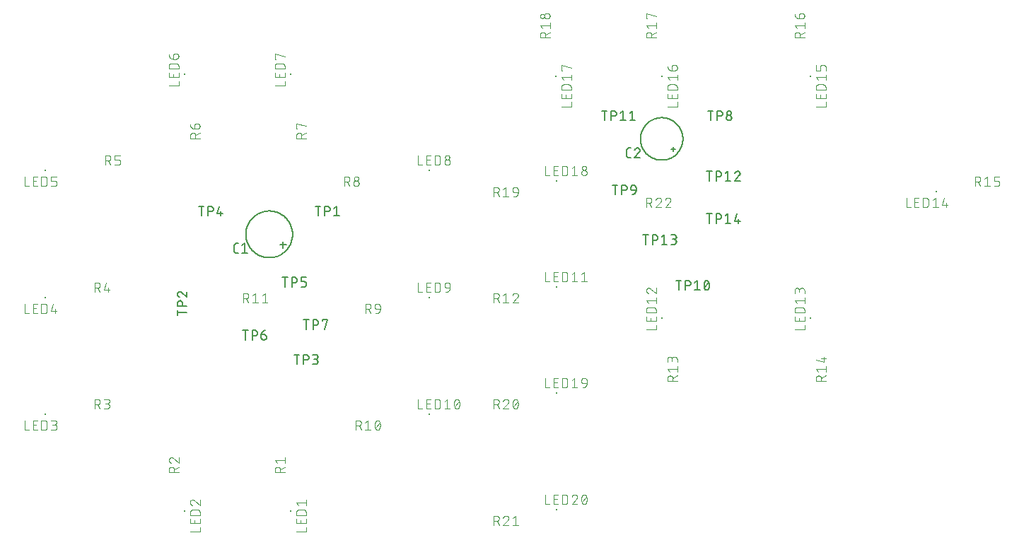
<source format=gbr>
G04 EAGLE Gerber RS-274X export*
G75*
%MOMM*%
%FSLAX34Y34*%
%LPD*%
%INSilkscreen Top*%
%IPPOS*%
%AMOC8*
5,1,8,0,0,1.08239X$1,22.5*%
G01*
%ADD10C,0.152400*%
%ADD11C,0.127000*%
%ADD12R,0.250000X0.250000*%
%ADD13C,0.101600*%


D10*
X426720Y546100D02*
X422910Y546100D01*
X422910Y549910D01*
X422910Y546100D02*
X419100Y546100D01*
X422910Y546100D02*
X422910Y542290D01*
X378460Y558800D02*
X378468Y559486D01*
X378494Y560171D01*
X378536Y560855D01*
X378595Y561539D01*
X378670Y562220D01*
X378762Y562900D01*
X378871Y563577D01*
X378997Y564251D01*
X379139Y564922D01*
X379297Y565589D01*
X379472Y566252D01*
X379663Y566911D01*
X379870Y567564D01*
X380093Y568213D01*
X380332Y568855D01*
X380587Y569492D01*
X380857Y570122D01*
X381143Y570746D01*
X381443Y571362D01*
X381759Y571971D01*
X382090Y572572D01*
X382435Y573164D01*
X382795Y573748D01*
X383169Y574323D01*
X383557Y574888D01*
X383958Y575444D01*
X384374Y575990D01*
X384802Y576525D01*
X385244Y577050D01*
X385698Y577563D01*
X386165Y578066D01*
X386643Y578557D01*
X387134Y579035D01*
X387637Y579502D01*
X388150Y579956D01*
X388675Y580398D01*
X389210Y580826D01*
X389756Y581242D01*
X390312Y581643D01*
X390877Y582031D01*
X391452Y582405D01*
X392036Y582765D01*
X392628Y583110D01*
X393229Y583441D01*
X393838Y583757D01*
X394454Y584057D01*
X395078Y584343D01*
X395708Y584613D01*
X396345Y584868D01*
X396987Y585107D01*
X397636Y585330D01*
X398289Y585537D01*
X398948Y585728D01*
X399611Y585903D01*
X400278Y586061D01*
X400949Y586203D01*
X401623Y586329D01*
X402300Y586438D01*
X402980Y586530D01*
X403661Y586605D01*
X404345Y586664D01*
X405029Y586706D01*
X405714Y586732D01*
X406400Y586740D01*
X407086Y586732D01*
X407771Y586706D01*
X408455Y586664D01*
X409139Y586605D01*
X409820Y586530D01*
X410500Y586438D01*
X411177Y586329D01*
X411851Y586203D01*
X412522Y586061D01*
X413189Y585903D01*
X413852Y585728D01*
X414511Y585537D01*
X415164Y585330D01*
X415813Y585107D01*
X416455Y584868D01*
X417092Y584613D01*
X417722Y584343D01*
X418346Y584057D01*
X418962Y583757D01*
X419571Y583441D01*
X420172Y583110D01*
X420764Y582765D01*
X421348Y582405D01*
X421923Y582031D01*
X422488Y581643D01*
X423044Y581242D01*
X423590Y580826D01*
X424125Y580398D01*
X424650Y579956D01*
X425163Y579502D01*
X425666Y579035D01*
X426157Y578557D01*
X426635Y578066D01*
X427102Y577563D01*
X427556Y577050D01*
X427998Y576525D01*
X428426Y575990D01*
X428842Y575444D01*
X429243Y574888D01*
X429631Y574323D01*
X430005Y573748D01*
X430365Y573164D01*
X430710Y572572D01*
X431041Y571971D01*
X431357Y571362D01*
X431657Y570746D01*
X431943Y570122D01*
X432213Y569492D01*
X432468Y568855D01*
X432707Y568213D01*
X432930Y567564D01*
X433137Y566911D01*
X433328Y566252D01*
X433503Y565589D01*
X433661Y564922D01*
X433803Y564251D01*
X433929Y563577D01*
X434038Y562900D01*
X434130Y562220D01*
X434205Y561539D01*
X434264Y560855D01*
X434306Y560171D01*
X434332Y559486D01*
X434340Y558800D01*
X434332Y558114D01*
X434306Y557429D01*
X434264Y556745D01*
X434205Y556061D01*
X434130Y555380D01*
X434038Y554700D01*
X433929Y554023D01*
X433803Y553349D01*
X433661Y552678D01*
X433503Y552011D01*
X433328Y551348D01*
X433137Y550689D01*
X432930Y550036D01*
X432707Y549387D01*
X432468Y548745D01*
X432213Y548108D01*
X431943Y547478D01*
X431657Y546854D01*
X431357Y546238D01*
X431041Y545629D01*
X430710Y545028D01*
X430365Y544436D01*
X430005Y543852D01*
X429631Y543277D01*
X429243Y542712D01*
X428842Y542156D01*
X428426Y541610D01*
X427998Y541075D01*
X427556Y540550D01*
X427102Y540037D01*
X426635Y539534D01*
X426157Y539043D01*
X425666Y538565D01*
X425163Y538098D01*
X424650Y537644D01*
X424125Y537202D01*
X423590Y536774D01*
X423044Y536358D01*
X422488Y535957D01*
X421923Y535569D01*
X421348Y535195D01*
X420764Y534835D01*
X420172Y534490D01*
X419571Y534159D01*
X418962Y533843D01*
X418346Y533543D01*
X417722Y533257D01*
X417092Y532987D01*
X416455Y532732D01*
X415813Y532493D01*
X415164Y532270D01*
X414511Y532063D01*
X413852Y531872D01*
X413189Y531697D01*
X412522Y531539D01*
X411851Y531397D01*
X411177Y531271D01*
X410500Y531162D01*
X409820Y531070D01*
X409139Y530995D01*
X408455Y530936D01*
X407771Y530894D01*
X407086Y530868D01*
X406400Y530860D01*
X405714Y530868D01*
X405029Y530894D01*
X404345Y530936D01*
X403661Y530995D01*
X402980Y531070D01*
X402300Y531162D01*
X401623Y531271D01*
X400949Y531397D01*
X400278Y531539D01*
X399611Y531697D01*
X398948Y531872D01*
X398289Y532063D01*
X397636Y532270D01*
X396987Y532493D01*
X396345Y532732D01*
X395708Y532987D01*
X395078Y533257D01*
X394454Y533543D01*
X393838Y533843D01*
X393229Y534159D01*
X392628Y534490D01*
X392036Y534835D01*
X391452Y535195D01*
X390877Y535569D01*
X390312Y535957D01*
X389756Y536358D01*
X389210Y536774D01*
X388675Y537202D01*
X388150Y537644D01*
X387637Y538098D01*
X387134Y538565D01*
X386643Y539043D01*
X386165Y539534D01*
X385698Y540037D01*
X385244Y540550D01*
X384802Y541075D01*
X384374Y541610D01*
X383958Y542156D01*
X383557Y542712D01*
X383169Y543277D01*
X382795Y543852D01*
X382435Y544436D01*
X382090Y545028D01*
X381759Y545629D01*
X381443Y546238D01*
X381143Y546854D01*
X380857Y547478D01*
X380587Y548108D01*
X380332Y548745D01*
X380093Y549387D01*
X379870Y550036D01*
X379663Y550689D01*
X379472Y551348D01*
X379297Y552011D01*
X379139Y552678D01*
X378997Y553349D01*
X378871Y554023D01*
X378762Y554700D01*
X378670Y555380D01*
X378595Y556061D01*
X378536Y556745D01*
X378494Y557429D01*
X378468Y558114D01*
X378460Y558800D01*
D11*
X369533Y536575D02*
X366993Y536575D01*
X366893Y536577D01*
X366794Y536583D01*
X366694Y536593D01*
X366596Y536606D01*
X366497Y536624D01*
X366400Y536645D01*
X366304Y536670D01*
X366208Y536699D01*
X366114Y536732D01*
X366021Y536768D01*
X365930Y536808D01*
X365840Y536852D01*
X365752Y536899D01*
X365666Y536949D01*
X365582Y537003D01*
X365500Y537060D01*
X365421Y537120D01*
X365343Y537184D01*
X365269Y537250D01*
X365197Y537319D01*
X365128Y537391D01*
X365062Y537465D01*
X364998Y537543D01*
X364938Y537622D01*
X364881Y537704D01*
X364827Y537788D01*
X364777Y537874D01*
X364730Y537962D01*
X364686Y538052D01*
X364646Y538143D01*
X364610Y538236D01*
X364577Y538330D01*
X364548Y538426D01*
X364523Y538522D01*
X364502Y538619D01*
X364484Y538718D01*
X364471Y538816D01*
X364461Y538916D01*
X364455Y539015D01*
X364453Y539115D01*
X364453Y545465D01*
X364455Y545565D01*
X364461Y545664D01*
X364471Y545764D01*
X364484Y545862D01*
X364502Y545961D01*
X364523Y546058D01*
X364548Y546154D01*
X364577Y546250D01*
X364610Y546344D01*
X364646Y546437D01*
X364686Y546528D01*
X364730Y546618D01*
X364777Y546706D01*
X364827Y546792D01*
X364881Y546876D01*
X364938Y546958D01*
X364998Y547037D01*
X365062Y547115D01*
X365128Y547189D01*
X365197Y547261D01*
X365269Y547330D01*
X365343Y547396D01*
X365421Y547460D01*
X365500Y547520D01*
X365582Y547577D01*
X365666Y547631D01*
X365752Y547681D01*
X365840Y547728D01*
X365930Y547772D01*
X366021Y547812D01*
X366114Y547848D01*
X366208Y547881D01*
X366304Y547910D01*
X366400Y547935D01*
X366497Y547956D01*
X366596Y547974D01*
X366694Y547987D01*
X366794Y547997D01*
X366893Y548003D01*
X366993Y548005D01*
X369533Y548005D01*
X374015Y545465D02*
X377190Y548005D01*
X377190Y536575D01*
X374015Y536575D02*
X380365Y536575D01*
D12*
X431800Y227350D03*
D13*
X438658Y202701D02*
X450342Y202701D01*
X450342Y207893D01*
X450342Y212607D02*
X450342Y217799D01*
X450342Y212607D02*
X438658Y212607D01*
X438658Y217799D01*
X443851Y216501D02*
X443851Y212607D01*
X438658Y222490D02*
X450342Y222490D01*
X438658Y222490D02*
X438658Y225735D01*
X438660Y225848D01*
X438666Y225961D01*
X438676Y226074D01*
X438690Y226187D01*
X438707Y226299D01*
X438729Y226410D01*
X438754Y226520D01*
X438784Y226630D01*
X438817Y226738D01*
X438854Y226845D01*
X438894Y226951D01*
X438939Y227055D01*
X438987Y227158D01*
X439038Y227259D01*
X439093Y227358D01*
X439151Y227455D01*
X439213Y227550D01*
X439278Y227643D01*
X439346Y227733D01*
X439417Y227821D01*
X439492Y227907D01*
X439569Y227990D01*
X439649Y228070D01*
X439732Y228147D01*
X439818Y228222D01*
X439906Y228293D01*
X439996Y228361D01*
X440089Y228426D01*
X440184Y228488D01*
X440281Y228546D01*
X440380Y228601D01*
X440481Y228652D01*
X440584Y228700D01*
X440688Y228745D01*
X440794Y228785D01*
X440901Y228822D01*
X441009Y228855D01*
X441119Y228885D01*
X441229Y228910D01*
X441340Y228932D01*
X441452Y228949D01*
X441565Y228963D01*
X441678Y228973D01*
X441791Y228979D01*
X441904Y228981D01*
X447096Y228981D01*
X447096Y228982D02*
X447209Y228980D01*
X447322Y228974D01*
X447435Y228964D01*
X447548Y228950D01*
X447660Y228933D01*
X447771Y228911D01*
X447881Y228886D01*
X447991Y228856D01*
X448099Y228823D01*
X448206Y228786D01*
X448312Y228746D01*
X448416Y228701D01*
X448519Y228653D01*
X448620Y228602D01*
X448719Y228547D01*
X448816Y228489D01*
X448911Y228427D01*
X449004Y228362D01*
X449094Y228294D01*
X449182Y228223D01*
X449268Y228148D01*
X449351Y228071D01*
X449431Y227991D01*
X449508Y227908D01*
X449583Y227822D01*
X449654Y227734D01*
X449722Y227644D01*
X449787Y227551D01*
X449849Y227456D01*
X449907Y227359D01*
X449962Y227260D01*
X450013Y227159D01*
X450061Y227056D01*
X450106Y226952D01*
X450146Y226846D01*
X450183Y226739D01*
X450216Y226631D01*
X450246Y226521D01*
X450271Y226411D01*
X450293Y226300D01*
X450310Y226188D01*
X450324Y226075D01*
X450334Y225962D01*
X450340Y225849D01*
X450342Y225736D01*
X450342Y225735D02*
X450342Y222490D01*
X441254Y234301D02*
X438658Y237546D01*
X450342Y237546D01*
X450342Y234301D02*
X450342Y240792D01*
D12*
X598150Y342900D03*
D13*
X584708Y349758D02*
X584708Y361442D01*
X584708Y349758D02*
X589901Y349758D01*
X594614Y349758D02*
X599807Y349758D01*
X594614Y349758D02*
X594614Y361442D01*
X599807Y361442D01*
X598509Y356249D02*
X594614Y356249D01*
X604497Y361442D02*
X604497Y349758D01*
X604497Y361442D02*
X607743Y361442D01*
X607856Y361440D01*
X607969Y361434D01*
X608082Y361424D01*
X608195Y361410D01*
X608307Y361393D01*
X608418Y361371D01*
X608528Y361346D01*
X608638Y361316D01*
X608746Y361283D01*
X608853Y361246D01*
X608959Y361206D01*
X609063Y361161D01*
X609166Y361113D01*
X609267Y361062D01*
X609366Y361007D01*
X609463Y360949D01*
X609558Y360887D01*
X609651Y360822D01*
X609741Y360754D01*
X609829Y360683D01*
X609915Y360608D01*
X609998Y360531D01*
X610078Y360451D01*
X610155Y360368D01*
X610230Y360282D01*
X610301Y360194D01*
X610369Y360104D01*
X610434Y360011D01*
X610496Y359916D01*
X610554Y359819D01*
X610609Y359720D01*
X610660Y359619D01*
X610708Y359516D01*
X610753Y359412D01*
X610793Y359306D01*
X610830Y359199D01*
X610863Y359091D01*
X610893Y358981D01*
X610918Y358871D01*
X610940Y358760D01*
X610957Y358648D01*
X610971Y358535D01*
X610981Y358422D01*
X610987Y358309D01*
X610989Y358196D01*
X610989Y353004D01*
X610987Y352891D01*
X610981Y352778D01*
X610971Y352665D01*
X610957Y352552D01*
X610940Y352440D01*
X610918Y352329D01*
X610893Y352219D01*
X610863Y352109D01*
X610830Y352001D01*
X610793Y351894D01*
X610753Y351788D01*
X610708Y351684D01*
X610660Y351581D01*
X610609Y351480D01*
X610554Y351381D01*
X610496Y351284D01*
X610434Y351189D01*
X610369Y351096D01*
X610301Y351006D01*
X610230Y350918D01*
X610155Y350832D01*
X610078Y350749D01*
X609998Y350669D01*
X609915Y350592D01*
X609829Y350517D01*
X609741Y350446D01*
X609651Y350378D01*
X609558Y350313D01*
X609463Y350251D01*
X609366Y350193D01*
X609267Y350138D01*
X609166Y350087D01*
X609063Y350039D01*
X608959Y349994D01*
X608853Y349954D01*
X608746Y349917D01*
X608638Y349884D01*
X608528Y349854D01*
X608418Y349829D01*
X608307Y349807D01*
X608195Y349790D01*
X608082Y349776D01*
X607969Y349766D01*
X607856Y349760D01*
X607743Y349758D01*
X604497Y349758D01*
X616308Y358846D02*
X619554Y361442D01*
X619554Y349758D01*
X622799Y349758D02*
X616308Y349758D01*
X627739Y355600D02*
X627742Y355830D01*
X627750Y356060D01*
X627764Y356289D01*
X627783Y356518D01*
X627808Y356747D01*
X627838Y356974D01*
X627873Y357202D01*
X627914Y357428D01*
X627960Y357653D01*
X628012Y357877D01*
X628069Y358099D01*
X628131Y358321D01*
X628199Y358540D01*
X628272Y358758D01*
X628350Y358975D01*
X628433Y359189D01*
X628521Y359401D01*
X628614Y359611D01*
X628713Y359819D01*
X628712Y359819D02*
X628745Y359909D01*
X628781Y359998D01*
X628821Y360086D01*
X628865Y360171D01*
X628912Y360255D01*
X628962Y360337D01*
X629016Y360417D01*
X629072Y360494D01*
X629132Y360570D01*
X629195Y360643D01*
X629260Y360713D01*
X629329Y360781D01*
X629400Y360845D01*
X629473Y360907D01*
X629549Y360966D01*
X629627Y361022D01*
X629708Y361075D01*
X629790Y361124D01*
X629874Y361170D01*
X629961Y361213D01*
X630048Y361252D01*
X630138Y361288D01*
X630228Y361320D01*
X630320Y361348D01*
X630413Y361373D01*
X630507Y361394D01*
X630601Y361411D01*
X630696Y361425D01*
X630792Y361434D01*
X630888Y361440D01*
X630984Y361442D01*
X631080Y361440D01*
X631176Y361434D01*
X631272Y361425D01*
X631367Y361411D01*
X631461Y361394D01*
X631555Y361373D01*
X631648Y361348D01*
X631740Y361320D01*
X631830Y361288D01*
X631920Y361252D01*
X632007Y361213D01*
X632094Y361170D01*
X632178Y361124D01*
X632260Y361075D01*
X632341Y361022D01*
X632419Y360966D01*
X632495Y360907D01*
X632568Y360845D01*
X632639Y360781D01*
X632708Y360713D01*
X632773Y360643D01*
X632836Y360570D01*
X632896Y360494D01*
X632952Y360417D01*
X633006Y360337D01*
X633056Y360255D01*
X633103Y360171D01*
X633147Y360086D01*
X633187Y359998D01*
X633223Y359909D01*
X633256Y359819D01*
X633355Y359612D01*
X633448Y359402D01*
X633536Y359189D01*
X633619Y358975D01*
X633697Y358759D01*
X633770Y358541D01*
X633838Y358321D01*
X633900Y358100D01*
X633957Y357877D01*
X634009Y357653D01*
X634055Y357428D01*
X634096Y357202D01*
X634131Y356975D01*
X634161Y356747D01*
X634186Y356518D01*
X634205Y356289D01*
X634219Y356060D01*
X634227Y355830D01*
X634230Y355600D01*
X627738Y355600D02*
X627741Y355370D01*
X627749Y355140D01*
X627763Y354911D01*
X627782Y354682D01*
X627807Y354453D01*
X627837Y354225D01*
X627872Y353998D01*
X627913Y353772D01*
X627959Y353547D01*
X628011Y353323D01*
X628068Y353100D01*
X628130Y352879D01*
X628198Y352659D01*
X628271Y352441D01*
X628349Y352225D01*
X628432Y352011D01*
X628520Y351799D01*
X628613Y351588D01*
X628712Y351381D01*
X628745Y351291D01*
X628781Y351202D01*
X628822Y351114D01*
X628865Y351029D01*
X628912Y350945D01*
X628962Y350863D01*
X629016Y350783D01*
X629072Y350706D01*
X629132Y350630D01*
X629195Y350557D01*
X629260Y350487D01*
X629329Y350419D01*
X629400Y350355D01*
X629473Y350293D01*
X629549Y350234D01*
X629627Y350178D01*
X629708Y350125D01*
X629790Y350076D01*
X629874Y350030D01*
X629961Y349987D01*
X630048Y349948D01*
X630138Y349912D01*
X630228Y349880D01*
X630320Y349852D01*
X630413Y349827D01*
X630507Y349806D01*
X630601Y349789D01*
X630696Y349775D01*
X630792Y349766D01*
X630888Y349760D01*
X630984Y349758D01*
X633256Y351381D02*
X633355Y351588D01*
X633448Y351799D01*
X633536Y352011D01*
X633619Y352225D01*
X633697Y352441D01*
X633770Y352659D01*
X633838Y352879D01*
X633900Y353100D01*
X633957Y353323D01*
X634009Y353547D01*
X634055Y353772D01*
X634096Y353998D01*
X634131Y354225D01*
X634161Y354453D01*
X634186Y354682D01*
X634205Y354911D01*
X634219Y355140D01*
X634227Y355370D01*
X634230Y355600D01*
X633256Y351381D02*
X633223Y351291D01*
X633187Y351202D01*
X633147Y351114D01*
X633103Y351029D01*
X633056Y350945D01*
X633006Y350863D01*
X632952Y350783D01*
X632896Y350706D01*
X632836Y350630D01*
X632773Y350557D01*
X632708Y350487D01*
X632639Y350419D01*
X632568Y350355D01*
X632495Y350293D01*
X632419Y350234D01*
X632341Y350178D01*
X632260Y350125D01*
X632178Y350076D01*
X632094Y350030D01*
X632007Y349987D01*
X631920Y349948D01*
X631830Y349912D01*
X631740Y349880D01*
X631648Y349852D01*
X631555Y349827D01*
X631461Y349806D01*
X631367Y349789D01*
X631272Y349775D01*
X631176Y349766D01*
X631080Y349760D01*
X630984Y349758D01*
X628387Y352354D02*
X633580Y358846D01*
D12*
X304800Y227350D03*
D13*
X311658Y202701D02*
X323342Y202701D01*
X323342Y207893D01*
X323342Y212607D02*
X323342Y217799D01*
X323342Y212607D02*
X311658Y212607D01*
X311658Y217799D01*
X316851Y216501D02*
X316851Y212607D01*
X311658Y222490D02*
X323342Y222490D01*
X311658Y222490D02*
X311658Y225735D01*
X311660Y225848D01*
X311666Y225961D01*
X311676Y226074D01*
X311690Y226187D01*
X311707Y226299D01*
X311729Y226410D01*
X311754Y226520D01*
X311784Y226630D01*
X311817Y226738D01*
X311854Y226845D01*
X311894Y226951D01*
X311939Y227055D01*
X311987Y227158D01*
X312038Y227259D01*
X312093Y227358D01*
X312151Y227455D01*
X312213Y227550D01*
X312278Y227643D01*
X312346Y227733D01*
X312417Y227821D01*
X312492Y227907D01*
X312569Y227990D01*
X312649Y228070D01*
X312732Y228147D01*
X312818Y228222D01*
X312906Y228293D01*
X312996Y228361D01*
X313089Y228426D01*
X313184Y228488D01*
X313281Y228546D01*
X313380Y228601D01*
X313481Y228652D01*
X313584Y228700D01*
X313688Y228745D01*
X313794Y228785D01*
X313901Y228822D01*
X314009Y228855D01*
X314119Y228885D01*
X314229Y228910D01*
X314340Y228932D01*
X314452Y228949D01*
X314565Y228963D01*
X314678Y228973D01*
X314791Y228979D01*
X314904Y228981D01*
X320096Y228981D01*
X320096Y228982D02*
X320209Y228980D01*
X320322Y228974D01*
X320435Y228964D01*
X320548Y228950D01*
X320660Y228933D01*
X320771Y228911D01*
X320881Y228886D01*
X320991Y228856D01*
X321099Y228823D01*
X321206Y228786D01*
X321312Y228746D01*
X321416Y228701D01*
X321519Y228653D01*
X321620Y228602D01*
X321719Y228547D01*
X321816Y228489D01*
X321911Y228427D01*
X322004Y228362D01*
X322094Y228294D01*
X322182Y228223D01*
X322268Y228148D01*
X322351Y228071D01*
X322431Y227991D01*
X322508Y227908D01*
X322583Y227822D01*
X322654Y227734D01*
X322722Y227644D01*
X322787Y227551D01*
X322849Y227456D01*
X322907Y227359D01*
X322962Y227260D01*
X323013Y227159D01*
X323061Y227056D01*
X323106Y226952D01*
X323146Y226846D01*
X323183Y226739D01*
X323216Y226631D01*
X323246Y226521D01*
X323271Y226411D01*
X323293Y226300D01*
X323310Y226188D01*
X323324Y226075D01*
X323334Y225962D01*
X323340Y225849D01*
X323342Y225736D01*
X323342Y225735D02*
X323342Y222490D01*
X311658Y237871D02*
X311660Y237978D01*
X311666Y238084D01*
X311676Y238190D01*
X311689Y238296D01*
X311707Y238402D01*
X311728Y238506D01*
X311753Y238610D01*
X311782Y238713D01*
X311814Y238814D01*
X311851Y238914D01*
X311891Y239013D01*
X311934Y239111D01*
X311981Y239207D01*
X312032Y239301D01*
X312086Y239393D01*
X312143Y239483D01*
X312203Y239571D01*
X312267Y239656D01*
X312334Y239739D01*
X312404Y239820D01*
X312476Y239898D01*
X312552Y239974D01*
X312630Y240046D01*
X312711Y240116D01*
X312794Y240183D01*
X312879Y240247D01*
X312967Y240307D01*
X313057Y240364D01*
X313149Y240418D01*
X313243Y240469D01*
X313339Y240516D01*
X313437Y240559D01*
X313536Y240599D01*
X313636Y240636D01*
X313737Y240668D01*
X313840Y240697D01*
X313944Y240722D01*
X314048Y240743D01*
X314154Y240761D01*
X314260Y240774D01*
X314366Y240784D01*
X314472Y240790D01*
X314579Y240792D01*
X311658Y237871D02*
X311660Y237750D01*
X311666Y237629D01*
X311676Y237509D01*
X311689Y237388D01*
X311707Y237269D01*
X311728Y237149D01*
X311753Y237031D01*
X311782Y236914D01*
X311815Y236797D01*
X311851Y236682D01*
X311892Y236568D01*
X311935Y236455D01*
X311983Y236343D01*
X312034Y236234D01*
X312089Y236126D01*
X312147Y236019D01*
X312208Y235915D01*
X312273Y235813D01*
X312341Y235713D01*
X312412Y235615D01*
X312486Y235519D01*
X312563Y235426D01*
X312644Y235336D01*
X312727Y235248D01*
X312813Y235163D01*
X312902Y235080D01*
X312993Y235001D01*
X313087Y234924D01*
X313183Y234851D01*
X313281Y234781D01*
X313382Y234714D01*
X313485Y234650D01*
X313590Y234590D01*
X313697Y234532D01*
X313805Y234479D01*
X313915Y234429D01*
X314027Y234383D01*
X314140Y234340D01*
X314255Y234301D01*
X316851Y239818D02*
X316773Y239897D01*
X316693Y239973D01*
X316610Y240046D01*
X316524Y240116D01*
X316437Y240183D01*
X316346Y240247D01*
X316254Y240307D01*
X316160Y240365D01*
X316063Y240419D01*
X315965Y240469D01*
X315865Y240516D01*
X315764Y240560D01*
X315661Y240600D01*
X315556Y240636D01*
X315451Y240668D01*
X315344Y240697D01*
X315237Y240722D01*
X315128Y240744D01*
X315019Y240761D01*
X314910Y240775D01*
X314800Y240784D01*
X314689Y240790D01*
X314579Y240792D01*
X316851Y239818D02*
X323342Y234301D01*
X323342Y240792D01*
D12*
X138450Y342900D03*
D13*
X113801Y336042D02*
X113801Y324358D01*
X118993Y324358D01*
X123707Y324358D02*
X128899Y324358D01*
X123707Y324358D02*
X123707Y336042D01*
X128899Y336042D01*
X127601Y330849D02*
X123707Y330849D01*
X133590Y336042D02*
X133590Y324358D01*
X133590Y336042D02*
X136835Y336042D01*
X136948Y336040D01*
X137061Y336034D01*
X137174Y336024D01*
X137287Y336010D01*
X137399Y335993D01*
X137510Y335971D01*
X137620Y335946D01*
X137730Y335916D01*
X137838Y335883D01*
X137945Y335846D01*
X138051Y335806D01*
X138155Y335761D01*
X138258Y335713D01*
X138359Y335662D01*
X138458Y335607D01*
X138555Y335549D01*
X138650Y335487D01*
X138743Y335422D01*
X138833Y335354D01*
X138921Y335283D01*
X139007Y335208D01*
X139090Y335131D01*
X139170Y335051D01*
X139247Y334968D01*
X139322Y334882D01*
X139393Y334794D01*
X139461Y334704D01*
X139526Y334611D01*
X139588Y334516D01*
X139646Y334419D01*
X139701Y334320D01*
X139752Y334219D01*
X139800Y334116D01*
X139845Y334012D01*
X139885Y333906D01*
X139922Y333799D01*
X139955Y333691D01*
X139985Y333581D01*
X140010Y333471D01*
X140032Y333360D01*
X140049Y333248D01*
X140063Y333135D01*
X140073Y333022D01*
X140079Y332909D01*
X140081Y332796D01*
X140081Y327604D01*
X140082Y327604D02*
X140080Y327491D01*
X140074Y327378D01*
X140064Y327265D01*
X140050Y327152D01*
X140033Y327040D01*
X140011Y326929D01*
X139986Y326819D01*
X139956Y326709D01*
X139923Y326601D01*
X139886Y326494D01*
X139846Y326388D01*
X139801Y326284D01*
X139753Y326181D01*
X139702Y326080D01*
X139647Y325981D01*
X139589Y325884D01*
X139527Y325789D01*
X139462Y325696D01*
X139394Y325606D01*
X139323Y325518D01*
X139248Y325432D01*
X139171Y325349D01*
X139091Y325269D01*
X139008Y325192D01*
X138922Y325117D01*
X138834Y325046D01*
X138744Y324978D01*
X138651Y324913D01*
X138556Y324851D01*
X138459Y324793D01*
X138360Y324738D01*
X138259Y324687D01*
X138156Y324639D01*
X138052Y324594D01*
X137946Y324554D01*
X137839Y324517D01*
X137731Y324484D01*
X137621Y324454D01*
X137511Y324429D01*
X137400Y324407D01*
X137288Y324390D01*
X137175Y324376D01*
X137062Y324366D01*
X136949Y324360D01*
X136836Y324358D01*
X136835Y324358D02*
X133590Y324358D01*
X145401Y324358D02*
X148646Y324358D01*
X148759Y324360D01*
X148872Y324366D01*
X148985Y324376D01*
X149098Y324390D01*
X149210Y324407D01*
X149321Y324429D01*
X149431Y324454D01*
X149541Y324484D01*
X149649Y324517D01*
X149756Y324554D01*
X149862Y324594D01*
X149966Y324639D01*
X150069Y324687D01*
X150170Y324738D01*
X150269Y324793D01*
X150366Y324851D01*
X150461Y324913D01*
X150554Y324978D01*
X150644Y325046D01*
X150732Y325117D01*
X150818Y325192D01*
X150901Y325269D01*
X150981Y325349D01*
X151058Y325432D01*
X151133Y325518D01*
X151204Y325606D01*
X151272Y325696D01*
X151337Y325789D01*
X151399Y325884D01*
X151457Y325981D01*
X151512Y326080D01*
X151563Y326181D01*
X151611Y326284D01*
X151656Y326388D01*
X151696Y326494D01*
X151733Y326601D01*
X151766Y326709D01*
X151796Y326819D01*
X151821Y326929D01*
X151843Y327040D01*
X151860Y327152D01*
X151874Y327265D01*
X151884Y327378D01*
X151890Y327491D01*
X151892Y327604D01*
X151890Y327717D01*
X151884Y327830D01*
X151874Y327943D01*
X151860Y328056D01*
X151843Y328168D01*
X151821Y328279D01*
X151796Y328389D01*
X151766Y328499D01*
X151733Y328607D01*
X151696Y328714D01*
X151656Y328820D01*
X151611Y328924D01*
X151563Y329027D01*
X151512Y329128D01*
X151457Y329227D01*
X151399Y329324D01*
X151337Y329419D01*
X151272Y329512D01*
X151204Y329602D01*
X151133Y329690D01*
X151058Y329776D01*
X150981Y329859D01*
X150901Y329939D01*
X150818Y330016D01*
X150732Y330091D01*
X150644Y330162D01*
X150554Y330230D01*
X150461Y330295D01*
X150366Y330357D01*
X150269Y330415D01*
X150170Y330470D01*
X150069Y330521D01*
X149966Y330569D01*
X149862Y330614D01*
X149756Y330654D01*
X149649Y330691D01*
X149541Y330724D01*
X149431Y330754D01*
X149321Y330779D01*
X149210Y330801D01*
X149098Y330818D01*
X148985Y330832D01*
X148872Y330842D01*
X148759Y330848D01*
X148646Y330850D01*
X149296Y336042D02*
X145401Y336042D01*
X149296Y336042D02*
X149397Y336040D01*
X149497Y336034D01*
X149597Y336024D01*
X149697Y336011D01*
X149796Y335993D01*
X149895Y335972D01*
X149992Y335947D01*
X150089Y335918D01*
X150184Y335885D01*
X150278Y335849D01*
X150370Y335809D01*
X150461Y335766D01*
X150550Y335719D01*
X150637Y335669D01*
X150723Y335615D01*
X150806Y335558D01*
X150886Y335498D01*
X150965Y335435D01*
X151041Y335368D01*
X151114Y335299D01*
X151184Y335227D01*
X151252Y335153D01*
X151317Y335076D01*
X151378Y334996D01*
X151437Y334914D01*
X151492Y334830D01*
X151544Y334744D01*
X151593Y334656D01*
X151638Y334566D01*
X151680Y334474D01*
X151718Y334381D01*
X151752Y334286D01*
X151783Y334191D01*
X151810Y334094D01*
X151833Y333996D01*
X151853Y333897D01*
X151868Y333797D01*
X151880Y333697D01*
X151888Y333597D01*
X151892Y333496D01*
X151892Y333396D01*
X151888Y333295D01*
X151880Y333195D01*
X151868Y333095D01*
X151853Y332995D01*
X151833Y332896D01*
X151810Y332798D01*
X151783Y332701D01*
X151752Y332606D01*
X151718Y332511D01*
X151680Y332418D01*
X151638Y332326D01*
X151593Y332236D01*
X151544Y332148D01*
X151492Y332062D01*
X151437Y331978D01*
X151378Y331896D01*
X151317Y331816D01*
X151252Y331739D01*
X151184Y331665D01*
X151114Y331593D01*
X151041Y331524D01*
X150965Y331457D01*
X150886Y331394D01*
X150806Y331334D01*
X150723Y331277D01*
X150637Y331223D01*
X150550Y331173D01*
X150461Y331126D01*
X150370Y331083D01*
X150278Y331043D01*
X150184Y331007D01*
X150089Y330974D01*
X149992Y330945D01*
X149895Y330920D01*
X149796Y330899D01*
X149697Y330881D01*
X149597Y330868D01*
X149497Y330858D01*
X149397Y330852D01*
X149296Y330850D01*
X149296Y330849D02*
X146699Y330849D01*
D12*
X138450Y482600D03*
D13*
X113801Y475742D02*
X113801Y464058D01*
X118993Y464058D01*
X123707Y464058D02*
X128899Y464058D01*
X123707Y464058D02*
X123707Y475742D01*
X128899Y475742D01*
X127601Y470549D02*
X123707Y470549D01*
X133590Y475742D02*
X133590Y464058D01*
X133590Y475742D02*
X136835Y475742D01*
X136948Y475740D01*
X137061Y475734D01*
X137174Y475724D01*
X137287Y475710D01*
X137399Y475693D01*
X137510Y475671D01*
X137620Y475646D01*
X137730Y475616D01*
X137838Y475583D01*
X137945Y475546D01*
X138051Y475506D01*
X138155Y475461D01*
X138258Y475413D01*
X138359Y475362D01*
X138458Y475307D01*
X138555Y475249D01*
X138650Y475187D01*
X138743Y475122D01*
X138833Y475054D01*
X138921Y474983D01*
X139007Y474908D01*
X139090Y474831D01*
X139170Y474751D01*
X139247Y474668D01*
X139322Y474582D01*
X139393Y474494D01*
X139461Y474404D01*
X139526Y474311D01*
X139588Y474216D01*
X139646Y474119D01*
X139701Y474020D01*
X139752Y473919D01*
X139800Y473816D01*
X139845Y473712D01*
X139885Y473606D01*
X139922Y473499D01*
X139955Y473391D01*
X139985Y473281D01*
X140010Y473171D01*
X140032Y473060D01*
X140049Y472948D01*
X140063Y472835D01*
X140073Y472722D01*
X140079Y472609D01*
X140081Y472496D01*
X140081Y467304D01*
X140082Y467304D02*
X140080Y467191D01*
X140074Y467078D01*
X140064Y466965D01*
X140050Y466852D01*
X140033Y466740D01*
X140011Y466629D01*
X139986Y466519D01*
X139956Y466409D01*
X139923Y466301D01*
X139886Y466194D01*
X139846Y466088D01*
X139801Y465984D01*
X139753Y465881D01*
X139702Y465780D01*
X139647Y465681D01*
X139589Y465584D01*
X139527Y465489D01*
X139462Y465396D01*
X139394Y465306D01*
X139323Y465218D01*
X139248Y465132D01*
X139171Y465049D01*
X139091Y464969D01*
X139008Y464892D01*
X138922Y464817D01*
X138834Y464746D01*
X138744Y464678D01*
X138651Y464613D01*
X138556Y464551D01*
X138459Y464493D01*
X138360Y464438D01*
X138259Y464387D01*
X138156Y464339D01*
X138052Y464294D01*
X137946Y464254D01*
X137839Y464217D01*
X137731Y464184D01*
X137621Y464154D01*
X137511Y464129D01*
X137400Y464107D01*
X137288Y464090D01*
X137175Y464076D01*
X137062Y464066D01*
X136949Y464060D01*
X136836Y464058D01*
X136835Y464058D02*
X133590Y464058D01*
X145401Y466654D02*
X147997Y475742D01*
X145401Y466654D02*
X151892Y466654D01*
X149945Y469251D02*
X149945Y464058D01*
D12*
X138450Y635000D03*
D13*
X113801Y628142D02*
X113801Y616458D01*
X118993Y616458D01*
X123707Y616458D02*
X128899Y616458D01*
X123707Y616458D02*
X123707Y628142D01*
X128899Y628142D01*
X127601Y622949D02*
X123707Y622949D01*
X133590Y628142D02*
X133590Y616458D01*
X133590Y628142D02*
X136835Y628142D01*
X136948Y628140D01*
X137061Y628134D01*
X137174Y628124D01*
X137287Y628110D01*
X137399Y628093D01*
X137510Y628071D01*
X137620Y628046D01*
X137730Y628016D01*
X137838Y627983D01*
X137945Y627946D01*
X138051Y627906D01*
X138155Y627861D01*
X138258Y627813D01*
X138359Y627762D01*
X138458Y627707D01*
X138555Y627649D01*
X138650Y627587D01*
X138743Y627522D01*
X138833Y627454D01*
X138921Y627383D01*
X139007Y627308D01*
X139090Y627231D01*
X139170Y627151D01*
X139247Y627068D01*
X139322Y626982D01*
X139393Y626894D01*
X139461Y626804D01*
X139526Y626711D01*
X139588Y626616D01*
X139646Y626519D01*
X139701Y626420D01*
X139752Y626319D01*
X139800Y626216D01*
X139845Y626112D01*
X139885Y626006D01*
X139922Y625899D01*
X139955Y625791D01*
X139985Y625681D01*
X140010Y625571D01*
X140032Y625460D01*
X140049Y625348D01*
X140063Y625235D01*
X140073Y625122D01*
X140079Y625009D01*
X140081Y624896D01*
X140081Y619704D01*
X140082Y619704D02*
X140080Y619591D01*
X140074Y619478D01*
X140064Y619365D01*
X140050Y619252D01*
X140033Y619140D01*
X140011Y619029D01*
X139986Y618919D01*
X139956Y618809D01*
X139923Y618701D01*
X139886Y618594D01*
X139846Y618488D01*
X139801Y618384D01*
X139753Y618281D01*
X139702Y618180D01*
X139647Y618081D01*
X139589Y617984D01*
X139527Y617889D01*
X139462Y617796D01*
X139394Y617706D01*
X139323Y617618D01*
X139248Y617532D01*
X139171Y617449D01*
X139091Y617369D01*
X139008Y617292D01*
X138922Y617217D01*
X138834Y617146D01*
X138744Y617078D01*
X138651Y617013D01*
X138556Y616951D01*
X138459Y616893D01*
X138360Y616838D01*
X138259Y616787D01*
X138156Y616739D01*
X138052Y616694D01*
X137946Y616654D01*
X137839Y616617D01*
X137731Y616584D01*
X137621Y616554D01*
X137511Y616529D01*
X137400Y616507D01*
X137288Y616490D01*
X137175Y616476D01*
X137062Y616466D01*
X136949Y616460D01*
X136836Y616458D01*
X136835Y616458D02*
X133590Y616458D01*
X145401Y616458D02*
X149296Y616458D01*
X149395Y616460D01*
X149495Y616466D01*
X149594Y616475D01*
X149692Y616488D01*
X149790Y616505D01*
X149888Y616526D01*
X149984Y616551D01*
X150079Y616579D01*
X150173Y616611D01*
X150266Y616646D01*
X150358Y616685D01*
X150448Y616728D01*
X150536Y616773D01*
X150623Y616823D01*
X150707Y616875D01*
X150790Y616931D01*
X150870Y616989D01*
X150948Y617051D01*
X151023Y617116D01*
X151096Y617184D01*
X151166Y617254D01*
X151234Y617327D01*
X151299Y617402D01*
X151361Y617480D01*
X151419Y617560D01*
X151475Y617643D01*
X151527Y617727D01*
X151577Y617814D01*
X151622Y617902D01*
X151665Y617992D01*
X151704Y618084D01*
X151739Y618177D01*
X151771Y618271D01*
X151799Y618366D01*
X151824Y618462D01*
X151845Y618560D01*
X151862Y618658D01*
X151875Y618756D01*
X151884Y618855D01*
X151890Y618955D01*
X151892Y619054D01*
X151892Y620353D01*
X151890Y620452D01*
X151884Y620552D01*
X151875Y620651D01*
X151862Y620749D01*
X151845Y620847D01*
X151824Y620945D01*
X151799Y621041D01*
X151771Y621136D01*
X151739Y621230D01*
X151704Y621323D01*
X151665Y621415D01*
X151622Y621505D01*
X151577Y621593D01*
X151527Y621680D01*
X151475Y621764D01*
X151419Y621847D01*
X151361Y621927D01*
X151299Y622005D01*
X151234Y622080D01*
X151166Y622153D01*
X151096Y622223D01*
X151023Y622291D01*
X150948Y622356D01*
X150870Y622418D01*
X150790Y622476D01*
X150707Y622532D01*
X150623Y622584D01*
X150536Y622634D01*
X150448Y622679D01*
X150358Y622722D01*
X150266Y622761D01*
X150173Y622796D01*
X150079Y622828D01*
X149984Y622856D01*
X149888Y622881D01*
X149790Y622902D01*
X149692Y622919D01*
X149594Y622932D01*
X149495Y622941D01*
X149395Y622947D01*
X149296Y622949D01*
X145401Y622949D01*
X145401Y628142D01*
X151892Y628142D01*
D12*
X304800Y750550D03*
D13*
X297942Y737108D02*
X286258Y737108D01*
X297942Y737108D02*
X297942Y742301D01*
X297942Y747014D02*
X297942Y752207D01*
X297942Y747014D02*
X286258Y747014D01*
X286258Y752207D01*
X291451Y750909D02*
X291451Y747014D01*
X286258Y756897D02*
X297942Y756897D01*
X286258Y756897D02*
X286258Y760143D01*
X286260Y760256D01*
X286266Y760369D01*
X286276Y760482D01*
X286290Y760595D01*
X286307Y760707D01*
X286329Y760818D01*
X286354Y760928D01*
X286384Y761038D01*
X286417Y761146D01*
X286454Y761253D01*
X286494Y761359D01*
X286539Y761463D01*
X286587Y761566D01*
X286638Y761667D01*
X286693Y761766D01*
X286751Y761863D01*
X286813Y761958D01*
X286878Y762051D01*
X286946Y762141D01*
X287017Y762229D01*
X287092Y762315D01*
X287169Y762398D01*
X287249Y762478D01*
X287332Y762555D01*
X287418Y762630D01*
X287506Y762701D01*
X287596Y762769D01*
X287689Y762834D01*
X287784Y762896D01*
X287881Y762954D01*
X287980Y763009D01*
X288081Y763060D01*
X288184Y763108D01*
X288288Y763153D01*
X288394Y763193D01*
X288501Y763230D01*
X288609Y763263D01*
X288719Y763293D01*
X288829Y763318D01*
X288940Y763340D01*
X289052Y763357D01*
X289165Y763371D01*
X289278Y763381D01*
X289391Y763387D01*
X289504Y763389D01*
X294696Y763389D01*
X294809Y763387D01*
X294922Y763381D01*
X295035Y763371D01*
X295148Y763357D01*
X295260Y763340D01*
X295371Y763318D01*
X295481Y763293D01*
X295591Y763263D01*
X295699Y763230D01*
X295806Y763193D01*
X295912Y763153D01*
X296016Y763108D01*
X296119Y763060D01*
X296220Y763009D01*
X296319Y762954D01*
X296416Y762896D01*
X296511Y762834D01*
X296604Y762769D01*
X296694Y762701D01*
X296782Y762630D01*
X296868Y762555D01*
X296951Y762478D01*
X297031Y762398D01*
X297108Y762315D01*
X297183Y762229D01*
X297254Y762141D01*
X297322Y762051D01*
X297387Y761958D01*
X297449Y761863D01*
X297507Y761766D01*
X297562Y761667D01*
X297613Y761566D01*
X297661Y761463D01*
X297706Y761359D01*
X297746Y761253D01*
X297783Y761146D01*
X297816Y761038D01*
X297846Y760928D01*
X297871Y760818D01*
X297893Y760707D01*
X297910Y760595D01*
X297924Y760482D01*
X297934Y760369D01*
X297940Y760256D01*
X297942Y760143D01*
X297942Y756897D01*
X291451Y768708D02*
X291451Y772603D01*
X291453Y772702D01*
X291459Y772802D01*
X291468Y772901D01*
X291481Y772999D01*
X291498Y773097D01*
X291519Y773195D01*
X291544Y773291D01*
X291572Y773386D01*
X291604Y773480D01*
X291639Y773573D01*
X291678Y773665D01*
X291721Y773755D01*
X291766Y773843D01*
X291816Y773930D01*
X291868Y774014D01*
X291924Y774097D01*
X291982Y774177D01*
X292044Y774255D01*
X292109Y774330D01*
X292177Y774403D01*
X292247Y774473D01*
X292320Y774541D01*
X292395Y774606D01*
X292473Y774668D01*
X292553Y774726D01*
X292636Y774782D01*
X292720Y774834D01*
X292807Y774884D01*
X292895Y774929D01*
X292985Y774972D01*
X293077Y775011D01*
X293170Y775046D01*
X293264Y775078D01*
X293359Y775106D01*
X293455Y775131D01*
X293553Y775152D01*
X293651Y775169D01*
X293749Y775182D01*
X293848Y775191D01*
X293948Y775197D01*
X294047Y775199D01*
X294696Y775199D01*
X294696Y775200D02*
X294809Y775198D01*
X294922Y775192D01*
X295035Y775182D01*
X295148Y775168D01*
X295260Y775151D01*
X295371Y775129D01*
X295481Y775104D01*
X295591Y775074D01*
X295699Y775041D01*
X295806Y775004D01*
X295912Y774964D01*
X296016Y774919D01*
X296119Y774871D01*
X296220Y774820D01*
X296319Y774765D01*
X296416Y774707D01*
X296511Y774645D01*
X296604Y774580D01*
X296694Y774512D01*
X296782Y774441D01*
X296868Y774366D01*
X296951Y774289D01*
X297031Y774209D01*
X297108Y774126D01*
X297183Y774040D01*
X297254Y773952D01*
X297322Y773862D01*
X297387Y773769D01*
X297449Y773674D01*
X297507Y773577D01*
X297562Y773478D01*
X297613Y773377D01*
X297661Y773274D01*
X297706Y773170D01*
X297746Y773064D01*
X297783Y772957D01*
X297816Y772849D01*
X297846Y772739D01*
X297871Y772629D01*
X297893Y772518D01*
X297910Y772406D01*
X297924Y772293D01*
X297934Y772180D01*
X297940Y772067D01*
X297942Y771954D01*
X297940Y771841D01*
X297934Y771728D01*
X297924Y771615D01*
X297910Y771502D01*
X297893Y771390D01*
X297871Y771279D01*
X297846Y771169D01*
X297816Y771059D01*
X297783Y770951D01*
X297746Y770844D01*
X297706Y770738D01*
X297661Y770634D01*
X297613Y770531D01*
X297562Y770430D01*
X297507Y770331D01*
X297449Y770234D01*
X297387Y770139D01*
X297322Y770046D01*
X297254Y769956D01*
X297183Y769868D01*
X297108Y769782D01*
X297031Y769699D01*
X296951Y769619D01*
X296868Y769542D01*
X296782Y769467D01*
X296694Y769396D01*
X296604Y769328D01*
X296511Y769263D01*
X296416Y769201D01*
X296319Y769143D01*
X296220Y769088D01*
X296119Y769037D01*
X296016Y768989D01*
X295912Y768944D01*
X295806Y768904D01*
X295699Y768867D01*
X295591Y768834D01*
X295481Y768804D01*
X295371Y768779D01*
X295260Y768757D01*
X295148Y768740D01*
X295035Y768726D01*
X294922Y768716D01*
X294809Y768710D01*
X294696Y768708D01*
X291451Y768708D01*
X291308Y768710D01*
X291165Y768716D01*
X291022Y768726D01*
X290880Y768740D01*
X290738Y768757D01*
X290596Y768779D01*
X290455Y768804D01*
X290315Y768834D01*
X290176Y768867D01*
X290038Y768904D01*
X289901Y768945D01*
X289765Y768989D01*
X289630Y769038D01*
X289497Y769090D01*
X289365Y769145D01*
X289235Y769205D01*
X289106Y769268D01*
X288979Y769334D01*
X288855Y769404D01*
X288732Y769477D01*
X288611Y769554D01*
X288492Y769633D01*
X288376Y769717D01*
X288261Y769803D01*
X288150Y769892D01*
X288041Y769985D01*
X287934Y770080D01*
X287830Y770179D01*
X287729Y770280D01*
X287630Y770384D01*
X287535Y770490D01*
X287442Y770600D01*
X287353Y770711D01*
X287267Y770825D01*
X287184Y770942D01*
X287104Y771061D01*
X287027Y771182D01*
X286954Y771304D01*
X286884Y771429D01*
X286818Y771556D01*
X286755Y771685D01*
X286695Y771815D01*
X286640Y771947D01*
X286588Y772080D01*
X286539Y772215D01*
X286495Y772351D01*
X286454Y772488D01*
X286417Y772626D01*
X286384Y772765D01*
X286354Y772905D01*
X286329Y773046D01*
X286307Y773188D01*
X286290Y773330D01*
X286276Y773472D01*
X286266Y773615D01*
X286260Y773758D01*
X286258Y773901D01*
D12*
X431800Y750550D03*
D13*
X424942Y737108D02*
X413258Y737108D01*
X424942Y737108D02*
X424942Y742301D01*
X424942Y747014D02*
X424942Y752207D01*
X424942Y747014D02*
X413258Y747014D01*
X413258Y752207D01*
X418451Y750909D02*
X418451Y747014D01*
X413258Y756897D02*
X424942Y756897D01*
X413258Y756897D02*
X413258Y760143D01*
X413260Y760256D01*
X413266Y760369D01*
X413276Y760482D01*
X413290Y760595D01*
X413307Y760707D01*
X413329Y760818D01*
X413354Y760928D01*
X413384Y761038D01*
X413417Y761146D01*
X413454Y761253D01*
X413494Y761359D01*
X413539Y761463D01*
X413587Y761566D01*
X413638Y761667D01*
X413693Y761766D01*
X413751Y761863D01*
X413813Y761958D01*
X413878Y762051D01*
X413946Y762141D01*
X414017Y762229D01*
X414092Y762315D01*
X414169Y762398D01*
X414249Y762478D01*
X414332Y762555D01*
X414418Y762630D01*
X414506Y762701D01*
X414596Y762769D01*
X414689Y762834D01*
X414784Y762896D01*
X414881Y762954D01*
X414980Y763009D01*
X415081Y763060D01*
X415184Y763108D01*
X415288Y763153D01*
X415394Y763193D01*
X415501Y763230D01*
X415609Y763263D01*
X415719Y763293D01*
X415829Y763318D01*
X415940Y763340D01*
X416052Y763357D01*
X416165Y763371D01*
X416278Y763381D01*
X416391Y763387D01*
X416504Y763389D01*
X421696Y763389D01*
X421809Y763387D01*
X421922Y763381D01*
X422035Y763371D01*
X422148Y763357D01*
X422260Y763340D01*
X422371Y763318D01*
X422481Y763293D01*
X422591Y763263D01*
X422699Y763230D01*
X422806Y763193D01*
X422912Y763153D01*
X423016Y763108D01*
X423119Y763060D01*
X423220Y763009D01*
X423319Y762954D01*
X423416Y762896D01*
X423511Y762834D01*
X423604Y762769D01*
X423694Y762701D01*
X423782Y762630D01*
X423868Y762555D01*
X423951Y762478D01*
X424031Y762398D01*
X424108Y762315D01*
X424183Y762229D01*
X424254Y762141D01*
X424322Y762051D01*
X424387Y761958D01*
X424449Y761863D01*
X424507Y761766D01*
X424562Y761667D01*
X424613Y761566D01*
X424661Y761463D01*
X424706Y761359D01*
X424746Y761253D01*
X424783Y761146D01*
X424816Y761038D01*
X424846Y760928D01*
X424871Y760818D01*
X424893Y760707D01*
X424910Y760595D01*
X424924Y760482D01*
X424934Y760369D01*
X424940Y760256D01*
X424942Y760143D01*
X424942Y756897D01*
X414556Y768708D02*
X413258Y768708D01*
X413258Y775199D01*
X424942Y771954D01*
D12*
X598150Y635000D03*
D13*
X584708Y641858D02*
X584708Y653542D01*
X584708Y641858D02*
X589901Y641858D01*
X594614Y641858D02*
X599807Y641858D01*
X594614Y641858D02*
X594614Y653542D01*
X599807Y653542D01*
X598509Y648349D02*
X594614Y648349D01*
X604497Y653542D02*
X604497Y641858D01*
X604497Y653542D02*
X607743Y653542D01*
X607856Y653540D01*
X607969Y653534D01*
X608082Y653524D01*
X608195Y653510D01*
X608307Y653493D01*
X608418Y653471D01*
X608528Y653446D01*
X608638Y653416D01*
X608746Y653383D01*
X608853Y653346D01*
X608959Y653306D01*
X609063Y653261D01*
X609166Y653213D01*
X609267Y653162D01*
X609366Y653107D01*
X609463Y653049D01*
X609558Y652987D01*
X609651Y652922D01*
X609741Y652854D01*
X609829Y652783D01*
X609915Y652708D01*
X609998Y652631D01*
X610078Y652551D01*
X610155Y652468D01*
X610230Y652382D01*
X610301Y652294D01*
X610369Y652204D01*
X610434Y652111D01*
X610496Y652016D01*
X610554Y651919D01*
X610609Y651820D01*
X610660Y651719D01*
X610708Y651616D01*
X610753Y651512D01*
X610793Y651406D01*
X610830Y651299D01*
X610863Y651191D01*
X610893Y651081D01*
X610918Y650971D01*
X610940Y650860D01*
X610957Y650748D01*
X610971Y650635D01*
X610981Y650522D01*
X610987Y650409D01*
X610989Y650296D01*
X610989Y645104D01*
X610987Y644991D01*
X610981Y644878D01*
X610971Y644765D01*
X610957Y644652D01*
X610940Y644540D01*
X610918Y644429D01*
X610893Y644319D01*
X610863Y644209D01*
X610830Y644101D01*
X610793Y643994D01*
X610753Y643888D01*
X610708Y643784D01*
X610660Y643681D01*
X610609Y643580D01*
X610554Y643481D01*
X610496Y643384D01*
X610434Y643289D01*
X610369Y643196D01*
X610301Y643106D01*
X610230Y643018D01*
X610155Y642932D01*
X610078Y642849D01*
X609998Y642769D01*
X609915Y642692D01*
X609829Y642617D01*
X609741Y642546D01*
X609651Y642478D01*
X609558Y642413D01*
X609463Y642351D01*
X609366Y642293D01*
X609267Y642238D01*
X609166Y642187D01*
X609063Y642139D01*
X608959Y642094D01*
X608853Y642054D01*
X608746Y642017D01*
X608638Y641984D01*
X608528Y641954D01*
X608418Y641929D01*
X608307Y641907D01*
X608195Y641890D01*
X608082Y641876D01*
X607969Y641866D01*
X607856Y641860D01*
X607743Y641858D01*
X604497Y641858D01*
X616308Y645104D02*
X616310Y645217D01*
X616316Y645330D01*
X616326Y645443D01*
X616340Y645556D01*
X616357Y645668D01*
X616379Y645779D01*
X616404Y645889D01*
X616434Y645999D01*
X616467Y646107D01*
X616504Y646214D01*
X616544Y646320D01*
X616589Y646424D01*
X616637Y646527D01*
X616688Y646628D01*
X616743Y646727D01*
X616801Y646824D01*
X616863Y646919D01*
X616928Y647012D01*
X616996Y647102D01*
X617067Y647190D01*
X617142Y647276D01*
X617219Y647359D01*
X617299Y647439D01*
X617382Y647516D01*
X617468Y647591D01*
X617556Y647662D01*
X617646Y647730D01*
X617739Y647795D01*
X617834Y647857D01*
X617931Y647915D01*
X618030Y647970D01*
X618131Y648021D01*
X618234Y648069D01*
X618338Y648114D01*
X618444Y648154D01*
X618551Y648191D01*
X618659Y648224D01*
X618769Y648254D01*
X618879Y648279D01*
X618990Y648301D01*
X619102Y648318D01*
X619215Y648332D01*
X619328Y648342D01*
X619441Y648348D01*
X619554Y648350D01*
X619667Y648348D01*
X619780Y648342D01*
X619893Y648332D01*
X620006Y648318D01*
X620118Y648301D01*
X620229Y648279D01*
X620339Y648254D01*
X620449Y648224D01*
X620557Y648191D01*
X620664Y648154D01*
X620770Y648114D01*
X620874Y648069D01*
X620977Y648021D01*
X621078Y647970D01*
X621177Y647915D01*
X621274Y647857D01*
X621369Y647795D01*
X621462Y647730D01*
X621552Y647662D01*
X621640Y647591D01*
X621726Y647516D01*
X621809Y647439D01*
X621889Y647359D01*
X621966Y647276D01*
X622041Y647190D01*
X622112Y647102D01*
X622180Y647012D01*
X622245Y646919D01*
X622307Y646824D01*
X622365Y646727D01*
X622420Y646628D01*
X622471Y646527D01*
X622519Y646424D01*
X622564Y646320D01*
X622604Y646214D01*
X622641Y646107D01*
X622674Y645999D01*
X622704Y645889D01*
X622729Y645779D01*
X622751Y645668D01*
X622768Y645556D01*
X622782Y645443D01*
X622792Y645330D01*
X622798Y645217D01*
X622800Y645104D01*
X622798Y644991D01*
X622792Y644878D01*
X622782Y644765D01*
X622768Y644652D01*
X622751Y644540D01*
X622729Y644429D01*
X622704Y644319D01*
X622674Y644209D01*
X622641Y644101D01*
X622604Y643994D01*
X622564Y643888D01*
X622519Y643784D01*
X622471Y643681D01*
X622420Y643580D01*
X622365Y643481D01*
X622307Y643384D01*
X622245Y643289D01*
X622180Y643196D01*
X622112Y643106D01*
X622041Y643018D01*
X621966Y642932D01*
X621889Y642849D01*
X621809Y642769D01*
X621726Y642692D01*
X621640Y642617D01*
X621552Y642546D01*
X621462Y642478D01*
X621369Y642413D01*
X621274Y642351D01*
X621177Y642293D01*
X621078Y642238D01*
X620977Y642187D01*
X620874Y642139D01*
X620770Y642094D01*
X620664Y642054D01*
X620557Y642017D01*
X620449Y641984D01*
X620339Y641954D01*
X620229Y641929D01*
X620118Y641907D01*
X620006Y641890D01*
X619893Y641876D01*
X619780Y641866D01*
X619667Y641860D01*
X619554Y641858D01*
X619441Y641860D01*
X619328Y641866D01*
X619215Y641876D01*
X619102Y641890D01*
X618990Y641907D01*
X618879Y641929D01*
X618769Y641954D01*
X618659Y641984D01*
X618551Y642017D01*
X618444Y642054D01*
X618338Y642094D01*
X618234Y642139D01*
X618131Y642187D01*
X618030Y642238D01*
X617931Y642293D01*
X617834Y642351D01*
X617739Y642413D01*
X617646Y642478D01*
X617556Y642546D01*
X617468Y642617D01*
X617382Y642692D01*
X617299Y642769D01*
X617219Y642849D01*
X617142Y642932D01*
X617067Y643018D01*
X616996Y643106D01*
X616928Y643196D01*
X616863Y643289D01*
X616801Y643384D01*
X616743Y643481D01*
X616688Y643580D01*
X616637Y643681D01*
X616589Y643784D01*
X616544Y643888D01*
X616504Y643994D01*
X616467Y644101D01*
X616434Y644209D01*
X616404Y644319D01*
X616379Y644429D01*
X616357Y644540D01*
X616340Y644652D01*
X616326Y644765D01*
X616316Y644878D01*
X616310Y644991D01*
X616308Y645104D01*
X616958Y650946D02*
X616960Y651047D01*
X616966Y651147D01*
X616976Y651247D01*
X616989Y651347D01*
X617007Y651446D01*
X617028Y651545D01*
X617053Y651642D01*
X617082Y651739D01*
X617115Y651834D01*
X617151Y651928D01*
X617191Y652020D01*
X617234Y652111D01*
X617281Y652200D01*
X617331Y652287D01*
X617385Y652373D01*
X617442Y652456D01*
X617502Y652536D01*
X617565Y652615D01*
X617632Y652691D01*
X617701Y652764D01*
X617773Y652834D01*
X617847Y652902D01*
X617924Y652967D01*
X618004Y653028D01*
X618086Y653087D01*
X618170Y653142D01*
X618256Y653194D01*
X618344Y653243D01*
X618434Y653288D01*
X618526Y653330D01*
X618619Y653368D01*
X618714Y653402D01*
X618809Y653433D01*
X618906Y653460D01*
X619004Y653483D01*
X619103Y653503D01*
X619203Y653518D01*
X619303Y653530D01*
X619403Y653538D01*
X619504Y653542D01*
X619604Y653542D01*
X619705Y653538D01*
X619805Y653530D01*
X619905Y653518D01*
X620005Y653503D01*
X620104Y653483D01*
X620202Y653460D01*
X620299Y653433D01*
X620394Y653402D01*
X620489Y653368D01*
X620582Y653330D01*
X620674Y653288D01*
X620764Y653243D01*
X620852Y653194D01*
X620938Y653142D01*
X621022Y653087D01*
X621104Y653028D01*
X621184Y652967D01*
X621261Y652902D01*
X621335Y652834D01*
X621407Y652764D01*
X621476Y652691D01*
X621543Y652615D01*
X621606Y652536D01*
X621666Y652456D01*
X621723Y652373D01*
X621777Y652287D01*
X621827Y652200D01*
X621874Y652111D01*
X621917Y652020D01*
X621957Y651928D01*
X621993Y651834D01*
X622026Y651739D01*
X622055Y651642D01*
X622080Y651545D01*
X622101Y651446D01*
X622119Y651347D01*
X622132Y651247D01*
X622142Y651147D01*
X622148Y651047D01*
X622150Y650946D01*
X622148Y650845D01*
X622142Y650745D01*
X622132Y650645D01*
X622119Y650545D01*
X622101Y650446D01*
X622080Y650347D01*
X622055Y650250D01*
X622026Y650153D01*
X621993Y650058D01*
X621957Y649964D01*
X621917Y649872D01*
X621874Y649781D01*
X621827Y649692D01*
X621777Y649605D01*
X621723Y649519D01*
X621666Y649436D01*
X621606Y649356D01*
X621543Y649277D01*
X621476Y649201D01*
X621407Y649128D01*
X621335Y649058D01*
X621261Y648990D01*
X621184Y648925D01*
X621104Y648864D01*
X621022Y648805D01*
X620938Y648750D01*
X620852Y648698D01*
X620764Y648649D01*
X620674Y648604D01*
X620582Y648562D01*
X620489Y648524D01*
X620394Y648490D01*
X620299Y648459D01*
X620202Y648432D01*
X620104Y648409D01*
X620005Y648389D01*
X619905Y648374D01*
X619805Y648362D01*
X619705Y648354D01*
X619604Y648350D01*
X619504Y648350D01*
X619403Y648354D01*
X619303Y648362D01*
X619203Y648374D01*
X619103Y648389D01*
X619004Y648409D01*
X618906Y648432D01*
X618809Y648459D01*
X618714Y648490D01*
X618619Y648524D01*
X618526Y648562D01*
X618434Y648604D01*
X618344Y648649D01*
X618256Y648698D01*
X618170Y648750D01*
X618086Y648805D01*
X618004Y648864D01*
X617924Y648925D01*
X617847Y648990D01*
X617773Y649058D01*
X617701Y649128D01*
X617632Y649201D01*
X617565Y649277D01*
X617502Y649356D01*
X617442Y649436D01*
X617385Y649519D01*
X617331Y649605D01*
X617281Y649692D01*
X617234Y649781D01*
X617191Y649872D01*
X617151Y649964D01*
X617115Y650058D01*
X617082Y650153D01*
X617053Y650250D01*
X617028Y650347D01*
X617007Y650446D01*
X616989Y650545D01*
X616976Y650645D01*
X616966Y650745D01*
X616960Y650845D01*
X616958Y650946D01*
D12*
X598150Y482600D03*
D13*
X584708Y489458D02*
X584708Y501142D01*
X584708Y489458D02*
X589901Y489458D01*
X594614Y489458D02*
X599807Y489458D01*
X594614Y489458D02*
X594614Y501142D01*
X599807Y501142D01*
X598509Y495949D02*
X594614Y495949D01*
X604497Y501142D02*
X604497Y489458D01*
X604497Y501142D02*
X607743Y501142D01*
X607856Y501140D01*
X607969Y501134D01*
X608082Y501124D01*
X608195Y501110D01*
X608307Y501093D01*
X608418Y501071D01*
X608528Y501046D01*
X608638Y501016D01*
X608746Y500983D01*
X608853Y500946D01*
X608959Y500906D01*
X609063Y500861D01*
X609166Y500813D01*
X609267Y500762D01*
X609366Y500707D01*
X609463Y500649D01*
X609558Y500587D01*
X609651Y500522D01*
X609741Y500454D01*
X609829Y500383D01*
X609915Y500308D01*
X609998Y500231D01*
X610078Y500151D01*
X610155Y500068D01*
X610230Y499982D01*
X610301Y499894D01*
X610369Y499804D01*
X610434Y499711D01*
X610496Y499616D01*
X610554Y499519D01*
X610609Y499420D01*
X610660Y499319D01*
X610708Y499216D01*
X610753Y499112D01*
X610793Y499006D01*
X610830Y498899D01*
X610863Y498791D01*
X610893Y498681D01*
X610918Y498571D01*
X610940Y498460D01*
X610957Y498348D01*
X610971Y498235D01*
X610981Y498122D01*
X610987Y498009D01*
X610989Y497896D01*
X610989Y492704D01*
X610987Y492591D01*
X610981Y492478D01*
X610971Y492365D01*
X610957Y492252D01*
X610940Y492140D01*
X610918Y492029D01*
X610893Y491919D01*
X610863Y491809D01*
X610830Y491701D01*
X610793Y491594D01*
X610753Y491488D01*
X610708Y491384D01*
X610660Y491281D01*
X610609Y491180D01*
X610554Y491081D01*
X610496Y490984D01*
X610434Y490889D01*
X610369Y490796D01*
X610301Y490706D01*
X610230Y490618D01*
X610155Y490532D01*
X610078Y490449D01*
X609998Y490369D01*
X609915Y490292D01*
X609829Y490217D01*
X609741Y490146D01*
X609651Y490078D01*
X609558Y490013D01*
X609463Y489951D01*
X609366Y489893D01*
X609267Y489838D01*
X609166Y489787D01*
X609063Y489739D01*
X608959Y489694D01*
X608853Y489654D01*
X608746Y489617D01*
X608638Y489584D01*
X608528Y489554D01*
X608418Y489529D01*
X608307Y489507D01*
X608195Y489490D01*
X608082Y489476D01*
X607969Y489466D01*
X607856Y489460D01*
X607743Y489458D01*
X604497Y489458D01*
X618905Y494651D02*
X622799Y494651D01*
X618905Y494651D02*
X618806Y494653D01*
X618706Y494659D01*
X618607Y494668D01*
X618509Y494681D01*
X618411Y494698D01*
X618313Y494719D01*
X618217Y494744D01*
X618122Y494772D01*
X618028Y494804D01*
X617935Y494839D01*
X617843Y494878D01*
X617753Y494921D01*
X617665Y494966D01*
X617578Y495016D01*
X617494Y495068D01*
X617411Y495124D01*
X617331Y495182D01*
X617253Y495244D01*
X617178Y495309D01*
X617105Y495377D01*
X617035Y495447D01*
X616967Y495520D01*
X616902Y495595D01*
X616840Y495673D01*
X616782Y495753D01*
X616726Y495836D01*
X616674Y495920D01*
X616624Y496007D01*
X616579Y496095D01*
X616536Y496185D01*
X616497Y496277D01*
X616462Y496370D01*
X616430Y496464D01*
X616402Y496559D01*
X616377Y496655D01*
X616356Y496753D01*
X616339Y496851D01*
X616326Y496949D01*
X616317Y497048D01*
X616311Y497148D01*
X616309Y497247D01*
X616308Y497247D02*
X616308Y497896D01*
X616310Y498009D01*
X616316Y498122D01*
X616326Y498235D01*
X616340Y498348D01*
X616357Y498460D01*
X616379Y498571D01*
X616404Y498681D01*
X616434Y498791D01*
X616467Y498899D01*
X616504Y499006D01*
X616544Y499112D01*
X616589Y499216D01*
X616637Y499319D01*
X616688Y499420D01*
X616743Y499519D01*
X616801Y499616D01*
X616863Y499711D01*
X616928Y499804D01*
X616996Y499894D01*
X617067Y499982D01*
X617142Y500068D01*
X617219Y500151D01*
X617299Y500231D01*
X617382Y500308D01*
X617468Y500383D01*
X617556Y500454D01*
X617646Y500522D01*
X617739Y500587D01*
X617834Y500649D01*
X617931Y500707D01*
X618030Y500762D01*
X618131Y500813D01*
X618234Y500861D01*
X618338Y500906D01*
X618444Y500946D01*
X618551Y500983D01*
X618659Y501016D01*
X618769Y501046D01*
X618879Y501071D01*
X618990Y501093D01*
X619102Y501110D01*
X619215Y501124D01*
X619328Y501134D01*
X619441Y501140D01*
X619554Y501142D01*
X619667Y501140D01*
X619780Y501134D01*
X619893Y501124D01*
X620006Y501110D01*
X620118Y501093D01*
X620229Y501071D01*
X620339Y501046D01*
X620449Y501016D01*
X620557Y500983D01*
X620664Y500946D01*
X620770Y500906D01*
X620874Y500861D01*
X620977Y500813D01*
X621078Y500762D01*
X621177Y500707D01*
X621274Y500649D01*
X621369Y500587D01*
X621462Y500522D01*
X621552Y500454D01*
X621640Y500383D01*
X621726Y500308D01*
X621809Y500231D01*
X621889Y500151D01*
X621966Y500068D01*
X622041Y499982D01*
X622112Y499894D01*
X622180Y499804D01*
X622245Y499711D01*
X622307Y499616D01*
X622365Y499519D01*
X622420Y499420D01*
X622471Y499319D01*
X622519Y499216D01*
X622564Y499112D01*
X622604Y499006D01*
X622641Y498899D01*
X622674Y498791D01*
X622704Y498681D01*
X622729Y498571D01*
X622751Y498460D01*
X622768Y498348D01*
X622782Y498235D01*
X622792Y498122D01*
X622798Y498009D01*
X622800Y497896D01*
X622799Y497896D02*
X622799Y494651D01*
X622800Y494651D02*
X622798Y494508D01*
X622792Y494365D01*
X622782Y494222D01*
X622768Y494080D01*
X622751Y493938D01*
X622729Y493796D01*
X622704Y493655D01*
X622674Y493515D01*
X622641Y493376D01*
X622604Y493238D01*
X622563Y493101D01*
X622519Y492965D01*
X622470Y492830D01*
X622418Y492697D01*
X622363Y492565D01*
X622303Y492435D01*
X622240Y492306D01*
X622174Y492179D01*
X622104Y492054D01*
X622031Y491932D01*
X621954Y491811D01*
X621874Y491692D01*
X621791Y491576D01*
X621705Y491461D01*
X621616Y491350D01*
X621523Y491240D01*
X621428Y491134D01*
X621329Y491030D01*
X621228Y490929D01*
X621124Y490830D01*
X621018Y490735D01*
X620908Y490642D01*
X620797Y490553D01*
X620682Y490467D01*
X620566Y490384D01*
X620447Y490304D01*
X620326Y490227D01*
X620204Y490154D01*
X620079Y490084D01*
X619952Y490018D01*
X619823Y489955D01*
X619693Y489895D01*
X619561Y489840D01*
X619428Y489788D01*
X619293Y489739D01*
X619157Y489695D01*
X619020Y489654D01*
X618882Y489617D01*
X618743Y489584D01*
X618603Y489554D01*
X618462Y489529D01*
X618320Y489507D01*
X618178Y489490D01*
X618036Y489476D01*
X617893Y489466D01*
X617750Y489460D01*
X617607Y489458D01*
X424942Y273558D02*
X413258Y273558D01*
X413258Y276804D01*
X413260Y276917D01*
X413266Y277030D01*
X413276Y277143D01*
X413290Y277256D01*
X413307Y277368D01*
X413329Y277479D01*
X413354Y277589D01*
X413384Y277699D01*
X413417Y277807D01*
X413454Y277914D01*
X413494Y278020D01*
X413539Y278124D01*
X413587Y278227D01*
X413638Y278328D01*
X413693Y278427D01*
X413751Y278524D01*
X413813Y278619D01*
X413878Y278712D01*
X413946Y278802D01*
X414017Y278890D01*
X414092Y278976D01*
X414169Y279059D01*
X414249Y279139D01*
X414332Y279216D01*
X414418Y279291D01*
X414506Y279362D01*
X414596Y279430D01*
X414689Y279495D01*
X414784Y279557D01*
X414881Y279615D01*
X414980Y279670D01*
X415081Y279721D01*
X415184Y279769D01*
X415288Y279814D01*
X415394Y279854D01*
X415501Y279891D01*
X415609Y279924D01*
X415719Y279954D01*
X415829Y279979D01*
X415940Y280001D01*
X416052Y280018D01*
X416165Y280032D01*
X416278Y280042D01*
X416391Y280048D01*
X416504Y280050D01*
X416617Y280048D01*
X416730Y280042D01*
X416843Y280032D01*
X416956Y280018D01*
X417068Y280001D01*
X417179Y279979D01*
X417289Y279954D01*
X417399Y279924D01*
X417507Y279891D01*
X417614Y279854D01*
X417720Y279814D01*
X417824Y279769D01*
X417927Y279721D01*
X418028Y279670D01*
X418127Y279615D01*
X418224Y279557D01*
X418319Y279495D01*
X418412Y279430D01*
X418502Y279362D01*
X418590Y279291D01*
X418676Y279216D01*
X418759Y279139D01*
X418839Y279059D01*
X418916Y278976D01*
X418991Y278890D01*
X419062Y278802D01*
X419130Y278712D01*
X419195Y278619D01*
X419257Y278524D01*
X419315Y278427D01*
X419370Y278328D01*
X419421Y278227D01*
X419469Y278124D01*
X419514Y278020D01*
X419554Y277914D01*
X419591Y277807D01*
X419624Y277699D01*
X419654Y277589D01*
X419679Y277479D01*
X419701Y277368D01*
X419718Y277256D01*
X419732Y277143D01*
X419742Y277030D01*
X419748Y276917D01*
X419750Y276804D01*
X419749Y276804D02*
X419749Y273558D01*
X419749Y277453D02*
X424942Y280049D01*
X415854Y284914D02*
X413258Y288160D01*
X424942Y288160D01*
X424942Y291405D02*
X424942Y284914D01*
X509965Y324358D02*
X509965Y336042D01*
X513210Y336042D01*
X513323Y336040D01*
X513436Y336034D01*
X513549Y336024D01*
X513662Y336010D01*
X513774Y335993D01*
X513885Y335971D01*
X513995Y335946D01*
X514105Y335916D01*
X514213Y335883D01*
X514320Y335846D01*
X514426Y335806D01*
X514530Y335761D01*
X514633Y335713D01*
X514734Y335662D01*
X514833Y335607D01*
X514930Y335549D01*
X515025Y335487D01*
X515118Y335422D01*
X515208Y335354D01*
X515296Y335283D01*
X515382Y335208D01*
X515465Y335131D01*
X515545Y335051D01*
X515622Y334968D01*
X515697Y334882D01*
X515768Y334794D01*
X515836Y334704D01*
X515901Y334611D01*
X515963Y334516D01*
X516021Y334419D01*
X516076Y334320D01*
X516127Y334219D01*
X516175Y334116D01*
X516220Y334012D01*
X516260Y333906D01*
X516297Y333799D01*
X516330Y333691D01*
X516360Y333581D01*
X516385Y333471D01*
X516407Y333360D01*
X516424Y333248D01*
X516438Y333135D01*
X516448Y333022D01*
X516454Y332909D01*
X516456Y332796D01*
X516454Y332683D01*
X516448Y332570D01*
X516438Y332457D01*
X516424Y332344D01*
X516407Y332232D01*
X516385Y332121D01*
X516360Y332011D01*
X516330Y331901D01*
X516297Y331793D01*
X516260Y331686D01*
X516220Y331580D01*
X516175Y331476D01*
X516127Y331373D01*
X516076Y331272D01*
X516021Y331173D01*
X515963Y331076D01*
X515901Y330981D01*
X515836Y330888D01*
X515768Y330798D01*
X515697Y330710D01*
X515622Y330624D01*
X515545Y330541D01*
X515465Y330461D01*
X515382Y330384D01*
X515296Y330309D01*
X515208Y330238D01*
X515118Y330170D01*
X515025Y330105D01*
X514930Y330043D01*
X514833Y329985D01*
X514734Y329930D01*
X514633Y329879D01*
X514530Y329831D01*
X514426Y329786D01*
X514320Y329746D01*
X514213Y329709D01*
X514105Y329676D01*
X513995Y329646D01*
X513885Y329621D01*
X513774Y329599D01*
X513662Y329582D01*
X513549Y329568D01*
X513436Y329558D01*
X513323Y329552D01*
X513210Y329550D01*
X513210Y329551D02*
X509965Y329551D01*
X513859Y329551D02*
X516456Y324358D01*
X521321Y333446D02*
X524566Y336042D01*
X524566Y324358D01*
X521321Y324358D02*
X527812Y324358D01*
X532751Y330200D02*
X532754Y330430D01*
X532762Y330660D01*
X532776Y330889D01*
X532795Y331118D01*
X532820Y331347D01*
X532850Y331574D01*
X532885Y331802D01*
X532926Y332028D01*
X532972Y332253D01*
X533024Y332477D01*
X533081Y332699D01*
X533143Y332921D01*
X533211Y333140D01*
X533284Y333358D01*
X533362Y333575D01*
X533445Y333789D01*
X533533Y334001D01*
X533626Y334211D01*
X533725Y334419D01*
X533724Y334419D02*
X533757Y334509D01*
X533793Y334598D01*
X533833Y334686D01*
X533877Y334771D01*
X533924Y334855D01*
X533974Y334937D01*
X534028Y335017D01*
X534084Y335094D01*
X534144Y335170D01*
X534207Y335243D01*
X534272Y335313D01*
X534341Y335381D01*
X534412Y335445D01*
X534485Y335507D01*
X534561Y335566D01*
X534639Y335622D01*
X534720Y335675D01*
X534802Y335724D01*
X534886Y335770D01*
X534973Y335813D01*
X535060Y335852D01*
X535150Y335888D01*
X535240Y335920D01*
X535332Y335948D01*
X535425Y335973D01*
X535519Y335994D01*
X535613Y336011D01*
X535708Y336025D01*
X535804Y336034D01*
X535900Y336040D01*
X535996Y336042D01*
X536092Y336040D01*
X536188Y336034D01*
X536284Y336025D01*
X536379Y336011D01*
X536473Y335994D01*
X536567Y335973D01*
X536660Y335948D01*
X536752Y335920D01*
X536842Y335888D01*
X536932Y335852D01*
X537019Y335813D01*
X537106Y335770D01*
X537190Y335724D01*
X537272Y335675D01*
X537353Y335622D01*
X537431Y335566D01*
X537507Y335507D01*
X537580Y335445D01*
X537651Y335381D01*
X537720Y335313D01*
X537785Y335243D01*
X537848Y335170D01*
X537908Y335094D01*
X537964Y335017D01*
X538018Y334937D01*
X538068Y334855D01*
X538115Y334771D01*
X538159Y334686D01*
X538199Y334598D01*
X538235Y334509D01*
X538268Y334419D01*
X538269Y334419D02*
X538368Y334212D01*
X538461Y334002D01*
X538549Y333789D01*
X538632Y333575D01*
X538710Y333359D01*
X538783Y333141D01*
X538851Y332921D01*
X538913Y332700D01*
X538970Y332477D01*
X539022Y332253D01*
X539068Y332028D01*
X539109Y331802D01*
X539144Y331575D01*
X539174Y331347D01*
X539199Y331118D01*
X539218Y330889D01*
X539232Y330660D01*
X539240Y330430D01*
X539243Y330200D01*
X532751Y330200D02*
X532754Y329970D01*
X532762Y329740D01*
X532776Y329511D01*
X532795Y329282D01*
X532820Y329053D01*
X532850Y328825D01*
X532885Y328598D01*
X532926Y328372D01*
X532972Y328147D01*
X533024Y327923D01*
X533081Y327700D01*
X533143Y327479D01*
X533211Y327259D01*
X533284Y327041D01*
X533362Y326825D01*
X533445Y326611D01*
X533533Y326399D01*
X533626Y326188D01*
X533725Y325981D01*
X533724Y325981D02*
X533757Y325891D01*
X533793Y325802D01*
X533834Y325714D01*
X533877Y325629D01*
X533924Y325545D01*
X533974Y325463D01*
X534028Y325383D01*
X534084Y325306D01*
X534144Y325230D01*
X534207Y325157D01*
X534272Y325087D01*
X534341Y325019D01*
X534412Y324955D01*
X534485Y324893D01*
X534561Y324834D01*
X534639Y324778D01*
X534720Y324725D01*
X534802Y324676D01*
X534886Y324630D01*
X534973Y324587D01*
X535060Y324548D01*
X535150Y324512D01*
X535240Y324480D01*
X535332Y324452D01*
X535425Y324427D01*
X535519Y324406D01*
X535613Y324389D01*
X535708Y324375D01*
X535804Y324366D01*
X535900Y324360D01*
X535996Y324358D01*
X538268Y325981D02*
X538367Y326188D01*
X538460Y326399D01*
X538548Y326611D01*
X538631Y326825D01*
X538709Y327041D01*
X538782Y327259D01*
X538850Y327479D01*
X538912Y327700D01*
X538969Y327923D01*
X539021Y328147D01*
X539067Y328372D01*
X539108Y328598D01*
X539143Y328825D01*
X539173Y329053D01*
X539198Y329282D01*
X539217Y329511D01*
X539231Y329740D01*
X539239Y329970D01*
X539242Y330200D01*
X538268Y325981D02*
X538235Y325891D01*
X538199Y325802D01*
X538159Y325714D01*
X538115Y325629D01*
X538068Y325545D01*
X538018Y325463D01*
X537964Y325383D01*
X537908Y325306D01*
X537848Y325230D01*
X537785Y325157D01*
X537720Y325087D01*
X537651Y325019D01*
X537580Y324955D01*
X537507Y324893D01*
X537431Y324834D01*
X537353Y324778D01*
X537272Y324725D01*
X537190Y324676D01*
X537106Y324630D01*
X537019Y324587D01*
X536932Y324548D01*
X536842Y324512D01*
X536752Y324480D01*
X536660Y324452D01*
X536567Y324427D01*
X536473Y324406D01*
X536379Y324389D01*
X536284Y324375D01*
X536188Y324366D01*
X536092Y324360D01*
X535996Y324358D01*
X533400Y326954D02*
X538593Y333446D01*
X375158Y476758D02*
X375158Y488442D01*
X378404Y488442D01*
X378517Y488440D01*
X378630Y488434D01*
X378743Y488424D01*
X378856Y488410D01*
X378968Y488393D01*
X379079Y488371D01*
X379189Y488346D01*
X379299Y488316D01*
X379407Y488283D01*
X379514Y488246D01*
X379620Y488206D01*
X379724Y488161D01*
X379827Y488113D01*
X379928Y488062D01*
X380027Y488007D01*
X380124Y487949D01*
X380219Y487887D01*
X380312Y487822D01*
X380402Y487754D01*
X380490Y487683D01*
X380576Y487608D01*
X380659Y487531D01*
X380739Y487451D01*
X380816Y487368D01*
X380891Y487282D01*
X380962Y487194D01*
X381030Y487104D01*
X381095Y487011D01*
X381157Y486916D01*
X381215Y486819D01*
X381270Y486720D01*
X381321Y486619D01*
X381369Y486516D01*
X381414Y486412D01*
X381454Y486306D01*
X381491Y486199D01*
X381524Y486091D01*
X381554Y485981D01*
X381579Y485871D01*
X381601Y485760D01*
X381618Y485648D01*
X381632Y485535D01*
X381642Y485422D01*
X381648Y485309D01*
X381650Y485196D01*
X381648Y485083D01*
X381642Y484970D01*
X381632Y484857D01*
X381618Y484744D01*
X381601Y484632D01*
X381579Y484521D01*
X381554Y484411D01*
X381524Y484301D01*
X381491Y484193D01*
X381454Y484086D01*
X381414Y483980D01*
X381369Y483876D01*
X381321Y483773D01*
X381270Y483672D01*
X381215Y483573D01*
X381157Y483476D01*
X381095Y483381D01*
X381030Y483288D01*
X380962Y483198D01*
X380891Y483110D01*
X380816Y483024D01*
X380739Y482941D01*
X380659Y482861D01*
X380576Y482784D01*
X380490Y482709D01*
X380402Y482638D01*
X380312Y482570D01*
X380219Y482505D01*
X380124Y482443D01*
X380027Y482385D01*
X379928Y482330D01*
X379827Y482279D01*
X379724Y482231D01*
X379620Y482186D01*
X379514Y482146D01*
X379407Y482109D01*
X379299Y482076D01*
X379189Y482046D01*
X379079Y482021D01*
X378968Y481999D01*
X378856Y481982D01*
X378743Y481968D01*
X378630Y481958D01*
X378517Y481952D01*
X378404Y481950D01*
X378404Y481951D02*
X375158Y481951D01*
X379053Y481951D02*
X381649Y476758D01*
X386514Y485846D02*
X389760Y488442D01*
X389760Y476758D01*
X393005Y476758D02*
X386514Y476758D01*
X397944Y485846D02*
X401190Y488442D01*
X401190Y476758D01*
X404435Y476758D02*
X397944Y476758D01*
X297942Y273558D02*
X286258Y273558D01*
X286258Y276804D01*
X286260Y276917D01*
X286266Y277030D01*
X286276Y277143D01*
X286290Y277256D01*
X286307Y277368D01*
X286329Y277479D01*
X286354Y277589D01*
X286384Y277699D01*
X286417Y277807D01*
X286454Y277914D01*
X286494Y278020D01*
X286539Y278124D01*
X286587Y278227D01*
X286638Y278328D01*
X286693Y278427D01*
X286751Y278524D01*
X286813Y278619D01*
X286878Y278712D01*
X286946Y278802D01*
X287017Y278890D01*
X287092Y278976D01*
X287169Y279059D01*
X287249Y279139D01*
X287332Y279216D01*
X287418Y279291D01*
X287506Y279362D01*
X287596Y279430D01*
X287689Y279495D01*
X287784Y279557D01*
X287881Y279615D01*
X287980Y279670D01*
X288081Y279721D01*
X288184Y279769D01*
X288288Y279814D01*
X288394Y279854D01*
X288501Y279891D01*
X288609Y279924D01*
X288719Y279954D01*
X288829Y279979D01*
X288940Y280001D01*
X289052Y280018D01*
X289165Y280032D01*
X289278Y280042D01*
X289391Y280048D01*
X289504Y280050D01*
X289617Y280048D01*
X289730Y280042D01*
X289843Y280032D01*
X289956Y280018D01*
X290068Y280001D01*
X290179Y279979D01*
X290289Y279954D01*
X290399Y279924D01*
X290507Y279891D01*
X290614Y279854D01*
X290720Y279814D01*
X290824Y279769D01*
X290927Y279721D01*
X291028Y279670D01*
X291127Y279615D01*
X291224Y279557D01*
X291319Y279495D01*
X291412Y279430D01*
X291502Y279362D01*
X291590Y279291D01*
X291676Y279216D01*
X291759Y279139D01*
X291839Y279059D01*
X291916Y278976D01*
X291991Y278890D01*
X292062Y278802D01*
X292130Y278712D01*
X292195Y278619D01*
X292257Y278524D01*
X292315Y278427D01*
X292370Y278328D01*
X292421Y278227D01*
X292469Y278124D01*
X292514Y278020D01*
X292554Y277914D01*
X292591Y277807D01*
X292624Y277699D01*
X292654Y277589D01*
X292679Y277479D01*
X292701Y277368D01*
X292718Y277256D01*
X292732Y277143D01*
X292742Y277030D01*
X292748Y276917D01*
X292750Y276804D01*
X292749Y276804D02*
X292749Y273558D01*
X292749Y277453D02*
X297942Y280049D01*
X289179Y291405D02*
X289072Y291403D01*
X288966Y291397D01*
X288860Y291387D01*
X288754Y291374D01*
X288648Y291356D01*
X288544Y291335D01*
X288440Y291310D01*
X288337Y291281D01*
X288236Y291249D01*
X288136Y291212D01*
X288037Y291172D01*
X287939Y291129D01*
X287843Y291082D01*
X287749Y291031D01*
X287657Y290977D01*
X287567Y290920D01*
X287479Y290860D01*
X287394Y290796D01*
X287311Y290729D01*
X287230Y290659D01*
X287152Y290587D01*
X287076Y290511D01*
X287004Y290433D01*
X286934Y290352D01*
X286867Y290269D01*
X286803Y290184D01*
X286743Y290096D01*
X286686Y290006D01*
X286632Y289914D01*
X286581Y289820D01*
X286534Y289724D01*
X286491Y289626D01*
X286451Y289527D01*
X286414Y289427D01*
X286382Y289326D01*
X286353Y289223D01*
X286328Y289119D01*
X286307Y289015D01*
X286289Y288909D01*
X286276Y288803D01*
X286266Y288697D01*
X286260Y288591D01*
X286258Y288484D01*
X286260Y288363D01*
X286266Y288242D01*
X286276Y288122D01*
X286289Y288001D01*
X286307Y287882D01*
X286328Y287762D01*
X286353Y287644D01*
X286382Y287527D01*
X286415Y287410D01*
X286451Y287295D01*
X286492Y287181D01*
X286535Y287068D01*
X286583Y286956D01*
X286634Y286847D01*
X286689Y286739D01*
X286747Y286632D01*
X286808Y286528D01*
X286873Y286426D01*
X286941Y286326D01*
X287012Y286228D01*
X287086Y286132D01*
X287163Y286039D01*
X287244Y285949D01*
X287327Y285861D01*
X287413Y285776D01*
X287502Y285693D01*
X287593Y285614D01*
X287687Y285537D01*
X287783Y285464D01*
X287881Y285394D01*
X287982Y285327D01*
X288085Y285263D01*
X288190Y285203D01*
X288297Y285145D01*
X288405Y285092D01*
X288515Y285042D01*
X288627Y284996D01*
X288740Y284953D01*
X288855Y284914D01*
X291451Y290431D02*
X291373Y290510D01*
X291293Y290586D01*
X291210Y290659D01*
X291124Y290729D01*
X291037Y290796D01*
X290946Y290860D01*
X290854Y290920D01*
X290760Y290978D01*
X290663Y291032D01*
X290565Y291082D01*
X290465Y291129D01*
X290364Y291173D01*
X290261Y291213D01*
X290156Y291249D01*
X290051Y291281D01*
X289944Y291310D01*
X289837Y291335D01*
X289728Y291357D01*
X289619Y291374D01*
X289510Y291388D01*
X289400Y291397D01*
X289289Y291403D01*
X289179Y291405D01*
X291451Y290432D02*
X297942Y284914D01*
X297942Y291405D01*
X197358Y349758D02*
X197358Y361442D01*
X200604Y361442D01*
X200717Y361440D01*
X200830Y361434D01*
X200943Y361424D01*
X201056Y361410D01*
X201168Y361393D01*
X201279Y361371D01*
X201389Y361346D01*
X201499Y361316D01*
X201607Y361283D01*
X201714Y361246D01*
X201820Y361206D01*
X201924Y361161D01*
X202027Y361113D01*
X202128Y361062D01*
X202227Y361007D01*
X202324Y360949D01*
X202419Y360887D01*
X202512Y360822D01*
X202602Y360754D01*
X202690Y360683D01*
X202776Y360608D01*
X202859Y360531D01*
X202939Y360451D01*
X203016Y360368D01*
X203091Y360282D01*
X203162Y360194D01*
X203230Y360104D01*
X203295Y360011D01*
X203357Y359916D01*
X203415Y359819D01*
X203470Y359720D01*
X203521Y359619D01*
X203569Y359516D01*
X203614Y359412D01*
X203654Y359306D01*
X203691Y359199D01*
X203724Y359091D01*
X203754Y358981D01*
X203779Y358871D01*
X203801Y358760D01*
X203818Y358648D01*
X203832Y358535D01*
X203842Y358422D01*
X203848Y358309D01*
X203850Y358196D01*
X203848Y358083D01*
X203842Y357970D01*
X203832Y357857D01*
X203818Y357744D01*
X203801Y357632D01*
X203779Y357521D01*
X203754Y357411D01*
X203724Y357301D01*
X203691Y357193D01*
X203654Y357086D01*
X203614Y356980D01*
X203569Y356876D01*
X203521Y356773D01*
X203470Y356672D01*
X203415Y356573D01*
X203357Y356476D01*
X203295Y356381D01*
X203230Y356288D01*
X203162Y356198D01*
X203091Y356110D01*
X203016Y356024D01*
X202939Y355941D01*
X202859Y355861D01*
X202776Y355784D01*
X202690Y355709D01*
X202602Y355638D01*
X202512Y355570D01*
X202419Y355505D01*
X202324Y355443D01*
X202227Y355385D01*
X202128Y355330D01*
X202027Y355279D01*
X201924Y355231D01*
X201820Y355186D01*
X201714Y355146D01*
X201607Y355109D01*
X201499Y355076D01*
X201389Y355046D01*
X201279Y355021D01*
X201168Y354999D01*
X201056Y354982D01*
X200943Y354968D01*
X200830Y354958D01*
X200717Y354952D01*
X200604Y354950D01*
X200604Y354951D02*
X197358Y354951D01*
X201253Y354951D02*
X203849Y349758D01*
X208714Y349758D02*
X211960Y349758D01*
X212073Y349760D01*
X212186Y349766D01*
X212299Y349776D01*
X212412Y349790D01*
X212524Y349807D01*
X212635Y349829D01*
X212745Y349854D01*
X212855Y349884D01*
X212963Y349917D01*
X213070Y349954D01*
X213176Y349994D01*
X213280Y350039D01*
X213383Y350087D01*
X213484Y350138D01*
X213583Y350193D01*
X213680Y350251D01*
X213775Y350313D01*
X213868Y350378D01*
X213958Y350446D01*
X214046Y350517D01*
X214132Y350592D01*
X214215Y350669D01*
X214295Y350749D01*
X214372Y350832D01*
X214447Y350918D01*
X214518Y351006D01*
X214586Y351096D01*
X214651Y351189D01*
X214713Y351284D01*
X214771Y351381D01*
X214826Y351480D01*
X214877Y351581D01*
X214925Y351684D01*
X214970Y351788D01*
X215010Y351894D01*
X215047Y352001D01*
X215080Y352109D01*
X215110Y352219D01*
X215135Y352329D01*
X215157Y352440D01*
X215174Y352552D01*
X215188Y352665D01*
X215198Y352778D01*
X215204Y352891D01*
X215206Y353004D01*
X215204Y353117D01*
X215198Y353230D01*
X215188Y353343D01*
X215174Y353456D01*
X215157Y353568D01*
X215135Y353679D01*
X215110Y353789D01*
X215080Y353899D01*
X215047Y354007D01*
X215010Y354114D01*
X214970Y354220D01*
X214925Y354324D01*
X214877Y354427D01*
X214826Y354528D01*
X214771Y354627D01*
X214713Y354724D01*
X214651Y354819D01*
X214586Y354912D01*
X214518Y355002D01*
X214447Y355090D01*
X214372Y355176D01*
X214295Y355259D01*
X214215Y355339D01*
X214132Y355416D01*
X214046Y355491D01*
X213958Y355562D01*
X213868Y355630D01*
X213775Y355695D01*
X213680Y355757D01*
X213583Y355815D01*
X213484Y355870D01*
X213383Y355921D01*
X213280Y355969D01*
X213176Y356014D01*
X213070Y356054D01*
X212963Y356091D01*
X212855Y356124D01*
X212745Y356154D01*
X212635Y356179D01*
X212524Y356201D01*
X212412Y356218D01*
X212299Y356232D01*
X212186Y356242D01*
X212073Y356248D01*
X211960Y356250D01*
X212609Y361442D02*
X208714Y361442D01*
X212609Y361442D02*
X212710Y361440D01*
X212810Y361434D01*
X212910Y361424D01*
X213010Y361411D01*
X213109Y361393D01*
X213208Y361372D01*
X213305Y361347D01*
X213402Y361318D01*
X213497Y361285D01*
X213591Y361249D01*
X213683Y361209D01*
X213774Y361166D01*
X213863Y361119D01*
X213950Y361069D01*
X214036Y361015D01*
X214119Y360958D01*
X214199Y360898D01*
X214278Y360835D01*
X214354Y360768D01*
X214427Y360699D01*
X214497Y360627D01*
X214565Y360553D01*
X214630Y360476D01*
X214691Y360396D01*
X214750Y360314D01*
X214805Y360230D01*
X214857Y360144D01*
X214906Y360056D01*
X214951Y359966D01*
X214993Y359874D01*
X215031Y359781D01*
X215065Y359686D01*
X215096Y359591D01*
X215123Y359494D01*
X215146Y359396D01*
X215166Y359297D01*
X215181Y359197D01*
X215193Y359097D01*
X215201Y358997D01*
X215205Y358896D01*
X215205Y358796D01*
X215201Y358695D01*
X215193Y358595D01*
X215181Y358495D01*
X215166Y358395D01*
X215146Y358296D01*
X215123Y358198D01*
X215096Y358101D01*
X215065Y358006D01*
X215031Y357911D01*
X214993Y357818D01*
X214951Y357726D01*
X214906Y357636D01*
X214857Y357548D01*
X214805Y357462D01*
X214750Y357378D01*
X214691Y357296D01*
X214630Y357216D01*
X214565Y357139D01*
X214497Y357065D01*
X214427Y356993D01*
X214354Y356924D01*
X214278Y356857D01*
X214199Y356794D01*
X214119Y356734D01*
X214036Y356677D01*
X213950Y356623D01*
X213863Y356573D01*
X213774Y356526D01*
X213683Y356483D01*
X213591Y356443D01*
X213497Y356407D01*
X213402Y356374D01*
X213305Y356345D01*
X213208Y356320D01*
X213109Y356299D01*
X213010Y356281D01*
X212910Y356268D01*
X212810Y356258D01*
X212710Y356252D01*
X212609Y356250D01*
X212609Y356249D02*
X210013Y356249D01*
X197358Y489458D02*
X197358Y501142D01*
X200604Y501142D01*
X200717Y501140D01*
X200830Y501134D01*
X200943Y501124D01*
X201056Y501110D01*
X201168Y501093D01*
X201279Y501071D01*
X201389Y501046D01*
X201499Y501016D01*
X201607Y500983D01*
X201714Y500946D01*
X201820Y500906D01*
X201924Y500861D01*
X202027Y500813D01*
X202128Y500762D01*
X202227Y500707D01*
X202324Y500649D01*
X202419Y500587D01*
X202512Y500522D01*
X202602Y500454D01*
X202690Y500383D01*
X202776Y500308D01*
X202859Y500231D01*
X202939Y500151D01*
X203016Y500068D01*
X203091Y499982D01*
X203162Y499894D01*
X203230Y499804D01*
X203295Y499711D01*
X203357Y499616D01*
X203415Y499519D01*
X203470Y499420D01*
X203521Y499319D01*
X203569Y499216D01*
X203614Y499112D01*
X203654Y499006D01*
X203691Y498899D01*
X203724Y498791D01*
X203754Y498681D01*
X203779Y498571D01*
X203801Y498460D01*
X203818Y498348D01*
X203832Y498235D01*
X203842Y498122D01*
X203848Y498009D01*
X203850Y497896D01*
X203848Y497783D01*
X203842Y497670D01*
X203832Y497557D01*
X203818Y497444D01*
X203801Y497332D01*
X203779Y497221D01*
X203754Y497111D01*
X203724Y497001D01*
X203691Y496893D01*
X203654Y496786D01*
X203614Y496680D01*
X203569Y496576D01*
X203521Y496473D01*
X203470Y496372D01*
X203415Y496273D01*
X203357Y496176D01*
X203295Y496081D01*
X203230Y495988D01*
X203162Y495898D01*
X203091Y495810D01*
X203016Y495724D01*
X202939Y495641D01*
X202859Y495561D01*
X202776Y495484D01*
X202690Y495409D01*
X202602Y495338D01*
X202512Y495270D01*
X202419Y495205D01*
X202324Y495143D01*
X202227Y495085D01*
X202128Y495030D01*
X202027Y494979D01*
X201924Y494931D01*
X201820Y494886D01*
X201714Y494846D01*
X201607Y494809D01*
X201499Y494776D01*
X201389Y494746D01*
X201279Y494721D01*
X201168Y494699D01*
X201056Y494682D01*
X200943Y494668D01*
X200830Y494658D01*
X200717Y494652D01*
X200604Y494650D01*
X200604Y494651D02*
X197358Y494651D01*
X201253Y494651D02*
X203849Y489458D01*
X208714Y492054D02*
X211311Y501142D01*
X208714Y492054D02*
X215205Y492054D01*
X213258Y494651D02*
X213258Y489458D01*
X210058Y641858D02*
X210058Y653542D01*
X213304Y653542D01*
X213417Y653540D01*
X213530Y653534D01*
X213643Y653524D01*
X213756Y653510D01*
X213868Y653493D01*
X213979Y653471D01*
X214089Y653446D01*
X214199Y653416D01*
X214307Y653383D01*
X214414Y653346D01*
X214520Y653306D01*
X214624Y653261D01*
X214727Y653213D01*
X214828Y653162D01*
X214927Y653107D01*
X215024Y653049D01*
X215119Y652987D01*
X215212Y652922D01*
X215302Y652854D01*
X215390Y652783D01*
X215476Y652708D01*
X215559Y652631D01*
X215639Y652551D01*
X215716Y652468D01*
X215791Y652382D01*
X215862Y652294D01*
X215930Y652204D01*
X215995Y652111D01*
X216057Y652016D01*
X216115Y651919D01*
X216170Y651820D01*
X216221Y651719D01*
X216269Y651616D01*
X216314Y651512D01*
X216354Y651406D01*
X216391Y651299D01*
X216424Y651191D01*
X216454Y651081D01*
X216479Y650971D01*
X216501Y650860D01*
X216518Y650748D01*
X216532Y650635D01*
X216542Y650522D01*
X216548Y650409D01*
X216550Y650296D01*
X216548Y650183D01*
X216542Y650070D01*
X216532Y649957D01*
X216518Y649844D01*
X216501Y649732D01*
X216479Y649621D01*
X216454Y649511D01*
X216424Y649401D01*
X216391Y649293D01*
X216354Y649186D01*
X216314Y649080D01*
X216269Y648976D01*
X216221Y648873D01*
X216170Y648772D01*
X216115Y648673D01*
X216057Y648576D01*
X215995Y648481D01*
X215930Y648388D01*
X215862Y648298D01*
X215791Y648210D01*
X215716Y648124D01*
X215639Y648041D01*
X215559Y647961D01*
X215476Y647884D01*
X215390Y647809D01*
X215302Y647738D01*
X215212Y647670D01*
X215119Y647605D01*
X215024Y647543D01*
X214927Y647485D01*
X214828Y647430D01*
X214727Y647379D01*
X214624Y647331D01*
X214520Y647286D01*
X214414Y647246D01*
X214307Y647209D01*
X214199Y647176D01*
X214089Y647146D01*
X213979Y647121D01*
X213868Y647099D01*
X213756Y647082D01*
X213643Y647068D01*
X213530Y647058D01*
X213417Y647052D01*
X213304Y647050D01*
X213304Y647051D02*
X210058Y647051D01*
X213953Y647051D02*
X216549Y641858D01*
X221414Y641858D02*
X225309Y641858D01*
X225408Y641860D01*
X225508Y641866D01*
X225607Y641875D01*
X225705Y641888D01*
X225803Y641905D01*
X225901Y641926D01*
X225997Y641951D01*
X226092Y641979D01*
X226186Y642011D01*
X226279Y642046D01*
X226371Y642085D01*
X226461Y642128D01*
X226549Y642173D01*
X226636Y642223D01*
X226720Y642275D01*
X226803Y642331D01*
X226883Y642389D01*
X226961Y642451D01*
X227036Y642516D01*
X227109Y642584D01*
X227179Y642654D01*
X227247Y642727D01*
X227312Y642802D01*
X227374Y642880D01*
X227432Y642960D01*
X227488Y643043D01*
X227540Y643127D01*
X227590Y643214D01*
X227635Y643302D01*
X227678Y643392D01*
X227717Y643484D01*
X227752Y643577D01*
X227784Y643671D01*
X227812Y643766D01*
X227837Y643862D01*
X227858Y643960D01*
X227875Y644058D01*
X227888Y644156D01*
X227897Y644255D01*
X227903Y644355D01*
X227905Y644454D01*
X227905Y645753D01*
X227903Y645852D01*
X227897Y645952D01*
X227888Y646051D01*
X227875Y646149D01*
X227858Y646247D01*
X227837Y646345D01*
X227812Y646441D01*
X227784Y646536D01*
X227752Y646630D01*
X227717Y646723D01*
X227678Y646815D01*
X227635Y646905D01*
X227590Y646993D01*
X227540Y647080D01*
X227488Y647164D01*
X227432Y647247D01*
X227374Y647327D01*
X227312Y647405D01*
X227247Y647480D01*
X227179Y647553D01*
X227109Y647623D01*
X227036Y647691D01*
X226961Y647756D01*
X226883Y647818D01*
X226803Y647876D01*
X226720Y647932D01*
X226636Y647984D01*
X226549Y648034D01*
X226461Y648079D01*
X226371Y648122D01*
X226279Y648161D01*
X226186Y648196D01*
X226092Y648228D01*
X225997Y648256D01*
X225901Y648281D01*
X225803Y648302D01*
X225705Y648319D01*
X225607Y648332D01*
X225508Y648341D01*
X225408Y648347D01*
X225309Y648349D01*
X221414Y648349D01*
X221414Y653542D01*
X227905Y653542D01*
X311658Y673795D02*
X323342Y673795D01*
X311658Y673795D02*
X311658Y677040D01*
X311660Y677153D01*
X311666Y677266D01*
X311676Y677379D01*
X311690Y677492D01*
X311707Y677604D01*
X311729Y677715D01*
X311754Y677825D01*
X311784Y677935D01*
X311817Y678043D01*
X311854Y678150D01*
X311894Y678256D01*
X311939Y678360D01*
X311987Y678463D01*
X312038Y678564D01*
X312093Y678663D01*
X312151Y678760D01*
X312213Y678855D01*
X312278Y678948D01*
X312346Y679038D01*
X312417Y679126D01*
X312492Y679212D01*
X312569Y679295D01*
X312649Y679375D01*
X312732Y679452D01*
X312818Y679527D01*
X312906Y679598D01*
X312996Y679666D01*
X313089Y679731D01*
X313184Y679793D01*
X313281Y679851D01*
X313380Y679906D01*
X313481Y679957D01*
X313584Y680005D01*
X313688Y680050D01*
X313794Y680090D01*
X313901Y680127D01*
X314009Y680160D01*
X314119Y680190D01*
X314229Y680215D01*
X314340Y680237D01*
X314452Y680254D01*
X314565Y680268D01*
X314678Y680278D01*
X314791Y680284D01*
X314904Y680286D01*
X315017Y680284D01*
X315130Y680278D01*
X315243Y680268D01*
X315356Y680254D01*
X315468Y680237D01*
X315579Y680215D01*
X315689Y680190D01*
X315799Y680160D01*
X315907Y680127D01*
X316014Y680090D01*
X316120Y680050D01*
X316224Y680005D01*
X316327Y679957D01*
X316428Y679906D01*
X316527Y679851D01*
X316624Y679793D01*
X316719Y679731D01*
X316812Y679666D01*
X316902Y679598D01*
X316990Y679527D01*
X317076Y679452D01*
X317159Y679375D01*
X317239Y679295D01*
X317316Y679212D01*
X317391Y679126D01*
X317462Y679038D01*
X317530Y678948D01*
X317595Y678855D01*
X317657Y678760D01*
X317715Y678663D01*
X317770Y678564D01*
X317821Y678463D01*
X317869Y678360D01*
X317914Y678256D01*
X317954Y678150D01*
X317991Y678043D01*
X318024Y677935D01*
X318054Y677825D01*
X318079Y677715D01*
X318101Y677604D01*
X318118Y677492D01*
X318132Y677379D01*
X318142Y677266D01*
X318148Y677153D01*
X318150Y677040D01*
X318149Y677040D02*
X318149Y673795D01*
X318149Y677689D02*
X323342Y680286D01*
X316851Y685151D02*
X316851Y689046D01*
X316853Y689145D01*
X316859Y689245D01*
X316868Y689344D01*
X316881Y689442D01*
X316898Y689540D01*
X316919Y689638D01*
X316944Y689734D01*
X316972Y689829D01*
X317004Y689923D01*
X317039Y690016D01*
X317078Y690108D01*
X317121Y690198D01*
X317166Y690286D01*
X317216Y690373D01*
X317268Y690457D01*
X317324Y690540D01*
X317382Y690620D01*
X317444Y690698D01*
X317509Y690773D01*
X317577Y690846D01*
X317647Y690916D01*
X317720Y690984D01*
X317795Y691049D01*
X317873Y691111D01*
X317953Y691169D01*
X318036Y691225D01*
X318120Y691277D01*
X318207Y691327D01*
X318295Y691372D01*
X318385Y691415D01*
X318477Y691454D01*
X318570Y691489D01*
X318664Y691521D01*
X318759Y691549D01*
X318855Y691574D01*
X318953Y691595D01*
X319051Y691612D01*
X319149Y691625D01*
X319248Y691634D01*
X319348Y691640D01*
X319447Y691642D01*
X320096Y691642D01*
X320209Y691640D01*
X320322Y691634D01*
X320435Y691624D01*
X320548Y691610D01*
X320660Y691593D01*
X320771Y691571D01*
X320881Y691546D01*
X320991Y691516D01*
X321099Y691483D01*
X321206Y691446D01*
X321312Y691406D01*
X321416Y691361D01*
X321519Y691313D01*
X321620Y691262D01*
X321719Y691207D01*
X321816Y691149D01*
X321911Y691087D01*
X322004Y691022D01*
X322094Y690954D01*
X322182Y690883D01*
X322268Y690808D01*
X322351Y690731D01*
X322431Y690651D01*
X322508Y690568D01*
X322583Y690482D01*
X322654Y690394D01*
X322722Y690304D01*
X322787Y690211D01*
X322849Y690116D01*
X322907Y690019D01*
X322962Y689920D01*
X323013Y689819D01*
X323061Y689716D01*
X323106Y689612D01*
X323146Y689506D01*
X323183Y689399D01*
X323216Y689291D01*
X323246Y689181D01*
X323271Y689071D01*
X323293Y688960D01*
X323310Y688848D01*
X323324Y688735D01*
X323334Y688622D01*
X323340Y688509D01*
X323342Y688396D01*
X323340Y688283D01*
X323334Y688170D01*
X323324Y688057D01*
X323310Y687944D01*
X323293Y687832D01*
X323271Y687721D01*
X323246Y687611D01*
X323216Y687501D01*
X323183Y687393D01*
X323146Y687286D01*
X323106Y687180D01*
X323061Y687076D01*
X323013Y686973D01*
X322962Y686872D01*
X322907Y686773D01*
X322849Y686676D01*
X322787Y686581D01*
X322722Y686488D01*
X322654Y686398D01*
X322583Y686310D01*
X322508Y686224D01*
X322431Y686141D01*
X322351Y686061D01*
X322268Y685984D01*
X322182Y685909D01*
X322094Y685838D01*
X322004Y685770D01*
X321911Y685705D01*
X321816Y685643D01*
X321719Y685585D01*
X321620Y685530D01*
X321519Y685479D01*
X321416Y685431D01*
X321312Y685386D01*
X321206Y685346D01*
X321099Y685309D01*
X320991Y685276D01*
X320881Y685246D01*
X320771Y685221D01*
X320660Y685199D01*
X320548Y685182D01*
X320435Y685168D01*
X320322Y685158D01*
X320209Y685152D01*
X320096Y685150D01*
X320096Y685151D02*
X316851Y685151D01*
X316708Y685153D01*
X316565Y685159D01*
X316422Y685169D01*
X316280Y685183D01*
X316138Y685200D01*
X315996Y685222D01*
X315855Y685247D01*
X315715Y685277D01*
X315576Y685310D01*
X315438Y685347D01*
X315301Y685388D01*
X315165Y685432D01*
X315030Y685481D01*
X314897Y685533D01*
X314765Y685588D01*
X314635Y685648D01*
X314506Y685711D01*
X314379Y685777D01*
X314255Y685847D01*
X314132Y685920D01*
X314011Y685997D01*
X313892Y686076D01*
X313776Y686160D01*
X313661Y686246D01*
X313550Y686335D01*
X313441Y686428D01*
X313334Y686523D01*
X313230Y686622D01*
X313129Y686723D01*
X313030Y686827D01*
X312935Y686933D01*
X312842Y687043D01*
X312753Y687154D01*
X312667Y687268D01*
X312584Y687385D01*
X312504Y687504D01*
X312427Y687625D01*
X312354Y687747D01*
X312284Y687872D01*
X312218Y687999D01*
X312155Y688128D01*
X312095Y688258D01*
X312040Y688390D01*
X311988Y688523D01*
X311939Y688658D01*
X311895Y688794D01*
X311854Y688931D01*
X311817Y689069D01*
X311784Y689208D01*
X311754Y689348D01*
X311729Y689489D01*
X311707Y689631D01*
X311690Y689773D01*
X311676Y689915D01*
X311666Y690058D01*
X311660Y690201D01*
X311658Y690344D01*
X438658Y673795D02*
X450342Y673795D01*
X438658Y673795D02*
X438658Y677040D01*
X438660Y677153D01*
X438666Y677266D01*
X438676Y677379D01*
X438690Y677492D01*
X438707Y677604D01*
X438729Y677715D01*
X438754Y677825D01*
X438784Y677935D01*
X438817Y678043D01*
X438854Y678150D01*
X438894Y678256D01*
X438939Y678360D01*
X438987Y678463D01*
X439038Y678564D01*
X439093Y678663D01*
X439151Y678760D01*
X439213Y678855D01*
X439278Y678948D01*
X439346Y679038D01*
X439417Y679126D01*
X439492Y679212D01*
X439569Y679295D01*
X439649Y679375D01*
X439732Y679452D01*
X439818Y679527D01*
X439906Y679598D01*
X439996Y679666D01*
X440089Y679731D01*
X440184Y679793D01*
X440281Y679851D01*
X440380Y679906D01*
X440481Y679957D01*
X440584Y680005D01*
X440688Y680050D01*
X440794Y680090D01*
X440901Y680127D01*
X441009Y680160D01*
X441119Y680190D01*
X441229Y680215D01*
X441340Y680237D01*
X441452Y680254D01*
X441565Y680268D01*
X441678Y680278D01*
X441791Y680284D01*
X441904Y680286D01*
X442017Y680284D01*
X442130Y680278D01*
X442243Y680268D01*
X442356Y680254D01*
X442468Y680237D01*
X442579Y680215D01*
X442689Y680190D01*
X442799Y680160D01*
X442907Y680127D01*
X443014Y680090D01*
X443120Y680050D01*
X443224Y680005D01*
X443327Y679957D01*
X443428Y679906D01*
X443527Y679851D01*
X443624Y679793D01*
X443719Y679731D01*
X443812Y679666D01*
X443902Y679598D01*
X443990Y679527D01*
X444076Y679452D01*
X444159Y679375D01*
X444239Y679295D01*
X444316Y679212D01*
X444391Y679126D01*
X444462Y679038D01*
X444530Y678948D01*
X444595Y678855D01*
X444657Y678760D01*
X444715Y678663D01*
X444770Y678564D01*
X444821Y678463D01*
X444869Y678360D01*
X444914Y678256D01*
X444954Y678150D01*
X444991Y678043D01*
X445024Y677935D01*
X445054Y677825D01*
X445079Y677715D01*
X445101Y677604D01*
X445118Y677492D01*
X445132Y677379D01*
X445142Y677266D01*
X445148Y677153D01*
X445150Y677040D01*
X445149Y677040D02*
X445149Y673795D01*
X445149Y677689D02*
X450342Y680286D01*
X439956Y685151D02*
X438658Y685151D01*
X438658Y691642D01*
X450342Y688396D01*
X495995Y628142D02*
X495995Y616458D01*
X495995Y628142D02*
X499240Y628142D01*
X499353Y628140D01*
X499466Y628134D01*
X499579Y628124D01*
X499692Y628110D01*
X499804Y628093D01*
X499915Y628071D01*
X500025Y628046D01*
X500135Y628016D01*
X500243Y627983D01*
X500350Y627946D01*
X500456Y627906D01*
X500560Y627861D01*
X500663Y627813D01*
X500764Y627762D01*
X500863Y627707D01*
X500960Y627649D01*
X501055Y627587D01*
X501148Y627522D01*
X501238Y627454D01*
X501326Y627383D01*
X501412Y627308D01*
X501495Y627231D01*
X501575Y627151D01*
X501652Y627068D01*
X501727Y626982D01*
X501798Y626894D01*
X501866Y626804D01*
X501931Y626711D01*
X501993Y626616D01*
X502051Y626519D01*
X502106Y626420D01*
X502157Y626319D01*
X502205Y626216D01*
X502250Y626112D01*
X502290Y626006D01*
X502327Y625899D01*
X502360Y625791D01*
X502390Y625681D01*
X502415Y625571D01*
X502437Y625460D01*
X502454Y625348D01*
X502468Y625235D01*
X502478Y625122D01*
X502484Y625009D01*
X502486Y624896D01*
X502484Y624783D01*
X502478Y624670D01*
X502468Y624557D01*
X502454Y624444D01*
X502437Y624332D01*
X502415Y624221D01*
X502390Y624111D01*
X502360Y624001D01*
X502327Y623893D01*
X502290Y623786D01*
X502250Y623680D01*
X502205Y623576D01*
X502157Y623473D01*
X502106Y623372D01*
X502051Y623273D01*
X501993Y623176D01*
X501931Y623081D01*
X501866Y622988D01*
X501798Y622898D01*
X501727Y622810D01*
X501652Y622724D01*
X501575Y622641D01*
X501495Y622561D01*
X501412Y622484D01*
X501326Y622409D01*
X501238Y622338D01*
X501148Y622270D01*
X501055Y622205D01*
X500960Y622143D01*
X500863Y622085D01*
X500764Y622030D01*
X500663Y621979D01*
X500560Y621931D01*
X500456Y621886D01*
X500350Y621846D01*
X500243Y621809D01*
X500135Y621776D01*
X500025Y621746D01*
X499915Y621721D01*
X499804Y621699D01*
X499692Y621682D01*
X499579Y621668D01*
X499466Y621658D01*
X499353Y621652D01*
X499240Y621650D01*
X499240Y621651D02*
X495995Y621651D01*
X499889Y621651D02*
X502486Y616458D01*
X507350Y619704D02*
X507352Y619817D01*
X507358Y619930D01*
X507368Y620043D01*
X507382Y620156D01*
X507399Y620268D01*
X507421Y620379D01*
X507446Y620489D01*
X507476Y620599D01*
X507509Y620707D01*
X507546Y620814D01*
X507586Y620920D01*
X507631Y621024D01*
X507679Y621127D01*
X507730Y621228D01*
X507785Y621327D01*
X507843Y621424D01*
X507905Y621519D01*
X507970Y621612D01*
X508038Y621702D01*
X508109Y621790D01*
X508184Y621876D01*
X508261Y621959D01*
X508341Y622039D01*
X508424Y622116D01*
X508510Y622191D01*
X508598Y622262D01*
X508688Y622330D01*
X508781Y622395D01*
X508876Y622457D01*
X508973Y622515D01*
X509072Y622570D01*
X509173Y622621D01*
X509276Y622669D01*
X509380Y622714D01*
X509486Y622754D01*
X509593Y622791D01*
X509701Y622824D01*
X509811Y622854D01*
X509921Y622879D01*
X510032Y622901D01*
X510144Y622918D01*
X510257Y622932D01*
X510370Y622942D01*
X510483Y622948D01*
X510596Y622950D01*
X510709Y622948D01*
X510822Y622942D01*
X510935Y622932D01*
X511048Y622918D01*
X511160Y622901D01*
X511271Y622879D01*
X511381Y622854D01*
X511491Y622824D01*
X511599Y622791D01*
X511706Y622754D01*
X511812Y622714D01*
X511916Y622669D01*
X512019Y622621D01*
X512120Y622570D01*
X512219Y622515D01*
X512316Y622457D01*
X512411Y622395D01*
X512504Y622330D01*
X512594Y622262D01*
X512682Y622191D01*
X512768Y622116D01*
X512851Y622039D01*
X512931Y621959D01*
X513008Y621876D01*
X513083Y621790D01*
X513154Y621702D01*
X513222Y621612D01*
X513287Y621519D01*
X513349Y621424D01*
X513407Y621327D01*
X513462Y621228D01*
X513513Y621127D01*
X513561Y621024D01*
X513606Y620920D01*
X513646Y620814D01*
X513683Y620707D01*
X513716Y620599D01*
X513746Y620489D01*
X513771Y620379D01*
X513793Y620268D01*
X513810Y620156D01*
X513824Y620043D01*
X513834Y619930D01*
X513840Y619817D01*
X513842Y619704D01*
X513840Y619591D01*
X513834Y619478D01*
X513824Y619365D01*
X513810Y619252D01*
X513793Y619140D01*
X513771Y619029D01*
X513746Y618919D01*
X513716Y618809D01*
X513683Y618701D01*
X513646Y618594D01*
X513606Y618488D01*
X513561Y618384D01*
X513513Y618281D01*
X513462Y618180D01*
X513407Y618081D01*
X513349Y617984D01*
X513287Y617889D01*
X513222Y617796D01*
X513154Y617706D01*
X513083Y617618D01*
X513008Y617532D01*
X512931Y617449D01*
X512851Y617369D01*
X512768Y617292D01*
X512682Y617217D01*
X512594Y617146D01*
X512504Y617078D01*
X512411Y617013D01*
X512316Y616951D01*
X512219Y616893D01*
X512120Y616838D01*
X512019Y616787D01*
X511916Y616739D01*
X511812Y616694D01*
X511706Y616654D01*
X511599Y616617D01*
X511491Y616584D01*
X511381Y616554D01*
X511271Y616529D01*
X511160Y616507D01*
X511048Y616490D01*
X510935Y616476D01*
X510822Y616466D01*
X510709Y616460D01*
X510596Y616458D01*
X510483Y616460D01*
X510370Y616466D01*
X510257Y616476D01*
X510144Y616490D01*
X510032Y616507D01*
X509921Y616529D01*
X509811Y616554D01*
X509701Y616584D01*
X509593Y616617D01*
X509486Y616654D01*
X509380Y616694D01*
X509276Y616739D01*
X509173Y616787D01*
X509072Y616838D01*
X508973Y616893D01*
X508876Y616951D01*
X508781Y617013D01*
X508688Y617078D01*
X508598Y617146D01*
X508510Y617217D01*
X508424Y617292D01*
X508341Y617369D01*
X508261Y617449D01*
X508184Y617532D01*
X508109Y617618D01*
X508038Y617706D01*
X507970Y617796D01*
X507905Y617889D01*
X507843Y617984D01*
X507785Y618081D01*
X507730Y618180D01*
X507679Y618281D01*
X507631Y618384D01*
X507586Y618488D01*
X507546Y618594D01*
X507509Y618701D01*
X507476Y618809D01*
X507446Y618919D01*
X507421Y619029D01*
X507399Y619140D01*
X507382Y619252D01*
X507368Y619365D01*
X507358Y619478D01*
X507352Y619591D01*
X507350Y619704D01*
X508000Y625546D02*
X508002Y625647D01*
X508008Y625747D01*
X508018Y625847D01*
X508031Y625947D01*
X508049Y626046D01*
X508070Y626145D01*
X508095Y626242D01*
X508124Y626339D01*
X508157Y626434D01*
X508193Y626528D01*
X508233Y626620D01*
X508276Y626711D01*
X508323Y626800D01*
X508373Y626887D01*
X508427Y626973D01*
X508484Y627056D01*
X508544Y627136D01*
X508607Y627215D01*
X508674Y627291D01*
X508743Y627364D01*
X508815Y627434D01*
X508889Y627502D01*
X508966Y627567D01*
X509046Y627628D01*
X509128Y627687D01*
X509212Y627742D01*
X509298Y627794D01*
X509386Y627843D01*
X509476Y627888D01*
X509568Y627930D01*
X509661Y627968D01*
X509756Y628002D01*
X509851Y628033D01*
X509948Y628060D01*
X510046Y628083D01*
X510145Y628103D01*
X510245Y628118D01*
X510345Y628130D01*
X510445Y628138D01*
X510546Y628142D01*
X510646Y628142D01*
X510747Y628138D01*
X510847Y628130D01*
X510947Y628118D01*
X511047Y628103D01*
X511146Y628083D01*
X511244Y628060D01*
X511341Y628033D01*
X511436Y628002D01*
X511531Y627968D01*
X511624Y627930D01*
X511716Y627888D01*
X511806Y627843D01*
X511894Y627794D01*
X511980Y627742D01*
X512064Y627687D01*
X512146Y627628D01*
X512226Y627567D01*
X512303Y627502D01*
X512377Y627434D01*
X512449Y627364D01*
X512518Y627291D01*
X512585Y627215D01*
X512648Y627136D01*
X512708Y627056D01*
X512765Y626973D01*
X512819Y626887D01*
X512869Y626800D01*
X512916Y626711D01*
X512959Y626620D01*
X512999Y626528D01*
X513035Y626434D01*
X513068Y626339D01*
X513097Y626242D01*
X513122Y626145D01*
X513143Y626046D01*
X513161Y625947D01*
X513174Y625847D01*
X513184Y625747D01*
X513190Y625647D01*
X513192Y625546D01*
X513190Y625445D01*
X513184Y625345D01*
X513174Y625245D01*
X513161Y625145D01*
X513143Y625046D01*
X513122Y624947D01*
X513097Y624850D01*
X513068Y624753D01*
X513035Y624658D01*
X512999Y624564D01*
X512959Y624472D01*
X512916Y624381D01*
X512869Y624292D01*
X512819Y624205D01*
X512765Y624119D01*
X512708Y624036D01*
X512648Y623956D01*
X512585Y623877D01*
X512518Y623801D01*
X512449Y623728D01*
X512377Y623658D01*
X512303Y623590D01*
X512226Y623525D01*
X512146Y623464D01*
X512064Y623405D01*
X511980Y623350D01*
X511894Y623298D01*
X511806Y623249D01*
X511716Y623204D01*
X511624Y623162D01*
X511531Y623124D01*
X511436Y623090D01*
X511341Y623059D01*
X511244Y623032D01*
X511146Y623009D01*
X511047Y622989D01*
X510947Y622974D01*
X510847Y622962D01*
X510747Y622954D01*
X510646Y622950D01*
X510546Y622950D01*
X510445Y622954D01*
X510345Y622962D01*
X510245Y622974D01*
X510145Y622989D01*
X510046Y623009D01*
X509948Y623032D01*
X509851Y623059D01*
X509756Y623090D01*
X509661Y623124D01*
X509568Y623162D01*
X509476Y623204D01*
X509386Y623249D01*
X509298Y623298D01*
X509212Y623350D01*
X509128Y623405D01*
X509046Y623464D01*
X508966Y623525D01*
X508889Y623590D01*
X508815Y623658D01*
X508743Y623728D01*
X508674Y623801D01*
X508607Y623877D01*
X508544Y623956D01*
X508484Y624036D01*
X508427Y624119D01*
X508373Y624205D01*
X508323Y624292D01*
X508276Y624381D01*
X508233Y624472D01*
X508193Y624564D01*
X508157Y624658D01*
X508124Y624753D01*
X508095Y624850D01*
X508070Y624947D01*
X508049Y625046D01*
X508031Y625145D01*
X508018Y625245D01*
X508008Y625345D01*
X508002Y625445D01*
X508000Y625546D01*
X521395Y475742D02*
X521395Y464058D01*
X521395Y475742D02*
X524640Y475742D01*
X524753Y475740D01*
X524866Y475734D01*
X524979Y475724D01*
X525092Y475710D01*
X525204Y475693D01*
X525315Y475671D01*
X525425Y475646D01*
X525535Y475616D01*
X525643Y475583D01*
X525750Y475546D01*
X525856Y475506D01*
X525960Y475461D01*
X526063Y475413D01*
X526164Y475362D01*
X526263Y475307D01*
X526360Y475249D01*
X526455Y475187D01*
X526548Y475122D01*
X526638Y475054D01*
X526726Y474983D01*
X526812Y474908D01*
X526895Y474831D01*
X526975Y474751D01*
X527052Y474668D01*
X527127Y474582D01*
X527198Y474494D01*
X527266Y474404D01*
X527331Y474311D01*
X527393Y474216D01*
X527451Y474119D01*
X527506Y474020D01*
X527557Y473919D01*
X527605Y473816D01*
X527650Y473712D01*
X527690Y473606D01*
X527727Y473499D01*
X527760Y473391D01*
X527790Y473281D01*
X527815Y473171D01*
X527837Y473060D01*
X527854Y472948D01*
X527868Y472835D01*
X527878Y472722D01*
X527884Y472609D01*
X527886Y472496D01*
X527884Y472383D01*
X527878Y472270D01*
X527868Y472157D01*
X527854Y472044D01*
X527837Y471932D01*
X527815Y471821D01*
X527790Y471711D01*
X527760Y471601D01*
X527727Y471493D01*
X527690Y471386D01*
X527650Y471280D01*
X527605Y471176D01*
X527557Y471073D01*
X527506Y470972D01*
X527451Y470873D01*
X527393Y470776D01*
X527331Y470681D01*
X527266Y470588D01*
X527198Y470498D01*
X527127Y470410D01*
X527052Y470324D01*
X526975Y470241D01*
X526895Y470161D01*
X526812Y470084D01*
X526726Y470009D01*
X526638Y469938D01*
X526548Y469870D01*
X526455Y469805D01*
X526360Y469743D01*
X526263Y469685D01*
X526164Y469630D01*
X526063Y469579D01*
X525960Y469531D01*
X525856Y469486D01*
X525750Y469446D01*
X525643Y469409D01*
X525535Y469376D01*
X525425Y469346D01*
X525315Y469321D01*
X525204Y469299D01*
X525092Y469282D01*
X524979Y469268D01*
X524866Y469258D01*
X524753Y469252D01*
X524640Y469250D01*
X524640Y469251D02*
X521395Y469251D01*
X525289Y469251D02*
X527886Y464058D01*
X535347Y469251D02*
X539242Y469251D01*
X535347Y469251D02*
X535248Y469253D01*
X535148Y469259D01*
X535049Y469268D01*
X534951Y469281D01*
X534853Y469298D01*
X534755Y469319D01*
X534659Y469344D01*
X534564Y469372D01*
X534470Y469404D01*
X534377Y469439D01*
X534285Y469478D01*
X534195Y469521D01*
X534107Y469566D01*
X534020Y469616D01*
X533936Y469668D01*
X533853Y469724D01*
X533773Y469782D01*
X533695Y469844D01*
X533620Y469909D01*
X533547Y469977D01*
X533477Y470047D01*
X533409Y470120D01*
X533344Y470195D01*
X533282Y470273D01*
X533224Y470353D01*
X533168Y470436D01*
X533116Y470520D01*
X533066Y470607D01*
X533021Y470695D01*
X532978Y470785D01*
X532939Y470877D01*
X532904Y470970D01*
X532872Y471064D01*
X532844Y471159D01*
X532819Y471255D01*
X532798Y471353D01*
X532781Y471451D01*
X532768Y471549D01*
X532759Y471648D01*
X532753Y471748D01*
X532751Y471847D01*
X532751Y472496D01*
X532750Y472496D02*
X532752Y472609D01*
X532758Y472722D01*
X532768Y472835D01*
X532782Y472948D01*
X532799Y473060D01*
X532821Y473171D01*
X532846Y473281D01*
X532876Y473391D01*
X532909Y473499D01*
X532946Y473606D01*
X532986Y473712D01*
X533031Y473816D01*
X533079Y473919D01*
X533130Y474020D01*
X533185Y474119D01*
X533243Y474216D01*
X533305Y474311D01*
X533370Y474404D01*
X533438Y474494D01*
X533509Y474582D01*
X533584Y474668D01*
X533661Y474751D01*
X533741Y474831D01*
X533824Y474908D01*
X533910Y474983D01*
X533998Y475054D01*
X534088Y475122D01*
X534181Y475187D01*
X534276Y475249D01*
X534373Y475307D01*
X534472Y475362D01*
X534573Y475413D01*
X534676Y475461D01*
X534780Y475506D01*
X534886Y475546D01*
X534993Y475583D01*
X535101Y475616D01*
X535211Y475646D01*
X535321Y475671D01*
X535432Y475693D01*
X535544Y475710D01*
X535657Y475724D01*
X535770Y475734D01*
X535883Y475740D01*
X535996Y475742D01*
X536109Y475740D01*
X536222Y475734D01*
X536335Y475724D01*
X536448Y475710D01*
X536560Y475693D01*
X536671Y475671D01*
X536781Y475646D01*
X536891Y475616D01*
X536999Y475583D01*
X537106Y475546D01*
X537212Y475506D01*
X537316Y475461D01*
X537419Y475413D01*
X537520Y475362D01*
X537619Y475307D01*
X537716Y475249D01*
X537811Y475187D01*
X537904Y475122D01*
X537994Y475054D01*
X538082Y474983D01*
X538168Y474908D01*
X538251Y474831D01*
X538331Y474751D01*
X538408Y474668D01*
X538483Y474582D01*
X538554Y474494D01*
X538622Y474404D01*
X538687Y474311D01*
X538749Y474216D01*
X538807Y474119D01*
X538862Y474020D01*
X538913Y473919D01*
X538961Y473816D01*
X539006Y473712D01*
X539046Y473606D01*
X539083Y473499D01*
X539116Y473391D01*
X539146Y473281D01*
X539171Y473171D01*
X539193Y473060D01*
X539210Y472948D01*
X539224Y472835D01*
X539234Y472722D01*
X539240Y472609D01*
X539242Y472496D01*
X539242Y469251D01*
X539240Y469108D01*
X539234Y468965D01*
X539224Y468822D01*
X539210Y468680D01*
X539193Y468538D01*
X539171Y468396D01*
X539146Y468255D01*
X539116Y468115D01*
X539083Y467976D01*
X539046Y467838D01*
X539005Y467701D01*
X538961Y467565D01*
X538912Y467430D01*
X538860Y467297D01*
X538805Y467165D01*
X538745Y467035D01*
X538682Y466906D01*
X538616Y466779D01*
X538546Y466654D01*
X538473Y466532D01*
X538396Y466411D01*
X538316Y466292D01*
X538233Y466176D01*
X538147Y466061D01*
X538058Y465950D01*
X537965Y465840D01*
X537870Y465734D01*
X537771Y465630D01*
X537670Y465529D01*
X537566Y465430D01*
X537460Y465335D01*
X537350Y465242D01*
X537239Y465153D01*
X537124Y465067D01*
X537008Y464984D01*
X536889Y464904D01*
X536768Y464827D01*
X536646Y464754D01*
X536521Y464684D01*
X536394Y464618D01*
X536265Y464555D01*
X536135Y464495D01*
X536003Y464440D01*
X535870Y464388D01*
X535735Y464339D01*
X535599Y464295D01*
X535462Y464254D01*
X535324Y464217D01*
X535185Y464184D01*
X535045Y464154D01*
X534904Y464129D01*
X534762Y464107D01*
X534620Y464090D01*
X534478Y464076D01*
X534335Y464066D01*
X534192Y464060D01*
X534049Y464058D01*
D11*
X464820Y581025D02*
X464820Y592455D01*
X461645Y592455D02*
X467995Y592455D01*
X472885Y592455D02*
X472885Y581025D01*
X472885Y592455D02*
X476060Y592455D01*
X476171Y592453D01*
X476281Y592447D01*
X476392Y592438D01*
X476502Y592424D01*
X476611Y592407D01*
X476720Y592386D01*
X476828Y592361D01*
X476935Y592332D01*
X477041Y592300D01*
X477146Y592264D01*
X477249Y592224D01*
X477351Y592181D01*
X477452Y592134D01*
X477551Y592083D01*
X477648Y592030D01*
X477742Y591973D01*
X477835Y591912D01*
X477926Y591849D01*
X478015Y591782D01*
X478101Y591712D01*
X478184Y591639D01*
X478266Y591564D01*
X478344Y591486D01*
X478419Y591404D01*
X478492Y591321D01*
X478562Y591235D01*
X478629Y591146D01*
X478692Y591055D01*
X478753Y590962D01*
X478810Y590867D01*
X478863Y590771D01*
X478914Y590672D01*
X478961Y590571D01*
X479004Y590469D01*
X479044Y590366D01*
X479080Y590261D01*
X479112Y590155D01*
X479141Y590048D01*
X479166Y589940D01*
X479187Y589831D01*
X479204Y589722D01*
X479218Y589612D01*
X479227Y589501D01*
X479233Y589391D01*
X479235Y589280D01*
X479233Y589169D01*
X479227Y589059D01*
X479218Y588948D01*
X479204Y588838D01*
X479187Y588729D01*
X479166Y588620D01*
X479141Y588512D01*
X479112Y588405D01*
X479080Y588299D01*
X479044Y588194D01*
X479004Y588091D01*
X478961Y587989D01*
X478914Y587888D01*
X478863Y587789D01*
X478810Y587693D01*
X478753Y587598D01*
X478692Y587505D01*
X478629Y587414D01*
X478562Y587325D01*
X478492Y587239D01*
X478419Y587156D01*
X478344Y587074D01*
X478266Y586996D01*
X478184Y586921D01*
X478101Y586848D01*
X478015Y586778D01*
X477926Y586711D01*
X477835Y586648D01*
X477742Y586587D01*
X477648Y586530D01*
X477551Y586477D01*
X477452Y586426D01*
X477351Y586379D01*
X477249Y586336D01*
X477146Y586296D01*
X477041Y586260D01*
X476935Y586228D01*
X476828Y586199D01*
X476720Y586174D01*
X476611Y586153D01*
X476502Y586136D01*
X476392Y586122D01*
X476281Y586113D01*
X476171Y586107D01*
X476060Y586105D01*
X472885Y586105D01*
X483743Y589915D02*
X486918Y592455D01*
X486918Y581025D01*
X483743Y581025D02*
X490093Y581025D01*
X307975Y464820D02*
X296545Y464820D01*
X296545Y461645D02*
X296545Y467995D01*
X296545Y472885D02*
X307975Y472885D01*
X296545Y472885D02*
X296545Y476060D01*
X296547Y476171D01*
X296553Y476281D01*
X296562Y476392D01*
X296576Y476502D01*
X296593Y476611D01*
X296614Y476720D01*
X296639Y476828D01*
X296668Y476935D01*
X296700Y477041D01*
X296736Y477146D01*
X296776Y477249D01*
X296819Y477351D01*
X296866Y477452D01*
X296917Y477551D01*
X296970Y477648D01*
X297027Y477742D01*
X297088Y477835D01*
X297151Y477926D01*
X297218Y478015D01*
X297288Y478101D01*
X297361Y478184D01*
X297436Y478266D01*
X297514Y478344D01*
X297596Y478419D01*
X297679Y478492D01*
X297765Y478562D01*
X297854Y478629D01*
X297945Y478692D01*
X298038Y478753D01*
X298133Y478810D01*
X298229Y478863D01*
X298328Y478914D01*
X298429Y478961D01*
X298531Y479004D01*
X298634Y479044D01*
X298739Y479080D01*
X298845Y479112D01*
X298952Y479141D01*
X299060Y479166D01*
X299169Y479187D01*
X299278Y479204D01*
X299388Y479218D01*
X299499Y479227D01*
X299609Y479233D01*
X299720Y479235D01*
X299831Y479233D01*
X299941Y479227D01*
X300052Y479218D01*
X300162Y479204D01*
X300271Y479187D01*
X300380Y479166D01*
X300488Y479141D01*
X300595Y479112D01*
X300701Y479080D01*
X300806Y479044D01*
X300909Y479004D01*
X301011Y478961D01*
X301112Y478914D01*
X301211Y478863D01*
X301308Y478810D01*
X301402Y478753D01*
X301495Y478692D01*
X301586Y478629D01*
X301675Y478562D01*
X301761Y478492D01*
X301844Y478419D01*
X301926Y478344D01*
X302004Y478266D01*
X302079Y478184D01*
X302152Y478101D01*
X302222Y478015D01*
X302289Y477926D01*
X302352Y477835D01*
X302413Y477742D01*
X302470Y477648D01*
X302523Y477551D01*
X302574Y477452D01*
X302621Y477351D01*
X302664Y477249D01*
X302704Y477146D01*
X302740Y477041D01*
X302772Y476935D01*
X302801Y476828D01*
X302826Y476720D01*
X302847Y476611D01*
X302864Y476502D01*
X302878Y476392D01*
X302887Y476281D01*
X302893Y476171D01*
X302895Y476060D01*
X302895Y472885D01*
X296545Y487236D02*
X296547Y487340D01*
X296553Y487445D01*
X296562Y487549D01*
X296575Y487652D01*
X296593Y487755D01*
X296613Y487857D01*
X296638Y487959D01*
X296666Y488059D01*
X296698Y488159D01*
X296734Y488257D01*
X296773Y488354D01*
X296815Y488449D01*
X296861Y488543D01*
X296911Y488635D01*
X296963Y488725D01*
X297019Y488813D01*
X297079Y488899D01*
X297141Y488983D01*
X297206Y489064D01*
X297274Y489143D01*
X297346Y489220D01*
X297419Y489293D01*
X297496Y489365D01*
X297575Y489433D01*
X297656Y489498D01*
X297740Y489560D01*
X297826Y489620D01*
X297914Y489676D01*
X298004Y489728D01*
X298096Y489778D01*
X298190Y489824D01*
X298285Y489866D01*
X298382Y489905D01*
X298480Y489941D01*
X298580Y489973D01*
X298680Y490001D01*
X298782Y490026D01*
X298884Y490046D01*
X298987Y490064D01*
X299090Y490077D01*
X299194Y490086D01*
X299299Y490092D01*
X299403Y490094D01*
X296545Y487236D02*
X296547Y487118D01*
X296553Y486999D01*
X296562Y486881D01*
X296575Y486764D01*
X296593Y486647D01*
X296613Y486530D01*
X296638Y486414D01*
X296666Y486299D01*
X296699Y486186D01*
X296734Y486073D01*
X296774Y485961D01*
X296816Y485851D01*
X296863Y485742D01*
X296913Y485634D01*
X296966Y485529D01*
X297023Y485425D01*
X297083Y485323D01*
X297146Y485223D01*
X297213Y485125D01*
X297282Y485029D01*
X297355Y484936D01*
X297431Y484845D01*
X297509Y484756D01*
X297591Y484670D01*
X297675Y484587D01*
X297761Y484506D01*
X297851Y484429D01*
X297942Y484354D01*
X298036Y484282D01*
X298133Y484213D01*
X298231Y484148D01*
X298332Y484085D01*
X298435Y484026D01*
X298539Y483970D01*
X298645Y483918D01*
X298753Y483869D01*
X298862Y483824D01*
X298973Y483782D01*
X299085Y483744D01*
X301625Y489141D02*
X301550Y489217D01*
X301471Y489292D01*
X301390Y489363D01*
X301306Y489432D01*
X301220Y489497D01*
X301132Y489559D01*
X301042Y489619D01*
X300950Y489675D01*
X300855Y489728D01*
X300759Y489777D01*
X300661Y489823D01*
X300562Y489866D01*
X300461Y489905D01*
X300359Y489940D01*
X300256Y489972D01*
X300152Y490000D01*
X300047Y490025D01*
X299940Y490046D01*
X299834Y490063D01*
X299727Y490076D01*
X299619Y490085D01*
X299511Y490091D01*
X299403Y490093D01*
X301625Y489141D02*
X307975Y483743D01*
X307975Y490093D01*
X439420Y414655D02*
X439420Y403225D01*
X436245Y414655D02*
X442595Y414655D01*
X447485Y414655D02*
X447485Y403225D01*
X447485Y414655D02*
X450660Y414655D01*
X450771Y414653D01*
X450881Y414647D01*
X450992Y414638D01*
X451102Y414624D01*
X451211Y414607D01*
X451320Y414586D01*
X451428Y414561D01*
X451535Y414532D01*
X451641Y414500D01*
X451746Y414464D01*
X451849Y414424D01*
X451951Y414381D01*
X452052Y414334D01*
X452151Y414283D01*
X452248Y414230D01*
X452342Y414173D01*
X452435Y414112D01*
X452526Y414049D01*
X452615Y413982D01*
X452701Y413912D01*
X452784Y413839D01*
X452866Y413764D01*
X452944Y413686D01*
X453019Y413604D01*
X453092Y413521D01*
X453162Y413435D01*
X453229Y413346D01*
X453292Y413255D01*
X453353Y413162D01*
X453410Y413067D01*
X453463Y412971D01*
X453514Y412872D01*
X453561Y412771D01*
X453604Y412669D01*
X453644Y412566D01*
X453680Y412461D01*
X453712Y412355D01*
X453741Y412248D01*
X453766Y412140D01*
X453787Y412031D01*
X453804Y411922D01*
X453818Y411812D01*
X453827Y411701D01*
X453833Y411591D01*
X453835Y411480D01*
X453833Y411369D01*
X453827Y411259D01*
X453818Y411148D01*
X453804Y411038D01*
X453787Y410929D01*
X453766Y410820D01*
X453741Y410712D01*
X453712Y410605D01*
X453680Y410499D01*
X453644Y410394D01*
X453604Y410291D01*
X453561Y410189D01*
X453514Y410088D01*
X453463Y409989D01*
X453410Y409892D01*
X453353Y409798D01*
X453292Y409705D01*
X453229Y409614D01*
X453162Y409525D01*
X453092Y409439D01*
X453019Y409356D01*
X452944Y409274D01*
X452866Y409196D01*
X452784Y409121D01*
X452701Y409048D01*
X452615Y408978D01*
X452526Y408911D01*
X452435Y408848D01*
X452342Y408787D01*
X452248Y408730D01*
X452151Y408677D01*
X452052Y408626D01*
X451951Y408579D01*
X451849Y408536D01*
X451746Y408496D01*
X451641Y408460D01*
X451535Y408428D01*
X451428Y408399D01*
X451320Y408374D01*
X451211Y408353D01*
X451102Y408336D01*
X450992Y408322D01*
X450881Y408313D01*
X450771Y408307D01*
X450660Y408305D01*
X447485Y408305D01*
X458343Y403225D02*
X461518Y403225D01*
X461629Y403227D01*
X461739Y403233D01*
X461850Y403242D01*
X461960Y403256D01*
X462069Y403273D01*
X462178Y403294D01*
X462286Y403319D01*
X462393Y403348D01*
X462499Y403380D01*
X462604Y403416D01*
X462707Y403456D01*
X462809Y403499D01*
X462910Y403546D01*
X463009Y403597D01*
X463106Y403650D01*
X463200Y403707D01*
X463293Y403768D01*
X463384Y403831D01*
X463473Y403898D01*
X463559Y403968D01*
X463642Y404041D01*
X463724Y404116D01*
X463802Y404194D01*
X463877Y404276D01*
X463950Y404359D01*
X464020Y404445D01*
X464087Y404534D01*
X464150Y404625D01*
X464211Y404718D01*
X464268Y404812D01*
X464321Y404909D01*
X464372Y405008D01*
X464419Y405109D01*
X464462Y405211D01*
X464502Y405314D01*
X464538Y405419D01*
X464570Y405525D01*
X464599Y405632D01*
X464624Y405740D01*
X464645Y405849D01*
X464662Y405958D01*
X464676Y406068D01*
X464685Y406179D01*
X464691Y406289D01*
X464693Y406400D01*
X464691Y406511D01*
X464685Y406621D01*
X464676Y406732D01*
X464662Y406842D01*
X464645Y406951D01*
X464624Y407060D01*
X464599Y407168D01*
X464570Y407275D01*
X464538Y407381D01*
X464502Y407486D01*
X464462Y407589D01*
X464419Y407691D01*
X464372Y407792D01*
X464321Y407891D01*
X464268Y407987D01*
X464211Y408082D01*
X464150Y408175D01*
X464087Y408266D01*
X464020Y408355D01*
X463950Y408441D01*
X463877Y408524D01*
X463802Y408606D01*
X463724Y408684D01*
X463642Y408759D01*
X463559Y408832D01*
X463473Y408902D01*
X463384Y408969D01*
X463293Y409032D01*
X463200Y409093D01*
X463106Y409150D01*
X463009Y409203D01*
X462910Y409254D01*
X462809Y409301D01*
X462707Y409344D01*
X462604Y409384D01*
X462499Y409420D01*
X462393Y409452D01*
X462286Y409481D01*
X462178Y409506D01*
X462069Y409527D01*
X461960Y409544D01*
X461850Y409558D01*
X461739Y409567D01*
X461629Y409573D01*
X461518Y409575D01*
X462153Y414655D02*
X458343Y414655D01*
X462153Y414655D02*
X462253Y414653D01*
X462352Y414647D01*
X462452Y414637D01*
X462550Y414624D01*
X462649Y414606D01*
X462746Y414585D01*
X462842Y414560D01*
X462938Y414531D01*
X463032Y414498D01*
X463125Y414462D01*
X463216Y414422D01*
X463306Y414378D01*
X463394Y414331D01*
X463480Y414281D01*
X463564Y414227D01*
X463646Y414170D01*
X463725Y414110D01*
X463803Y414046D01*
X463877Y413980D01*
X463949Y413911D01*
X464018Y413839D01*
X464084Y413765D01*
X464148Y413687D01*
X464208Y413608D01*
X464265Y413526D01*
X464319Y413442D01*
X464369Y413356D01*
X464416Y413268D01*
X464460Y413178D01*
X464500Y413087D01*
X464536Y412994D01*
X464569Y412900D01*
X464598Y412804D01*
X464623Y412708D01*
X464644Y412611D01*
X464662Y412512D01*
X464675Y412414D01*
X464685Y412314D01*
X464691Y412215D01*
X464693Y412115D01*
X464691Y412015D01*
X464685Y411916D01*
X464675Y411816D01*
X464662Y411718D01*
X464644Y411619D01*
X464623Y411522D01*
X464598Y411426D01*
X464569Y411330D01*
X464536Y411236D01*
X464500Y411143D01*
X464460Y411052D01*
X464416Y410962D01*
X464369Y410874D01*
X464319Y410788D01*
X464265Y410704D01*
X464208Y410622D01*
X464148Y410543D01*
X464084Y410465D01*
X464018Y410391D01*
X463949Y410319D01*
X463877Y410250D01*
X463803Y410184D01*
X463725Y410120D01*
X463646Y410060D01*
X463564Y410003D01*
X463480Y409949D01*
X463394Y409899D01*
X463306Y409852D01*
X463216Y409808D01*
X463125Y409768D01*
X463032Y409732D01*
X462938Y409699D01*
X462842Y409670D01*
X462746Y409645D01*
X462649Y409624D01*
X462550Y409606D01*
X462452Y409593D01*
X462352Y409583D01*
X462253Y409577D01*
X462153Y409575D01*
X459613Y409575D01*
X325120Y581025D02*
X325120Y592455D01*
X321945Y592455D02*
X328295Y592455D01*
X333185Y592455D02*
X333185Y581025D01*
X333185Y592455D02*
X336360Y592455D01*
X336471Y592453D01*
X336581Y592447D01*
X336692Y592438D01*
X336802Y592424D01*
X336911Y592407D01*
X337020Y592386D01*
X337128Y592361D01*
X337235Y592332D01*
X337341Y592300D01*
X337446Y592264D01*
X337549Y592224D01*
X337651Y592181D01*
X337752Y592134D01*
X337851Y592083D01*
X337948Y592030D01*
X338042Y591973D01*
X338135Y591912D01*
X338226Y591849D01*
X338315Y591782D01*
X338401Y591712D01*
X338484Y591639D01*
X338566Y591564D01*
X338644Y591486D01*
X338719Y591404D01*
X338792Y591321D01*
X338862Y591235D01*
X338929Y591146D01*
X338992Y591055D01*
X339053Y590962D01*
X339110Y590867D01*
X339163Y590771D01*
X339214Y590672D01*
X339261Y590571D01*
X339304Y590469D01*
X339344Y590366D01*
X339380Y590261D01*
X339412Y590155D01*
X339441Y590048D01*
X339466Y589940D01*
X339487Y589831D01*
X339504Y589722D01*
X339518Y589612D01*
X339527Y589501D01*
X339533Y589391D01*
X339535Y589280D01*
X339533Y589169D01*
X339527Y589059D01*
X339518Y588948D01*
X339504Y588838D01*
X339487Y588729D01*
X339466Y588620D01*
X339441Y588512D01*
X339412Y588405D01*
X339380Y588299D01*
X339344Y588194D01*
X339304Y588091D01*
X339261Y587989D01*
X339214Y587888D01*
X339163Y587789D01*
X339110Y587693D01*
X339053Y587598D01*
X338992Y587505D01*
X338929Y587414D01*
X338862Y587325D01*
X338792Y587239D01*
X338719Y587156D01*
X338644Y587074D01*
X338566Y586996D01*
X338484Y586921D01*
X338401Y586848D01*
X338315Y586778D01*
X338226Y586711D01*
X338135Y586648D01*
X338042Y586587D01*
X337948Y586530D01*
X337851Y586477D01*
X337752Y586426D01*
X337651Y586379D01*
X337549Y586336D01*
X337446Y586296D01*
X337341Y586260D01*
X337235Y586228D01*
X337128Y586199D01*
X337020Y586174D01*
X336911Y586153D01*
X336802Y586136D01*
X336692Y586122D01*
X336581Y586113D01*
X336471Y586107D01*
X336360Y586105D01*
X333185Y586105D01*
X344043Y583565D02*
X346583Y592455D01*
X344043Y583565D02*
X350393Y583565D01*
X348488Y586105D02*
X348488Y581025D01*
X425450Y507365D02*
X425450Y495935D01*
X422275Y507365D02*
X428625Y507365D01*
X433515Y507365D02*
X433515Y495935D01*
X433515Y507365D02*
X436690Y507365D01*
X436801Y507363D01*
X436911Y507357D01*
X437022Y507348D01*
X437132Y507334D01*
X437241Y507317D01*
X437350Y507296D01*
X437458Y507271D01*
X437565Y507242D01*
X437671Y507210D01*
X437776Y507174D01*
X437879Y507134D01*
X437981Y507091D01*
X438082Y507044D01*
X438181Y506993D01*
X438278Y506940D01*
X438372Y506883D01*
X438465Y506822D01*
X438556Y506759D01*
X438645Y506692D01*
X438731Y506622D01*
X438814Y506549D01*
X438896Y506474D01*
X438974Y506396D01*
X439049Y506314D01*
X439122Y506231D01*
X439192Y506145D01*
X439259Y506056D01*
X439322Y505965D01*
X439383Y505872D01*
X439440Y505777D01*
X439493Y505681D01*
X439544Y505582D01*
X439591Y505481D01*
X439634Y505379D01*
X439674Y505276D01*
X439710Y505171D01*
X439742Y505065D01*
X439771Y504958D01*
X439796Y504850D01*
X439817Y504741D01*
X439834Y504632D01*
X439848Y504522D01*
X439857Y504411D01*
X439863Y504301D01*
X439865Y504190D01*
X439863Y504079D01*
X439857Y503969D01*
X439848Y503858D01*
X439834Y503748D01*
X439817Y503639D01*
X439796Y503530D01*
X439771Y503422D01*
X439742Y503315D01*
X439710Y503209D01*
X439674Y503104D01*
X439634Y503001D01*
X439591Y502899D01*
X439544Y502798D01*
X439493Y502699D01*
X439440Y502602D01*
X439383Y502508D01*
X439322Y502415D01*
X439259Y502324D01*
X439192Y502235D01*
X439122Y502149D01*
X439049Y502066D01*
X438974Y501984D01*
X438896Y501906D01*
X438814Y501831D01*
X438731Y501758D01*
X438645Y501688D01*
X438556Y501621D01*
X438465Y501558D01*
X438372Y501497D01*
X438278Y501440D01*
X438181Y501387D01*
X438082Y501336D01*
X437981Y501289D01*
X437879Y501246D01*
X437776Y501206D01*
X437671Y501170D01*
X437565Y501138D01*
X437458Y501109D01*
X437350Y501084D01*
X437241Y501063D01*
X437132Y501046D01*
X437022Y501032D01*
X436911Y501023D01*
X436801Y501017D01*
X436690Y501015D01*
X433515Y501015D01*
X444373Y495935D02*
X448183Y495935D01*
X448283Y495937D01*
X448382Y495943D01*
X448482Y495953D01*
X448580Y495966D01*
X448679Y495984D01*
X448776Y496005D01*
X448872Y496030D01*
X448968Y496059D01*
X449062Y496092D01*
X449155Y496128D01*
X449246Y496168D01*
X449336Y496212D01*
X449424Y496259D01*
X449510Y496309D01*
X449594Y496363D01*
X449676Y496420D01*
X449755Y496480D01*
X449833Y496544D01*
X449907Y496610D01*
X449979Y496679D01*
X450048Y496751D01*
X450114Y496825D01*
X450178Y496903D01*
X450238Y496982D01*
X450295Y497064D01*
X450349Y497148D01*
X450399Y497234D01*
X450446Y497322D01*
X450490Y497412D01*
X450530Y497503D01*
X450566Y497596D01*
X450599Y497690D01*
X450628Y497786D01*
X450653Y497882D01*
X450674Y497979D01*
X450692Y498078D01*
X450705Y498176D01*
X450715Y498276D01*
X450721Y498375D01*
X450723Y498475D01*
X450723Y499745D01*
X450721Y499845D01*
X450715Y499944D01*
X450705Y500044D01*
X450692Y500142D01*
X450674Y500241D01*
X450653Y500338D01*
X450628Y500434D01*
X450599Y500530D01*
X450566Y500624D01*
X450530Y500717D01*
X450490Y500808D01*
X450446Y500898D01*
X450399Y500986D01*
X450349Y501072D01*
X450295Y501156D01*
X450238Y501238D01*
X450178Y501317D01*
X450114Y501395D01*
X450048Y501469D01*
X449979Y501541D01*
X449907Y501610D01*
X449833Y501676D01*
X449755Y501740D01*
X449676Y501800D01*
X449594Y501857D01*
X449510Y501911D01*
X449424Y501961D01*
X449336Y502008D01*
X449246Y502052D01*
X449155Y502092D01*
X449062Y502128D01*
X448968Y502161D01*
X448872Y502190D01*
X448776Y502215D01*
X448679Y502236D01*
X448580Y502254D01*
X448482Y502267D01*
X448382Y502277D01*
X448283Y502283D01*
X448183Y502285D01*
X444373Y502285D01*
X444373Y507365D01*
X450723Y507365D01*
X377952Y443865D02*
X377952Y432435D01*
X374777Y443865D02*
X381127Y443865D01*
X386017Y443865D02*
X386017Y432435D01*
X386017Y443865D02*
X389192Y443865D01*
X389303Y443863D01*
X389413Y443857D01*
X389524Y443848D01*
X389634Y443834D01*
X389743Y443817D01*
X389852Y443796D01*
X389960Y443771D01*
X390067Y443742D01*
X390173Y443710D01*
X390278Y443674D01*
X390381Y443634D01*
X390483Y443591D01*
X390584Y443544D01*
X390683Y443493D01*
X390780Y443440D01*
X390874Y443383D01*
X390967Y443322D01*
X391058Y443259D01*
X391147Y443192D01*
X391233Y443122D01*
X391316Y443049D01*
X391398Y442974D01*
X391476Y442896D01*
X391551Y442814D01*
X391624Y442731D01*
X391694Y442645D01*
X391761Y442556D01*
X391824Y442465D01*
X391885Y442372D01*
X391942Y442277D01*
X391995Y442181D01*
X392046Y442082D01*
X392093Y441981D01*
X392136Y441879D01*
X392176Y441776D01*
X392212Y441671D01*
X392244Y441565D01*
X392273Y441458D01*
X392298Y441350D01*
X392319Y441241D01*
X392336Y441132D01*
X392350Y441022D01*
X392359Y440911D01*
X392365Y440801D01*
X392367Y440690D01*
X392365Y440579D01*
X392359Y440469D01*
X392350Y440358D01*
X392336Y440248D01*
X392319Y440139D01*
X392298Y440030D01*
X392273Y439922D01*
X392244Y439815D01*
X392212Y439709D01*
X392176Y439604D01*
X392136Y439501D01*
X392093Y439399D01*
X392046Y439298D01*
X391995Y439199D01*
X391942Y439102D01*
X391885Y439008D01*
X391824Y438915D01*
X391761Y438824D01*
X391694Y438735D01*
X391624Y438649D01*
X391551Y438566D01*
X391476Y438484D01*
X391398Y438406D01*
X391316Y438331D01*
X391233Y438258D01*
X391147Y438188D01*
X391058Y438121D01*
X390967Y438058D01*
X390874Y437997D01*
X390780Y437940D01*
X390683Y437887D01*
X390584Y437836D01*
X390483Y437789D01*
X390381Y437746D01*
X390278Y437706D01*
X390173Y437670D01*
X390067Y437638D01*
X389960Y437609D01*
X389852Y437584D01*
X389743Y437563D01*
X389634Y437546D01*
X389524Y437532D01*
X389413Y437523D01*
X389303Y437517D01*
X389192Y437515D01*
X386017Y437515D01*
X396875Y438785D02*
X400685Y438785D01*
X400785Y438783D01*
X400884Y438777D01*
X400984Y438767D01*
X401082Y438754D01*
X401181Y438736D01*
X401278Y438715D01*
X401374Y438690D01*
X401470Y438661D01*
X401564Y438628D01*
X401657Y438592D01*
X401748Y438552D01*
X401838Y438508D01*
X401926Y438461D01*
X402012Y438411D01*
X402096Y438357D01*
X402178Y438300D01*
X402257Y438240D01*
X402335Y438176D01*
X402409Y438110D01*
X402481Y438041D01*
X402550Y437969D01*
X402616Y437895D01*
X402680Y437817D01*
X402740Y437738D01*
X402797Y437656D01*
X402851Y437572D01*
X402901Y437486D01*
X402948Y437398D01*
X402992Y437308D01*
X403032Y437217D01*
X403068Y437124D01*
X403101Y437030D01*
X403130Y436934D01*
X403155Y436838D01*
X403176Y436741D01*
X403194Y436642D01*
X403207Y436544D01*
X403217Y436444D01*
X403223Y436345D01*
X403225Y436245D01*
X403225Y435610D01*
X403223Y435499D01*
X403217Y435389D01*
X403208Y435278D01*
X403194Y435168D01*
X403177Y435059D01*
X403156Y434950D01*
X403131Y434842D01*
X403102Y434735D01*
X403070Y434629D01*
X403034Y434524D01*
X402994Y434421D01*
X402951Y434319D01*
X402904Y434218D01*
X402853Y434119D01*
X402800Y434022D01*
X402743Y433928D01*
X402682Y433835D01*
X402619Y433744D01*
X402552Y433655D01*
X402482Y433569D01*
X402409Y433486D01*
X402334Y433404D01*
X402256Y433326D01*
X402174Y433251D01*
X402091Y433178D01*
X402005Y433108D01*
X401916Y433041D01*
X401825Y432978D01*
X401732Y432917D01*
X401637Y432860D01*
X401541Y432807D01*
X401442Y432756D01*
X401341Y432709D01*
X401239Y432666D01*
X401136Y432626D01*
X401031Y432590D01*
X400925Y432558D01*
X400818Y432529D01*
X400710Y432504D01*
X400601Y432483D01*
X400492Y432466D01*
X400382Y432452D01*
X400271Y432443D01*
X400161Y432437D01*
X400050Y432435D01*
X399939Y432437D01*
X399829Y432443D01*
X399718Y432452D01*
X399608Y432466D01*
X399499Y432483D01*
X399390Y432504D01*
X399282Y432529D01*
X399175Y432558D01*
X399069Y432590D01*
X398964Y432626D01*
X398861Y432666D01*
X398759Y432709D01*
X398658Y432756D01*
X398559Y432807D01*
X398463Y432860D01*
X398368Y432917D01*
X398275Y432978D01*
X398184Y433041D01*
X398095Y433108D01*
X398009Y433178D01*
X397926Y433251D01*
X397844Y433326D01*
X397766Y433404D01*
X397691Y433486D01*
X397618Y433569D01*
X397548Y433655D01*
X397481Y433744D01*
X397418Y433835D01*
X397357Y433928D01*
X397300Y434023D01*
X397247Y434119D01*
X397196Y434218D01*
X397149Y434319D01*
X397106Y434421D01*
X397066Y434524D01*
X397030Y434629D01*
X396998Y434735D01*
X396969Y434842D01*
X396944Y434950D01*
X396923Y435059D01*
X396906Y435168D01*
X396892Y435278D01*
X396883Y435389D01*
X396877Y435499D01*
X396875Y435610D01*
X396875Y438785D01*
X396877Y438925D01*
X396883Y439065D01*
X396892Y439205D01*
X396906Y439344D01*
X396923Y439483D01*
X396944Y439621D01*
X396969Y439759D01*
X396998Y439896D01*
X397030Y440032D01*
X397067Y440167D01*
X397107Y440301D01*
X397150Y440434D01*
X397198Y440566D01*
X397248Y440697D01*
X397303Y440826D01*
X397361Y440953D01*
X397422Y441079D01*
X397487Y441203D01*
X397556Y441325D01*
X397627Y441445D01*
X397702Y441563D01*
X397780Y441680D01*
X397862Y441794D01*
X397946Y441905D01*
X398034Y442014D01*
X398124Y442121D01*
X398218Y442226D01*
X398314Y442327D01*
X398413Y442426D01*
X398514Y442522D01*
X398619Y442616D01*
X398726Y442706D01*
X398835Y442794D01*
X398946Y442878D01*
X399060Y442960D01*
X399177Y443038D01*
X399295Y443113D01*
X399415Y443184D01*
X399537Y443253D01*
X399661Y443318D01*
X399787Y443379D01*
X399914Y443437D01*
X400043Y443492D01*
X400174Y443542D01*
X400306Y443590D01*
X400439Y443633D01*
X400573Y443673D01*
X400708Y443710D01*
X400844Y443742D01*
X400981Y443771D01*
X401119Y443796D01*
X401257Y443817D01*
X401396Y443834D01*
X401535Y443848D01*
X401675Y443857D01*
X401815Y443863D01*
X401955Y443865D01*
X450850Y445135D02*
X450850Y456565D01*
X447675Y456565D02*
X454025Y456565D01*
X458915Y456565D02*
X458915Y445135D01*
X458915Y456565D02*
X462090Y456565D01*
X462201Y456563D01*
X462311Y456557D01*
X462422Y456548D01*
X462532Y456534D01*
X462641Y456517D01*
X462750Y456496D01*
X462858Y456471D01*
X462965Y456442D01*
X463071Y456410D01*
X463176Y456374D01*
X463279Y456334D01*
X463381Y456291D01*
X463482Y456244D01*
X463581Y456193D01*
X463678Y456140D01*
X463772Y456083D01*
X463865Y456022D01*
X463956Y455959D01*
X464045Y455892D01*
X464131Y455822D01*
X464214Y455749D01*
X464296Y455674D01*
X464374Y455596D01*
X464449Y455514D01*
X464522Y455431D01*
X464592Y455345D01*
X464659Y455256D01*
X464722Y455165D01*
X464783Y455072D01*
X464840Y454977D01*
X464893Y454881D01*
X464944Y454782D01*
X464991Y454681D01*
X465034Y454579D01*
X465074Y454476D01*
X465110Y454371D01*
X465142Y454265D01*
X465171Y454158D01*
X465196Y454050D01*
X465217Y453941D01*
X465234Y453832D01*
X465248Y453722D01*
X465257Y453611D01*
X465263Y453501D01*
X465265Y453390D01*
X465263Y453279D01*
X465257Y453169D01*
X465248Y453058D01*
X465234Y452948D01*
X465217Y452839D01*
X465196Y452730D01*
X465171Y452622D01*
X465142Y452515D01*
X465110Y452409D01*
X465074Y452304D01*
X465034Y452201D01*
X464991Y452099D01*
X464944Y451998D01*
X464893Y451899D01*
X464840Y451802D01*
X464783Y451708D01*
X464722Y451615D01*
X464659Y451524D01*
X464592Y451435D01*
X464522Y451349D01*
X464449Y451266D01*
X464374Y451184D01*
X464296Y451106D01*
X464214Y451031D01*
X464131Y450958D01*
X464045Y450888D01*
X463956Y450821D01*
X463865Y450758D01*
X463772Y450697D01*
X463678Y450640D01*
X463581Y450587D01*
X463482Y450536D01*
X463381Y450489D01*
X463279Y450446D01*
X463176Y450406D01*
X463071Y450370D01*
X462965Y450338D01*
X462858Y450309D01*
X462750Y450284D01*
X462641Y450263D01*
X462532Y450246D01*
X462422Y450232D01*
X462311Y450223D01*
X462201Y450217D01*
X462090Y450215D01*
X458915Y450215D01*
X469773Y455295D02*
X469773Y456565D01*
X476123Y456565D01*
X472948Y445135D01*
D12*
X750550Y495300D03*
D13*
X737108Y502158D02*
X737108Y513842D01*
X737108Y502158D02*
X742301Y502158D01*
X747014Y502158D02*
X752207Y502158D01*
X747014Y502158D02*
X747014Y513842D01*
X752207Y513842D01*
X750909Y508649D02*
X747014Y508649D01*
X756897Y513842D02*
X756897Y502158D01*
X756897Y513842D02*
X760143Y513842D01*
X760256Y513840D01*
X760369Y513834D01*
X760482Y513824D01*
X760595Y513810D01*
X760707Y513793D01*
X760818Y513771D01*
X760928Y513746D01*
X761038Y513716D01*
X761146Y513683D01*
X761253Y513646D01*
X761359Y513606D01*
X761463Y513561D01*
X761566Y513513D01*
X761667Y513462D01*
X761766Y513407D01*
X761863Y513349D01*
X761958Y513287D01*
X762051Y513222D01*
X762141Y513154D01*
X762229Y513083D01*
X762315Y513008D01*
X762398Y512931D01*
X762478Y512851D01*
X762555Y512768D01*
X762630Y512682D01*
X762701Y512594D01*
X762769Y512504D01*
X762834Y512411D01*
X762896Y512316D01*
X762954Y512219D01*
X763009Y512120D01*
X763060Y512019D01*
X763108Y511916D01*
X763153Y511812D01*
X763193Y511706D01*
X763230Y511599D01*
X763263Y511491D01*
X763293Y511381D01*
X763318Y511271D01*
X763340Y511160D01*
X763357Y511048D01*
X763371Y510935D01*
X763381Y510822D01*
X763387Y510709D01*
X763389Y510596D01*
X763389Y505404D01*
X763387Y505291D01*
X763381Y505178D01*
X763371Y505065D01*
X763357Y504952D01*
X763340Y504840D01*
X763318Y504729D01*
X763293Y504619D01*
X763263Y504509D01*
X763230Y504401D01*
X763193Y504294D01*
X763153Y504188D01*
X763108Y504084D01*
X763060Y503981D01*
X763009Y503880D01*
X762954Y503781D01*
X762896Y503684D01*
X762834Y503589D01*
X762769Y503496D01*
X762701Y503406D01*
X762630Y503318D01*
X762555Y503232D01*
X762478Y503149D01*
X762398Y503069D01*
X762315Y502992D01*
X762229Y502917D01*
X762141Y502846D01*
X762051Y502778D01*
X761958Y502713D01*
X761863Y502651D01*
X761766Y502593D01*
X761667Y502538D01*
X761566Y502487D01*
X761463Y502439D01*
X761359Y502394D01*
X761253Y502354D01*
X761146Y502317D01*
X761038Y502284D01*
X760928Y502254D01*
X760818Y502229D01*
X760707Y502207D01*
X760595Y502190D01*
X760482Y502176D01*
X760369Y502166D01*
X760256Y502160D01*
X760143Y502158D01*
X756897Y502158D01*
X768708Y511246D02*
X771954Y513842D01*
X771954Y502158D01*
X775199Y502158D02*
X768708Y502158D01*
X780138Y511246D02*
X783384Y513842D01*
X783384Y502158D01*
X786629Y502158D02*
X780138Y502158D01*
D12*
X876300Y458450D03*
D13*
X869442Y445008D02*
X857758Y445008D01*
X869442Y445008D02*
X869442Y450201D01*
X869442Y454914D02*
X869442Y460107D01*
X869442Y454914D02*
X857758Y454914D01*
X857758Y460107D01*
X862951Y458809D02*
X862951Y454914D01*
X857758Y464797D02*
X869442Y464797D01*
X857758Y464797D02*
X857758Y468043D01*
X857760Y468156D01*
X857766Y468269D01*
X857776Y468382D01*
X857790Y468495D01*
X857807Y468607D01*
X857829Y468718D01*
X857854Y468828D01*
X857884Y468938D01*
X857917Y469046D01*
X857954Y469153D01*
X857994Y469259D01*
X858039Y469363D01*
X858087Y469466D01*
X858138Y469567D01*
X858193Y469666D01*
X858251Y469763D01*
X858313Y469858D01*
X858378Y469951D01*
X858446Y470041D01*
X858517Y470129D01*
X858592Y470215D01*
X858669Y470298D01*
X858749Y470378D01*
X858832Y470455D01*
X858918Y470530D01*
X859006Y470601D01*
X859096Y470669D01*
X859189Y470734D01*
X859284Y470796D01*
X859381Y470854D01*
X859480Y470909D01*
X859581Y470960D01*
X859684Y471008D01*
X859788Y471053D01*
X859894Y471093D01*
X860001Y471130D01*
X860109Y471163D01*
X860219Y471193D01*
X860329Y471218D01*
X860440Y471240D01*
X860552Y471257D01*
X860665Y471271D01*
X860778Y471281D01*
X860891Y471287D01*
X861004Y471289D01*
X866196Y471289D01*
X866309Y471287D01*
X866422Y471281D01*
X866535Y471271D01*
X866648Y471257D01*
X866760Y471240D01*
X866871Y471218D01*
X866981Y471193D01*
X867091Y471163D01*
X867199Y471130D01*
X867306Y471093D01*
X867412Y471053D01*
X867516Y471008D01*
X867619Y470960D01*
X867720Y470909D01*
X867819Y470854D01*
X867916Y470796D01*
X868011Y470734D01*
X868104Y470669D01*
X868194Y470601D01*
X868282Y470530D01*
X868368Y470455D01*
X868451Y470378D01*
X868531Y470298D01*
X868608Y470215D01*
X868683Y470129D01*
X868754Y470041D01*
X868822Y469951D01*
X868887Y469858D01*
X868949Y469763D01*
X869007Y469666D01*
X869062Y469567D01*
X869113Y469466D01*
X869161Y469363D01*
X869206Y469259D01*
X869246Y469153D01*
X869283Y469046D01*
X869316Y468938D01*
X869346Y468828D01*
X869371Y468718D01*
X869393Y468607D01*
X869410Y468495D01*
X869424Y468382D01*
X869434Y468269D01*
X869440Y468156D01*
X869442Y468043D01*
X869442Y464797D01*
X860354Y476608D02*
X857758Y479854D01*
X869442Y479854D01*
X869442Y483099D02*
X869442Y476608D01*
X857758Y491608D02*
X857760Y491715D01*
X857766Y491821D01*
X857776Y491927D01*
X857789Y492033D01*
X857807Y492139D01*
X857828Y492243D01*
X857853Y492347D01*
X857882Y492450D01*
X857914Y492551D01*
X857951Y492651D01*
X857991Y492750D01*
X858034Y492848D01*
X858081Y492944D01*
X858132Y493038D01*
X858186Y493130D01*
X858243Y493220D01*
X858303Y493308D01*
X858367Y493393D01*
X858434Y493476D01*
X858504Y493557D01*
X858576Y493635D01*
X858652Y493711D01*
X858730Y493783D01*
X858811Y493853D01*
X858894Y493920D01*
X858979Y493984D01*
X859067Y494044D01*
X859157Y494101D01*
X859249Y494155D01*
X859343Y494206D01*
X859439Y494253D01*
X859537Y494296D01*
X859636Y494336D01*
X859736Y494373D01*
X859837Y494405D01*
X859940Y494434D01*
X860044Y494459D01*
X860148Y494480D01*
X860254Y494498D01*
X860360Y494511D01*
X860466Y494521D01*
X860572Y494527D01*
X860679Y494529D01*
X857758Y491608D02*
X857760Y491487D01*
X857766Y491366D01*
X857776Y491246D01*
X857789Y491125D01*
X857807Y491006D01*
X857828Y490886D01*
X857853Y490768D01*
X857882Y490651D01*
X857915Y490534D01*
X857951Y490419D01*
X857992Y490305D01*
X858035Y490192D01*
X858083Y490080D01*
X858134Y489971D01*
X858189Y489863D01*
X858247Y489756D01*
X858308Y489652D01*
X858373Y489550D01*
X858441Y489450D01*
X858512Y489352D01*
X858586Y489256D01*
X858663Y489163D01*
X858744Y489073D01*
X858827Y488985D01*
X858913Y488900D01*
X859002Y488817D01*
X859093Y488738D01*
X859187Y488661D01*
X859283Y488588D01*
X859381Y488518D01*
X859482Y488451D01*
X859585Y488387D01*
X859690Y488327D01*
X859797Y488269D01*
X859905Y488216D01*
X860015Y488166D01*
X860127Y488120D01*
X860240Y488077D01*
X860355Y488038D01*
X862951Y493555D02*
X862873Y493634D01*
X862793Y493710D01*
X862710Y493783D01*
X862624Y493853D01*
X862537Y493920D01*
X862446Y493984D01*
X862354Y494044D01*
X862260Y494102D01*
X862163Y494156D01*
X862065Y494206D01*
X861965Y494253D01*
X861864Y494297D01*
X861761Y494337D01*
X861656Y494373D01*
X861551Y494405D01*
X861444Y494434D01*
X861337Y494459D01*
X861228Y494481D01*
X861119Y494498D01*
X861010Y494512D01*
X860900Y494521D01*
X860789Y494527D01*
X860679Y494529D01*
X862951Y493556D02*
X869442Y488038D01*
X869442Y494529D01*
D12*
X1054100Y458450D03*
D13*
X1047242Y445008D02*
X1035558Y445008D01*
X1047242Y445008D02*
X1047242Y450201D01*
X1047242Y454914D02*
X1047242Y460107D01*
X1047242Y454914D02*
X1035558Y454914D01*
X1035558Y460107D01*
X1040751Y458809D02*
X1040751Y454914D01*
X1035558Y464797D02*
X1047242Y464797D01*
X1035558Y464797D02*
X1035558Y468043D01*
X1035560Y468156D01*
X1035566Y468269D01*
X1035576Y468382D01*
X1035590Y468495D01*
X1035607Y468607D01*
X1035629Y468718D01*
X1035654Y468828D01*
X1035684Y468938D01*
X1035717Y469046D01*
X1035754Y469153D01*
X1035794Y469259D01*
X1035839Y469363D01*
X1035887Y469466D01*
X1035938Y469567D01*
X1035993Y469666D01*
X1036051Y469763D01*
X1036113Y469858D01*
X1036178Y469951D01*
X1036246Y470041D01*
X1036317Y470129D01*
X1036392Y470215D01*
X1036469Y470298D01*
X1036549Y470378D01*
X1036632Y470455D01*
X1036718Y470530D01*
X1036806Y470601D01*
X1036896Y470669D01*
X1036989Y470734D01*
X1037084Y470796D01*
X1037181Y470854D01*
X1037280Y470909D01*
X1037381Y470960D01*
X1037484Y471008D01*
X1037588Y471053D01*
X1037694Y471093D01*
X1037801Y471130D01*
X1037909Y471163D01*
X1038019Y471193D01*
X1038129Y471218D01*
X1038240Y471240D01*
X1038352Y471257D01*
X1038465Y471271D01*
X1038578Y471281D01*
X1038691Y471287D01*
X1038804Y471289D01*
X1043996Y471289D01*
X1044109Y471287D01*
X1044222Y471281D01*
X1044335Y471271D01*
X1044448Y471257D01*
X1044560Y471240D01*
X1044671Y471218D01*
X1044781Y471193D01*
X1044891Y471163D01*
X1044999Y471130D01*
X1045106Y471093D01*
X1045212Y471053D01*
X1045316Y471008D01*
X1045419Y470960D01*
X1045520Y470909D01*
X1045619Y470854D01*
X1045716Y470796D01*
X1045811Y470734D01*
X1045904Y470669D01*
X1045994Y470601D01*
X1046082Y470530D01*
X1046168Y470455D01*
X1046251Y470378D01*
X1046331Y470298D01*
X1046408Y470215D01*
X1046483Y470129D01*
X1046554Y470041D01*
X1046622Y469951D01*
X1046687Y469858D01*
X1046749Y469763D01*
X1046807Y469666D01*
X1046862Y469567D01*
X1046913Y469466D01*
X1046961Y469363D01*
X1047006Y469259D01*
X1047046Y469153D01*
X1047083Y469046D01*
X1047116Y468938D01*
X1047146Y468828D01*
X1047171Y468718D01*
X1047193Y468607D01*
X1047210Y468495D01*
X1047224Y468382D01*
X1047234Y468269D01*
X1047240Y468156D01*
X1047242Y468043D01*
X1047242Y464797D01*
X1038154Y476608D02*
X1035558Y479854D01*
X1047242Y479854D01*
X1047242Y483099D02*
X1047242Y476608D01*
X1047242Y488038D02*
X1047242Y491284D01*
X1047240Y491397D01*
X1047234Y491510D01*
X1047224Y491623D01*
X1047210Y491736D01*
X1047193Y491848D01*
X1047171Y491959D01*
X1047146Y492069D01*
X1047116Y492179D01*
X1047083Y492287D01*
X1047046Y492394D01*
X1047006Y492500D01*
X1046961Y492604D01*
X1046913Y492707D01*
X1046862Y492808D01*
X1046807Y492907D01*
X1046749Y493004D01*
X1046687Y493099D01*
X1046622Y493192D01*
X1046554Y493282D01*
X1046483Y493370D01*
X1046408Y493456D01*
X1046331Y493539D01*
X1046251Y493619D01*
X1046168Y493696D01*
X1046082Y493771D01*
X1045994Y493842D01*
X1045904Y493910D01*
X1045811Y493975D01*
X1045716Y494037D01*
X1045619Y494095D01*
X1045520Y494150D01*
X1045419Y494201D01*
X1045316Y494249D01*
X1045212Y494294D01*
X1045106Y494334D01*
X1044999Y494371D01*
X1044891Y494404D01*
X1044781Y494434D01*
X1044671Y494459D01*
X1044560Y494481D01*
X1044448Y494498D01*
X1044335Y494512D01*
X1044222Y494522D01*
X1044109Y494528D01*
X1043996Y494530D01*
X1043883Y494528D01*
X1043770Y494522D01*
X1043657Y494512D01*
X1043544Y494498D01*
X1043432Y494481D01*
X1043321Y494459D01*
X1043211Y494434D01*
X1043101Y494404D01*
X1042993Y494371D01*
X1042886Y494334D01*
X1042780Y494294D01*
X1042676Y494249D01*
X1042573Y494201D01*
X1042472Y494150D01*
X1042373Y494095D01*
X1042276Y494037D01*
X1042181Y493975D01*
X1042088Y493910D01*
X1041998Y493842D01*
X1041910Y493771D01*
X1041824Y493696D01*
X1041741Y493619D01*
X1041661Y493539D01*
X1041584Y493456D01*
X1041509Y493370D01*
X1041438Y493282D01*
X1041370Y493192D01*
X1041305Y493099D01*
X1041243Y493004D01*
X1041185Y492907D01*
X1041130Y492808D01*
X1041079Y492707D01*
X1041031Y492604D01*
X1040986Y492500D01*
X1040946Y492394D01*
X1040909Y492287D01*
X1040876Y492179D01*
X1040846Y492069D01*
X1040821Y491959D01*
X1040799Y491848D01*
X1040782Y491736D01*
X1040768Y491623D01*
X1040758Y491510D01*
X1040752Y491397D01*
X1040750Y491284D01*
X1035558Y491933D02*
X1035558Y488038D01*
X1035558Y491933D02*
X1035560Y492034D01*
X1035566Y492134D01*
X1035576Y492234D01*
X1035589Y492334D01*
X1035607Y492433D01*
X1035628Y492532D01*
X1035653Y492629D01*
X1035682Y492726D01*
X1035715Y492821D01*
X1035751Y492915D01*
X1035791Y493007D01*
X1035834Y493098D01*
X1035881Y493187D01*
X1035931Y493274D01*
X1035985Y493360D01*
X1036042Y493443D01*
X1036102Y493523D01*
X1036165Y493602D01*
X1036232Y493678D01*
X1036301Y493751D01*
X1036373Y493821D01*
X1036447Y493889D01*
X1036524Y493954D01*
X1036604Y494015D01*
X1036686Y494074D01*
X1036770Y494129D01*
X1036856Y494181D01*
X1036944Y494230D01*
X1037034Y494275D01*
X1037126Y494317D01*
X1037219Y494355D01*
X1037314Y494389D01*
X1037409Y494420D01*
X1037506Y494447D01*
X1037604Y494470D01*
X1037703Y494490D01*
X1037803Y494505D01*
X1037903Y494517D01*
X1038003Y494525D01*
X1038104Y494529D01*
X1038204Y494529D01*
X1038305Y494525D01*
X1038405Y494517D01*
X1038505Y494505D01*
X1038605Y494490D01*
X1038704Y494470D01*
X1038802Y494447D01*
X1038899Y494420D01*
X1038994Y494389D01*
X1039089Y494355D01*
X1039182Y494317D01*
X1039274Y494275D01*
X1039364Y494230D01*
X1039452Y494181D01*
X1039538Y494129D01*
X1039622Y494074D01*
X1039704Y494015D01*
X1039784Y493954D01*
X1039861Y493889D01*
X1039935Y493821D01*
X1040007Y493751D01*
X1040076Y493678D01*
X1040143Y493602D01*
X1040206Y493523D01*
X1040266Y493443D01*
X1040323Y493360D01*
X1040377Y493274D01*
X1040427Y493187D01*
X1040474Y493098D01*
X1040517Y493007D01*
X1040557Y492915D01*
X1040593Y492821D01*
X1040626Y492726D01*
X1040655Y492629D01*
X1040680Y492532D01*
X1040701Y492433D01*
X1040719Y492334D01*
X1040732Y492234D01*
X1040742Y492134D01*
X1040748Y492034D01*
X1040750Y491933D01*
X1040751Y491933D02*
X1040751Y489337D01*
D12*
X1205250Y609600D03*
D13*
X1169171Y602742D02*
X1169171Y591058D01*
X1174363Y591058D01*
X1179077Y591058D02*
X1184269Y591058D01*
X1179077Y591058D02*
X1179077Y602742D01*
X1184269Y602742D01*
X1182971Y597549D02*
X1179077Y597549D01*
X1188960Y602742D02*
X1188960Y591058D01*
X1188960Y602742D02*
X1192206Y602742D01*
X1192319Y602740D01*
X1192432Y602734D01*
X1192545Y602724D01*
X1192658Y602710D01*
X1192770Y602693D01*
X1192881Y602671D01*
X1192991Y602646D01*
X1193101Y602616D01*
X1193209Y602583D01*
X1193316Y602546D01*
X1193422Y602506D01*
X1193526Y602461D01*
X1193629Y602413D01*
X1193730Y602362D01*
X1193829Y602307D01*
X1193926Y602249D01*
X1194021Y602187D01*
X1194114Y602122D01*
X1194204Y602054D01*
X1194292Y601983D01*
X1194378Y601908D01*
X1194461Y601831D01*
X1194541Y601751D01*
X1194618Y601668D01*
X1194693Y601582D01*
X1194764Y601494D01*
X1194832Y601404D01*
X1194897Y601311D01*
X1194959Y601216D01*
X1195017Y601119D01*
X1195072Y601020D01*
X1195123Y600919D01*
X1195171Y600816D01*
X1195216Y600712D01*
X1195256Y600606D01*
X1195293Y600499D01*
X1195326Y600391D01*
X1195356Y600281D01*
X1195381Y600171D01*
X1195403Y600060D01*
X1195420Y599948D01*
X1195434Y599835D01*
X1195444Y599722D01*
X1195450Y599609D01*
X1195452Y599496D01*
X1195451Y599496D02*
X1195451Y594304D01*
X1195452Y594304D02*
X1195450Y594191D01*
X1195444Y594078D01*
X1195434Y593965D01*
X1195420Y593852D01*
X1195403Y593740D01*
X1195381Y593629D01*
X1195356Y593519D01*
X1195326Y593409D01*
X1195293Y593301D01*
X1195256Y593194D01*
X1195216Y593088D01*
X1195171Y592984D01*
X1195123Y592881D01*
X1195072Y592780D01*
X1195017Y592681D01*
X1194959Y592584D01*
X1194897Y592489D01*
X1194832Y592396D01*
X1194764Y592306D01*
X1194693Y592218D01*
X1194618Y592132D01*
X1194541Y592049D01*
X1194461Y591969D01*
X1194378Y591892D01*
X1194292Y591817D01*
X1194204Y591746D01*
X1194114Y591678D01*
X1194021Y591613D01*
X1193926Y591551D01*
X1193829Y591493D01*
X1193730Y591438D01*
X1193629Y591387D01*
X1193526Y591339D01*
X1193422Y591294D01*
X1193316Y591254D01*
X1193209Y591217D01*
X1193101Y591184D01*
X1192991Y591154D01*
X1192881Y591129D01*
X1192770Y591107D01*
X1192658Y591090D01*
X1192545Y591076D01*
X1192432Y591066D01*
X1192319Y591060D01*
X1192206Y591058D01*
X1188960Y591058D01*
X1200771Y600146D02*
X1204016Y602742D01*
X1204016Y591058D01*
X1200771Y591058D02*
X1207262Y591058D01*
X1212201Y593654D02*
X1214797Y602742D01*
X1212201Y593654D02*
X1218692Y593654D01*
X1216745Y596251D02*
X1216745Y591058D01*
D12*
X1054100Y748050D03*
D13*
X1060958Y711971D02*
X1072642Y711971D01*
X1072642Y717163D01*
X1072642Y721877D02*
X1072642Y727069D01*
X1072642Y721877D02*
X1060958Y721877D01*
X1060958Y727069D01*
X1066151Y725771D02*
X1066151Y721877D01*
X1060958Y731760D02*
X1072642Y731760D01*
X1060958Y731760D02*
X1060958Y735006D01*
X1060960Y735119D01*
X1060966Y735232D01*
X1060976Y735345D01*
X1060990Y735458D01*
X1061007Y735570D01*
X1061029Y735681D01*
X1061054Y735791D01*
X1061084Y735901D01*
X1061117Y736009D01*
X1061154Y736116D01*
X1061194Y736222D01*
X1061239Y736326D01*
X1061287Y736429D01*
X1061338Y736530D01*
X1061393Y736629D01*
X1061451Y736726D01*
X1061513Y736821D01*
X1061578Y736914D01*
X1061646Y737004D01*
X1061717Y737092D01*
X1061792Y737178D01*
X1061869Y737261D01*
X1061949Y737341D01*
X1062032Y737418D01*
X1062118Y737493D01*
X1062206Y737564D01*
X1062296Y737632D01*
X1062389Y737697D01*
X1062484Y737759D01*
X1062581Y737817D01*
X1062680Y737872D01*
X1062781Y737923D01*
X1062884Y737971D01*
X1062988Y738016D01*
X1063094Y738056D01*
X1063201Y738093D01*
X1063309Y738126D01*
X1063419Y738156D01*
X1063529Y738181D01*
X1063640Y738203D01*
X1063752Y738220D01*
X1063865Y738234D01*
X1063978Y738244D01*
X1064091Y738250D01*
X1064204Y738252D01*
X1064204Y738251D02*
X1069396Y738251D01*
X1069396Y738252D02*
X1069509Y738250D01*
X1069622Y738244D01*
X1069735Y738234D01*
X1069848Y738220D01*
X1069960Y738203D01*
X1070071Y738181D01*
X1070181Y738156D01*
X1070291Y738126D01*
X1070399Y738093D01*
X1070506Y738056D01*
X1070612Y738016D01*
X1070716Y737971D01*
X1070819Y737923D01*
X1070920Y737872D01*
X1071019Y737817D01*
X1071116Y737759D01*
X1071211Y737697D01*
X1071304Y737632D01*
X1071394Y737564D01*
X1071482Y737493D01*
X1071568Y737418D01*
X1071651Y737341D01*
X1071731Y737261D01*
X1071808Y737178D01*
X1071883Y737092D01*
X1071954Y737004D01*
X1072022Y736914D01*
X1072087Y736821D01*
X1072149Y736726D01*
X1072207Y736629D01*
X1072262Y736530D01*
X1072313Y736429D01*
X1072361Y736326D01*
X1072406Y736222D01*
X1072446Y736116D01*
X1072483Y736009D01*
X1072516Y735901D01*
X1072546Y735791D01*
X1072571Y735681D01*
X1072593Y735570D01*
X1072610Y735458D01*
X1072624Y735345D01*
X1072634Y735232D01*
X1072640Y735119D01*
X1072642Y735006D01*
X1072642Y731760D01*
X1063554Y743571D02*
X1060958Y746816D01*
X1072642Y746816D01*
X1072642Y743571D02*
X1072642Y750062D01*
X1072642Y755001D02*
X1072642Y758896D01*
X1072640Y758995D01*
X1072634Y759095D01*
X1072625Y759194D01*
X1072612Y759292D01*
X1072595Y759390D01*
X1072574Y759488D01*
X1072549Y759584D01*
X1072521Y759679D01*
X1072489Y759773D01*
X1072454Y759866D01*
X1072415Y759958D01*
X1072372Y760048D01*
X1072327Y760136D01*
X1072277Y760223D01*
X1072225Y760307D01*
X1072169Y760390D01*
X1072111Y760470D01*
X1072049Y760548D01*
X1071984Y760623D01*
X1071916Y760696D01*
X1071846Y760766D01*
X1071773Y760834D01*
X1071698Y760899D01*
X1071620Y760961D01*
X1071540Y761019D01*
X1071457Y761075D01*
X1071373Y761127D01*
X1071286Y761177D01*
X1071198Y761222D01*
X1071108Y761265D01*
X1071016Y761304D01*
X1070923Y761339D01*
X1070829Y761371D01*
X1070734Y761399D01*
X1070638Y761424D01*
X1070540Y761445D01*
X1070442Y761462D01*
X1070344Y761475D01*
X1070245Y761484D01*
X1070145Y761490D01*
X1070046Y761492D01*
X1068747Y761492D01*
X1068648Y761490D01*
X1068548Y761484D01*
X1068449Y761475D01*
X1068351Y761462D01*
X1068253Y761445D01*
X1068155Y761424D01*
X1068059Y761399D01*
X1067964Y761371D01*
X1067870Y761339D01*
X1067777Y761304D01*
X1067685Y761265D01*
X1067595Y761222D01*
X1067507Y761177D01*
X1067420Y761127D01*
X1067336Y761075D01*
X1067253Y761019D01*
X1067173Y760961D01*
X1067095Y760899D01*
X1067020Y760834D01*
X1066947Y760766D01*
X1066877Y760696D01*
X1066809Y760623D01*
X1066744Y760548D01*
X1066682Y760470D01*
X1066624Y760390D01*
X1066568Y760307D01*
X1066516Y760223D01*
X1066466Y760136D01*
X1066421Y760048D01*
X1066378Y759958D01*
X1066339Y759866D01*
X1066304Y759773D01*
X1066272Y759679D01*
X1066244Y759584D01*
X1066219Y759488D01*
X1066198Y759390D01*
X1066181Y759292D01*
X1066168Y759194D01*
X1066159Y759095D01*
X1066153Y758995D01*
X1066151Y758896D01*
X1066151Y755001D01*
X1060958Y755001D01*
X1060958Y761492D01*
D12*
X876300Y748050D03*
D13*
X883158Y711971D02*
X894842Y711971D01*
X894842Y717163D01*
X894842Y721877D02*
X894842Y727069D01*
X894842Y721877D02*
X883158Y721877D01*
X883158Y727069D01*
X888351Y725771D02*
X888351Y721877D01*
X883158Y731760D02*
X894842Y731760D01*
X883158Y731760D02*
X883158Y735006D01*
X883160Y735119D01*
X883166Y735232D01*
X883176Y735345D01*
X883190Y735458D01*
X883207Y735570D01*
X883229Y735681D01*
X883254Y735791D01*
X883284Y735901D01*
X883317Y736009D01*
X883354Y736116D01*
X883394Y736222D01*
X883439Y736326D01*
X883487Y736429D01*
X883538Y736530D01*
X883593Y736629D01*
X883651Y736726D01*
X883713Y736821D01*
X883778Y736914D01*
X883846Y737004D01*
X883917Y737092D01*
X883992Y737178D01*
X884069Y737261D01*
X884149Y737341D01*
X884232Y737418D01*
X884318Y737493D01*
X884406Y737564D01*
X884496Y737632D01*
X884589Y737697D01*
X884684Y737759D01*
X884781Y737817D01*
X884880Y737872D01*
X884981Y737923D01*
X885084Y737971D01*
X885188Y738016D01*
X885294Y738056D01*
X885401Y738093D01*
X885509Y738126D01*
X885619Y738156D01*
X885729Y738181D01*
X885840Y738203D01*
X885952Y738220D01*
X886065Y738234D01*
X886178Y738244D01*
X886291Y738250D01*
X886404Y738252D01*
X886404Y738251D02*
X891596Y738251D01*
X891596Y738252D02*
X891709Y738250D01*
X891822Y738244D01*
X891935Y738234D01*
X892048Y738220D01*
X892160Y738203D01*
X892271Y738181D01*
X892381Y738156D01*
X892491Y738126D01*
X892599Y738093D01*
X892706Y738056D01*
X892812Y738016D01*
X892916Y737971D01*
X893019Y737923D01*
X893120Y737872D01*
X893219Y737817D01*
X893316Y737759D01*
X893411Y737697D01*
X893504Y737632D01*
X893594Y737564D01*
X893682Y737493D01*
X893768Y737418D01*
X893851Y737341D01*
X893931Y737261D01*
X894008Y737178D01*
X894083Y737092D01*
X894154Y737004D01*
X894222Y736914D01*
X894287Y736821D01*
X894349Y736726D01*
X894407Y736629D01*
X894462Y736530D01*
X894513Y736429D01*
X894561Y736326D01*
X894606Y736222D01*
X894646Y736116D01*
X894683Y736009D01*
X894716Y735901D01*
X894746Y735791D01*
X894771Y735681D01*
X894793Y735570D01*
X894810Y735458D01*
X894824Y735345D01*
X894834Y735232D01*
X894840Y735119D01*
X894842Y735006D01*
X894842Y731760D01*
X885754Y743571D02*
X883158Y746816D01*
X894842Y746816D01*
X894842Y743571D02*
X894842Y750062D01*
X888351Y755001D02*
X888351Y758896D01*
X888353Y758995D01*
X888359Y759095D01*
X888368Y759194D01*
X888381Y759292D01*
X888398Y759390D01*
X888419Y759488D01*
X888444Y759584D01*
X888472Y759679D01*
X888504Y759773D01*
X888539Y759866D01*
X888578Y759958D01*
X888621Y760048D01*
X888666Y760136D01*
X888716Y760223D01*
X888768Y760307D01*
X888824Y760390D01*
X888882Y760470D01*
X888944Y760548D01*
X889009Y760623D01*
X889077Y760696D01*
X889147Y760766D01*
X889220Y760834D01*
X889295Y760899D01*
X889373Y760961D01*
X889453Y761019D01*
X889536Y761075D01*
X889620Y761127D01*
X889707Y761177D01*
X889795Y761222D01*
X889885Y761265D01*
X889977Y761304D01*
X890070Y761339D01*
X890164Y761371D01*
X890259Y761399D01*
X890355Y761424D01*
X890453Y761445D01*
X890551Y761462D01*
X890649Y761475D01*
X890748Y761484D01*
X890848Y761490D01*
X890947Y761492D01*
X891596Y761492D01*
X891709Y761490D01*
X891822Y761484D01*
X891935Y761474D01*
X892048Y761460D01*
X892160Y761443D01*
X892271Y761421D01*
X892381Y761396D01*
X892491Y761366D01*
X892599Y761333D01*
X892706Y761296D01*
X892812Y761256D01*
X892916Y761211D01*
X893019Y761163D01*
X893120Y761112D01*
X893219Y761057D01*
X893316Y760999D01*
X893411Y760937D01*
X893504Y760872D01*
X893594Y760804D01*
X893682Y760733D01*
X893768Y760658D01*
X893851Y760581D01*
X893931Y760501D01*
X894008Y760418D01*
X894083Y760332D01*
X894154Y760244D01*
X894222Y760154D01*
X894287Y760061D01*
X894349Y759966D01*
X894407Y759869D01*
X894462Y759770D01*
X894513Y759669D01*
X894561Y759566D01*
X894606Y759462D01*
X894646Y759356D01*
X894683Y759249D01*
X894716Y759141D01*
X894746Y759031D01*
X894771Y758921D01*
X894793Y758810D01*
X894810Y758698D01*
X894824Y758585D01*
X894834Y758472D01*
X894840Y758359D01*
X894842Y758246D01*
X894840Y758133D01*
X894834Y758020D01*
X894824Y757907D01*
X894810Y757794D01*
X894793Y757682D01*
X894771Y757571D01*
X894746Y757461D01*
X894716Y757351D01*
X894683Y757243D01*
X894646Y757136D01*
X894606Y757030D01*
X894561Y756926D01*
X894513Y756823D01*
X894462Y756722D01*
X894407Y756623D01*
X894349Y756526D01*
X894287Y756431D01*
X894222Y756338D01*
X894154Y756248D01*
X894083Y756160D01*
X894008Y756074D01*
X893931Y755991D01*
X893851Y755911D01*
X893768Y755834D01*
X893682Y755759D01*
X893594Y755688D01*
X893504Y755620D01*
X893411Y755555D01*
X893316Y755493D01*
X893219Y755435D01*
X893120Y755380D01*
X893019Y755329D01*
X892916Y755281D01*
X892812Y755236D01*
X892706Y755196D01*
X892599Y755159D01*
X892491Y755126D01*
X892381Y755096D01*
X892271Y755071D01*
X892160Y755049D01*
X892048Y755032D01*
X891935Y755018D01*
X891822Y755008D01*
X891709Y755002D01*
X891596Y755000D01*
X891596Y755001D02*
X888351Y755001D01*
X888208Y755003D01*
X888065Y755009D01*
X887922Y755019D01*
X887780Y755033D01*
X887638Y755050D01*
X887496Y755072D01*
X887355Y755097D01*
X887215Y755127D01*
X887076Y755160D01*
X886938Y755197D01*
X886801Y755238D01*
X886665Y755282D01*
X886530Y755331D01*
X886397Y755383D01*
X886265Y755438D01*
X886135Y755498D01*
X886006Y755561D01*
X885879Y755627D01*
X885755Y755697D01*
X885632Y755770D01*
X885511Y755847D01*
X885392Y755926D01*
X885276Y756010D01*
X885161Y756096D01*
X885050Y756185D01*
X884941Y756278D01*
X884834Y756373D01*
X884730Y756472D01*
X884629Y756573D01*
X884530Y756677D01*
X884435Y756783D01*
X884342Y756893D01*
X884253Y757004D01*
X884167Y757118D01*
X884084Y757235D01*
X884004Y757354D01*
X883927Y757475D01*
X883854Y757597D01*
X883784Y757722D01*
X883718Y757849D01*
X883655Y757978D01*
X883595Y758108D01*
X883540Y758240D01*
X883488Y758373D01*
X883439Y758508D01*
X883395Y758644D01*
X883354Y758781D01*
X883317Y758919D01*
X883284Y759058D01*
X883254Y759198D01*
X883229Y759339D01*
X883207Y759481D01*
X883190Y759623D01*
X883176Y759765D01*
X883166Y759908D01*
X883160Y760051D01*
X883158Y760194D01*
D12*
X749300Y748050D03*
D13*
X756158Y711971D02*
X767842Y711971D01*
X767842Y717163D01*
X767842Y721877D02*
X767842Y727069D01*
X767842Y721877D02*
X756158Y721877D01*
X756158Y727069D01*
X761351Y725771D02*
X761351Y721877D01*
X756158Y731760D02*
X767842Y731760D01*
X756158Y731760D02*
X756158Y735006D01*
X756160Y735119D01*
X756166Y735232D01*
X756176Y735345D01*
X756190Y735458D01*
X756207Y735570D01*
X756229Y735681D01*
X756254Y735791D01*
X756284Y735901D01*
X756317Y736009D01*
X756354Y736116D01*
X756394Y736222D01*
X756439Y736326D01*
X756487Y736429D01*
X756538Y736530D01*
X756593Y736629D01*
X756651Y736726D01*
X756713Y736821D01*
X756778Y736914D01*
X756846Y737004D01*
X756917Y737092D01*
X756992Y737178D01*
X757069Y737261D01*
X757149Y737341D01*
X757232Y737418D01*
X757318Y737493D01*
X757406Y737564D01*
X757496Y737632D01*
X757589Y737697D01*
X757684Y737759D01*
X757781Y737817D01*
X757880Y737872D01*
X757981Y737923D01*
X758084Y737971D01*
X758188Y738016D01*
X758294Y738056D01*
X758401Y738093D01*
X758509Y738126D01*
X758619Y738156D01*
X758729Y738181D01*
X758840Y738203D01*
X758952Y738220D01*
X759065Y738234D01*
X759178Y738244D01*
X759291Y738250D01*
X759404Y738252D01*
X759404Y738251D02*
X764596Y738251D01*
X764596Y738252D02*
X764709Y738250D01*
X764822Y738244D01*
X764935Y738234D01*
X765048Y738220D01*
X765160Y738203D01*
X765271Y738181D01*
X765381Y738156D01*
X765491Y738126D01*
X765599Y738093D01*
X765706Y738056D01*
X765812Y738016D01*
X765916Y737971D01*
X766019Y737923D01*
X766120Y737872D01*
X766219Y737817D01*
X766316Y737759D01*
X766411Y737697D01*
X766504Y737632D01*
X766594Y737564D01*
X766682Y737493D01*
X766768Y737418D01*
X766851Y737341D01*
X766931Y737261D01*
X767008Y737178D01*
X767083Y737092D01*
X767154Y737004D01*
X767222Y736914D01*
X767287Y736821D01*
X767349Y736726D01*
X767407Y736629D01*
X767462Y736530D01*
X767513Y736429D01*
X767561Y736326D01*
X767606Y736222D01*
X767646Y736116D01*
X767683Y736009D01*
X767716Y735901D01*
X767746Y735791D01*
X767771Y735681D01*
X767793Y735570D01*
X767810Y735458D01*
X767824Y735345D01*
X767834Y735232D01*
X767840Y735119D01*
X767842Y735006D01*
X767842Y731760D01*
X758754Y743571D02*
X756158Y746816D01*
X767842Y746816D01*
X767842Y743571D02*
X767842Y750062D01*
X757456Y755001D02*
X756158Y755001D01*
X756158Y761492D01*
X767842Y758246D01*
D12*
X750550Y622300D03*
D13*
X737108Y629158D02*
X737108Y640842D01*
X737108Y629158D02*
X742301Y629158D01*
X747014Y629158D02*
X752207Y629158D01*
X747014Y629158D02*
X747014Y640842D01*
X752207Y640842D01*
X750909Y635649D02*
X747014Y635649D01*
X756897Y640842D02*
X756897Y629158D01*
X756897Y640842D02*
X760143Y640842D01*
X760256Y640840D01*
X760369Y640834D01*
X760482Y640824D01*
X760595Y640810D01*
X760707Y640793D01*
X760818Y640771D01*
X760928Y640746D01*
X761038Y640716D01*
X761146Y640683D01*
X761253Y640646D01*
X761359Y640606D01*
X761463Y640561D01*
X761566Y640513D01*
X761667Y640462D01*
X761766Y640407D01*
X761863Y640349D01*
X761958Y640287D01*
X762051Y640222D01*
X762141Y640154D01*
X762229Y640083D01*
X762315Y640008D01*
X762398Y639931D01*
X762478Y639851D01*
X762555Y639768D01*
X762630Y639682D01*
X762701Y639594D01*
X762769Y639504D01*
X762834Y639411D01*
X762896Y639316D01*
X762954Y639219D01*
X763009Y639120D01*
X763060Y639019D01*
X763108Y638916D01*
X763153Y638812D01*
X763193Y638706D01*
X763230Y638599D01*
X763263Y638491D01*
X763293Y638381D01*
X763318Y638271D01*
X763340Y638160D01*
X763357Y638048D01*
X763371Y637935D01*
X763381Y637822D01*
X763387Y637709D01*
X763389Y637596D01*
X763389Y632404D01*
X763387Y632291D01*
X763381Y632178D01*
X763371Y632065D01*
X763357Y631952D01*
X763340Y631840D01*
X763318Y631729D01*
X763293Y631619D01*
X763263Y631509D01*
X763230Y631401D01*
X763193Y631294D01*
X763153Y631188D01*
X763108Y631084D01*
X763060Y630981D01*
X763009Y630880D01*
X762954Y630781D01*
X762896Y630684D01*
X762834Y630589D01*
X762769Y630496D01*
X762701Y630406D01*
X762630Y630318D01*
X762555Y630232D01*
X762478Y630149D01*
X762398Y630069D01*
X762315Y629992D01*
X762229Y629917D01*
X762141Y629846D01*
X762051Y629778D01*
X761958Y629713D01*
X761863Y629651D01*
X761766Y629593D01*
X761667Y629538D01*
X761566Y629487D01*
X761463Y629439D01*
X761359Y629394D01*
X761253Y629354D01*
X761146Y629317D01*
X761038Y629284D01*
X760928Y629254D01*
X760818Y629229D01*
X760707Y629207D01*
X760595Y629190D01*
X760482Y629176D01*
X760369Y629166D01*
X760256Y629160D01*
X760143Y629158D01*
X756897Y629158D01*
X768708Y638246D02*
X771954Y640842D01*
X771954Y629158D01*
X775199Y629158D02*
X768708Y629158D01*
X780138Y632404D02*
X780140Y632517D01*
X780146Y632630D01*
X780156Y632743D01*
X780170Y632856D01*
X780187Y632968D01*
X780209Y633079D01*
X780234Y633189D01*
X780264Y633299D01*
X780297Y633407D01*
X780334Y633514D01*
X780374Y633620D01*
X780419Y633724D01*
X780467Y633827D01*
X780518Y633928D01*
X780573Y634027D01*
X780631Y634124D01*
X780693Y634219D01*
X780758Y634312D01*
X780826Y634402D01*
X780897Y634490D01*
X780972Y634576D01*
X781049Y634659D01*
X781129Y634739D01*
X781212Y634816D01*
X781298Y634891D01*
X781386Y634962D01*
X781476Y635030D01*
X781569Y635095D01*
X781664Y635157D01*
X781761Y635215D01*
X781860Y635270D01*
X781961Y635321D01*
X782064Y635369D01*
X782168Y635414D01*
X782274Y635454D01*
X782381Y635491D01*
X782489Y635524D01*
X782599Y635554D01*
X782709Y635579D01*
X782820Y635601D01*
X782932Y635618D01*
X783045Y635632D01*
X783158Y635642D01*
X783271Y635648D01*
X783384Y635650D01*
X783497Y635648D01*
X783610Y635642D01*
X783723Y635632D01*
X783836Y635618D01*
X783948Y635601D01*
X784059Y635579D01*
X784169Y635554D01*
X784279Y635524D01*
X784387Y635491D01*
X784494Y635454D01*
X784600Y635414D01*
X784704Y635369D01*
X784807Y635321D01*
X784908Y635270D01*
X785007Y635215D01*
X785104Y635157D01*
X785199Y635095D01*
X785292Y635030D01*
X785382Y634962D01*
X785470Y634891D01*
X785556Y634816D01*
X785639Y634739D01*
X785719Y634659D01*
X785796Y634576D01*
X785871Y634490D01*
X785942Y634402D01*
X786010Y634312D01*
X786075Y634219D01*
X786137Y634124D01*
X786195Y634027D01*
X786250Y633928D01*
X786301Y633827D01*
X786349Y633724D01*
X786394Y633620D01*
X786434Y633514D01*
X786471Y633407D01*
X786504Y633299D01*
X786534Y633189D01*
X786559Y633079D01*
X786581Y632968D01*
X786598Y632856D01*
X786612Y632743D01*
X786622Y632630D01*
X786628Y632517D01*
X786630Y632404D01*
X786628Y632291D01*
X786622Y632178D01*
X786612Y632065D01*
X786598Y631952D01*
X786581Y631840D01*
X786559Y631729D01*
X786534Y631619D01*
X786504Y631509D01*
X786471Y631401D01*
X786434Y631294D01*
X786394Y631188D01*
X786349Y631084D01*
X786301Y630981D01*
X786250Y630880D01*
X786195Y630781D01*
X786137Y630684D01*
X786075Y630589D01*
X786010Y630496D01*
X785942Y630406D01*
X785871Y630318D01*
X785796Y630232D01*
X785719Y630149D01*
X785639Y630069D01*
X785556Y629992D01*
X785470Y629917D01*
X785382Y629846D01*
X785292Y629778D01*
X785199Y629713D01*
X785104Y629651D01*
X785007Y629593D01*
X784908Y629538D01*
X784807Y629487D01*
X784704Y629439D01*
X784600Y629394D01*
X784494Y629354D01*
X784387Y629317D01*
X784279Y629284D01*
X784169Y629254D01*
X784059Y629229D01*
X783948Y629207D01*
X783836Y629190D01*
X783723Y629176D01*
X783610Y629166D01*
X783497Y629160D01*
X783384Y629158D01*
X783271Y629160D01*
X783158Y629166D01*
X783045Y629176D01*
X782932Y629190D01*
X782820Y629207D01*
X782709Y629229D01*
X782599Y629254D01*
X782489Y629284D01*
X782381Y629317D01*
X782274Y629354D01*
X782168Y629394D01*
X782064Y629439D01*
X781961Y629487D01*
X781860Y629538D01*
X781761Y629593D01*
X781664Y629651D01*
X781569Y629713D01*
X781476Y629778D01*
X781386Y629846D01*
X781298Y629917D01*
X781212Y629992D01*
X781129Y630069D01*
X781049Y630149D01*
X780972Y630232D01*
X780897Y630318D01*
X780826Y630406D01*
X780758Y630496D01*
X780693Y630589D01*
X780631Y630684D01*
X780573Y630781D01*
X780518Y630880D01*
X780467Y630981D01*
X780419Y631084D01*
X780374Y631188D01*
X780334Y631294D01*
X780297Y631401D01*
X780264Y631509D01*
X780234Y631619D01*
X780209Y631729D01*
X780187Y631840D01*
X780170Y631952D01*
X780156Y632065D01*
X780146Y632178D01*
X780140Y632291D01*
X780138Y632404D01*
X780788Y638246D02*
X780790Y638347D01*
X780796Y638447D01*
X780806Y638547D01*
X780819Y638647D01*
X780837Y638746D01*
X780858Y638845D01*
X780883Y638942D01*
X780912Y639039D01*
X780945Y639134D01*
X780981Y639228D01*
X781021Y639320D01*
X781064Y639411D01*
X781111Y639500D01*
X781161Y639587D01*
X781215Y639673D01*
X781272Y639756D01*
X781332Y639836D01*
X781395Y639915D01*
X781462Y639991D01*
X781531Y640064D01*
X781603Y640134D01*
X781677Y640202D01*
X781754Y640267D01*
X781834Y640328D01*
X781916Y640387D01*
X782000Y640442D01*
X782086Y640494D01*
X782174Y640543D01*
X782264Y640588D01*
X782356Y640630D01*
X782449Y640668D01*
X782544Y640702D01*
X782639Y640733D01*
X782736Y640760D01*
X782834Y640783D01*
X782933Y640803D01*
X783033Y640818D01*
X783133Y640830D01*
X783233Y640838D01*
X783334Y640842D01*
X783434Y640842D01*
X783535Y640838D01*
X783635Y640830D01*
X783735Y640818D01*
X783835Y640803D01*
X783934Y640783D01*
X784032Y640760D01*
X784129Y640733D01*
X784224Y640702D01*
X784319Y640668D01*
X784412Y640630D01*
X784504Y640588D01*
X784594Y640543D01*
X784682Y640494D01*
X784768Y640442D01*
X784852Y640387D01*
X784934Y640328D01*
X785014Y640267D01*
X785091Y640202D01*
X785165Y640134D01*
X785237Y640064D01*
X785306Y639991D01*
X785373Y639915D01*
X785436Y639836D01*
X785496Y639756D01*
X785553Y639673D01*
X785607Y639587D01*
X785657Y639500D01*
X785704Y639411D01*
X785747Y639320D01*
X785787Y639228D01*
X785823Y639134D01*
X785856Y639039D01*
X785885Y638942D01*
X785910Y638845D01*
X785931Y638746D01*
X785949Y638647D01*
X785962Y638547D01*
X785972Y638447D01*
X785978Y638347D01*
X785980Y638246D01*
X785978Y638145D01*
X785972Y638045D01*
X785962Y637945D01*
X785949Y637845D01*
X785931Y637746D01*
X785910Y637647D01*
X785885Y637550D01*
X785856Y637453D01*
X785823Y637358D01*
X785787Y637264D01*
X785747Y637172D01*
X785704Y637081D01*
X785657Y636992D01*
X785607Y636905D01*
X785553Y636819D01*
X785496Y636736D01*
X785436Y636656D01*
X785373Y636577D01*
X785306Y636501D01*
X785237Y636428D01*
X785165Y636358D01*
X785091Y636290D01*
X785014Y636225D01*
X784934Y636164D01*
X784852Y636105D01*
X784768Y636050D01*
X784682Y635998D01*
X784594Y635949D01*
X784504Y635904D01*
X784412Y635862D01*
X784319Y635824D01*
X784224Y635790D01*
X784129Y635759D01*
X784032Y635732D01*
X783934Y635709D01*
X783835Y635689D01*
X783735Y635674D01*
X783635Y635662D01*
X783535Y635654D01*
X783434Y635650D01*
X783334Y635650D01*
X783233Y635654D01*
X783133Y635662D01*
X783033Y635674D01*
X782933Y635689D01*
X782834Y635709D01*
X782736Y635732D01*
X782639Y635759D01*
X782544Y635790D01*
X782449Y635824D01*
X782356Y635862D01*
X782264Y635904D01*
X782174Y635949D01*
X782086Y635998D01*
X782000Y636050D01*
X781916Y636105D01*
X781834Y636164D01*
X781754Y636225D01*
X781677Y636290D01*
X781603Y636358D01*
X781531Y636428D01*
X781462Y636501D01*
X781395Y636577D01*
X781332Y636656D01*
X781272Y636736D01*
X781215Y636819D01*
X781161Y636905D01*
X781111Y636992D01*
X781064Y637081D01*
X781021Y637172D01*
X780981Y637264D01*
X780945Y637358D01*
X780912Y637453D01*
X780883Y637550D01*
X780858Y637647D01*
X780837Y637746D01*
X780819Y637845D01*
X780806Y637945D01*
X780796Y638045D01*
X780790Y638145D01*
X780788Y638246D01*
D12*
X750550Y368300D03*
D13*
X737108Y375158D02*
X737108Y386842D01*
X737108Y375158D02*
X742301Y375158D01*
X747014Y375158D02*
X752207Y375158D01*
X747014Y375158D02*
X747014Y386842D01*
X752207Y386842D01*
X750909Y381649D02*
X747014Y381649D01*
X756897Y386842D02*
X756897Y375158D01*
X756897Y386842D02*
X760143Y386842D01*
X760256Y386840D01*
X760369Y386834D01*
X760482Y386824D01*
X760595Y386810D01*
X760707Y386793D01*
X760818Y386771D01*
X760928Y386746D01*
X761038Y386716D01*
X761146Y386683D01*
X761253Y386646D01*
X761359Y386606D01*
X761463Y386561D01*
X761566Y386513D01*
X761667Y386462D01*
X761766Y386407D01*
X761863Y386349D01*
X761958Y386287D01*
X762051Y386222D01*
X762141Y386154D01*
X762229Y386083D01*
X762315Y386008D01*
X762398Y385931D01*
X762478Y385851D01*
X762555Y385768D01*
X762630Y385682D01*
X762701Y385594D01*
X762769Y385504D01*
X762834Y385411D01*
X762896Y385316D01*
X762954Y385219D01*
X763009Y385120D01*
X763060Y385019D01*
X763108Y384916D01*
X763153Y384812D01*
X763193Y384706D01*
X763230Y384599D01*
X763263Y384491D01*
X763293Y384381D01*
X763318Y384271D01*
X763340Y384160D01*
X763357Y384048D01*
X763371Y383935D01*
X763381Y383822D01*
X763387Y383709D01*
X763389Y383596D01*
X763389Y378404D01*
X763387Y378291D01*
X763381Y378178D01*
X763371Y378065D01*
X763357Y377952D01*
X763340Y377840D01*
X763318Y377729D01*
X763293Y377619D01*
X763263Y377509D01*
X763230Y377401D01*
X763193Y377294D01*
X763153Y377188D01*
X763108Y377084D01*
X763060Y376981D01*
X763009Y376880D01*
X762954Y376781D01*
X762896Y376684D01*
X762834Y376589D01*
X762769Y376496D01*
X762701Y376406D01*
X762630Y376318D01*
X762555Y376232D01*
X762478Y376149D01*
X762398Y376069D01*
X762315Y375992D01*
X762229Y375917D01*
X762141Y375846D01*
X762051Y375778D01*
X761958Y375713D01*
X761863Y375651D01*
X761766Y375593D01*
X761667Y375538D01*
X761566Y375487D01*
X761463Y375439D01*
X761359Y375394D01*
X761253Y375354D01*
X761146Y375317D01*
X761038Y375284D01*
X760928Y375254D01*
X760818Y375229D01*
X760707Y375207D01*
X760595Y375190D01*
X760482Y375176D01*
X760369Y375166D01*
X760256Y375160D01*
X760143Y375158D01*
X756897Y375158D01*
X768708Y384246D02*
X771954Y386842D01*
X771954Y375158D01*
X775199Y375158D02*
X768708Y375158D01*
X782735Y380351D02*
X786629Y380351D01*
X782735Y380351D02*
X782636Y380353D01*
X782536Y380359D01*
X782437Y380368D01*
X782339Y380381D01*
X782241Y380398D01*
X782143Y380419D01*
X782047Y380444D01*
X781952Y380472D01*
X781858Y380504D01*
X781765Y380539D01*
X781673Y380578D01*
X781583Y380621D01*
X781495Y380666D01*
X781408Y380716D01*
X781324Y380768D01*
X781241Y380824D01*
X781161Y380882D01*
X781083Y380944D01*
X781008Y381009D01*
X780935Y381077D01*
X780865Y381147D01*
X780797Y381220D01*
X780732Y381295D01*
X780670Y381373D01*
X780612Y381453D01*
X780556Y381536D01*
X780504Y381620D01*
X780454Y381707D01*
X780409Y381795D01*
X780366Y381885D01*
X780327Y381977D01*
X780292Y382070D01*
X780260Y382164D01*
X780232Y382259D01*
X780207Y382355D01*
X780186Y382453D01*
X780169Y382551D01*
X780156Y382649D01*
X780147Y382748D01*
X780141Y382848D01*
X780139Y382947D01*
X780138Y382947D02*
X780138Y383596D01*
X780140Y383709D01*
X780146Y383822D01*
X780156Y383935D01*
X780170Y384048D01*
X780187Y384160D01*
X780209Y384271D01*
X780234Y384381D01*
X780264Y384491D01*
X780297Y384599D01*
X780334Y384706D01*
X780374Y384812D01*
X780419Y384916D01*
X780467Y385019D01*
X780518Y385120D01*
X780573Y385219D01*
X780631Y385316D01*
X780693Y385411D01*
X780758Y385504D01*
X780826Y385594D01*
X780897Y385682D01*
X780972Y385768D01*
X781049Y385851D01*
X781129Y385931D01*
X781212Y386008D01*
X781298Y386083D01*
X781386Y386154D01*
X781476Y386222D01*
X781569Y386287D01*
X781664Y386349D01*
X781761Y386407D01*
X781860Y386462D01*
X781961Y386513D01*
X782064Y386561D01*
X782168Y386606D01*
X782274Y386646D01*
X782381Y386683D01*
X782489Y386716D01*
X782599Y386746D01*
X782709Y386771D01*
X782820Y386793D01*
X782932Y386810D01*
X783045Y386824D01*
X783158Y386834D01*
X783271Y386840D01*
X783384Y386842D01*
X783497Y386840D01*
X783610Y386834D01*
X783723Y386824D01*
X783836Y386810D01*
X783948Y386793D01*
X784059Y386771D01*
X784169Y386746D01*
X784279Y386716D01*
X784387Y386683D01*
X784494Y386646D01*
X784600Y386606D01*
X784704Y386561D01*
X784807Y386513D01*
X784908Y386462D01*
X785007Y386407D01*
X785104Y386349D01*
X785199Y386287D01*
X785292Y386222D01*
X785382Y386154D01*
X785470Y386083D01*
X785556Y386008D01*
X785639Y385931D01*
X785719Y385851D01*
X785796Y385768D01*
X785871Y385682D01*
X785942Y385594D01*
X786010Y385504D01*
X786075Y385411D01*
X786137Y385316D01*
X786195Y385219D01*
X786250Y385120D01*
X786301Y385019D01*
X786349Y384916D01*
X786394Y384812D01*
X786434Y384706D01*
X786471Y384599D01*
X786504Y384491D01*
X786534Y384381D01*
X786559Y384271D01*
X786581Y384160D01*
X786598Y384048D01*
X786612Y383935D01*
X786622Y383822D01*
X786628Y383709D01*
X786630Y383596D01*
X786629Y383596D02*
X786629Y380351D01*
X786630Y380351D02*
X786628Y380208D01*
X786622Y380065D01*
X786612Y379922D01*
X786598Y379780D01*
X786581Y379638D01*
X786559Y379496D01*
X786534Y379355D01*
X786504Y379215D01*
X786471Y379076D01*
X786434Y378938D01*
X786393Y378801D01*
X786349Y378665D01*
X786300Y378530D01*
X786248Y378397D01*
X786193Y378265D01*
X786133Y378135D01*
X786070Y378006D01*
X786004Y377879D01*
X785934Y377754D01*
X785861Y377632D01*
X785784Y377511D01*
X785704Y377392D01*
X785621Y377276D01*
X785535Y377161D01*
X785446Y377050D01*
X785353Y376940D01*
X785258Y376834D01*
X785159Y376730D01*
X785058Y376629D01*
X784954Y376530D01*
X784848Y376435D01*
X784738Y376342D01*
X784627Y376253D01*
X784512Y376167D01*
X784396Y376084D01*
X784277Y376004D01*
X784156Y375927D01*
X784034Y375854D01*
X783909Y375784D01*
X783782Y375718D01*
X783653Y375655D01*
X783523Y375595D01*
X783391Y375540D01*
X783258Y375488D01*
X783123Y375439D01*
X782987Y375395D01*
X782850Y375354D01*
X782712Y375317D01*
X782573Y375284D01*
X782433Y375254D01*
X782292Y375229D01*
X782150Y375207D01*
X782008Y375190D01*
X781866Y375176D01*
X781723Y375166D01*
X781580Y375160D01*
X781437Y375158D01*
D12*
X750550Y228600D03*
D13*
X737108Y235458D02*
X737108Y247142D01*
X737108Y235458D02*
X742301Y235458D01*
X747014Y235458D02*
X752207Y235458D01*
X747014Y235458D02*
X747014Y247142D01*
X752207Y247142D01*
X750909Y241949D02*
X747014Y241949D01*
X756897Y247142D02*
X756897Y235458D01*
X756897Y247142D02*
X760143Y247142D01*
X760256Y247140D01*
X760369Y247134D01*
X760482Y247124D01*
X760595Y247110D01*
X760707Y247093D01*
X760818Y247071D01*
X760928Y247046D01*
X761038Y247016D01*
X761146Y246983D01*
X761253Y246946D01*
X761359Y246906D01*
X761463Y246861D01*
X761566Y246813D01*
X761667Y246762D01*
X761766Y246707D01*
X761863Y246649D01*
X761958Y246587D01*
X762051Y246522D01*
X762141Y246454D01*
X762229Y246383D01*
X762315Y246308D01*
X762398Y246231D01*
X762478Y246151D01*
X762555Y246068D01*
X762630Y245982D01*
X762701Y245894D01*
X762769Y245804D01*
X762834Y245711D01*
X762896Y245616D01*
X762954Y245519D01*
X763009Y245420D01*
X763060Y245319D01*
X763108Y245216D01*
X763153Y245112D01*
X763193Y245006D01*
X763230Y244899D01*
X763263Y244791D01*
X763293Y244681D01*
X763318Y244571D01*
X763340Y244460D01*
X763357Y244348D01*
X763371Y244235D01*
X763381Y244122D01*
X763387Y244009D01*
X763389Y243896D01*
X763389Y238704D01*
X763387Y238591D01*
X763381Y238478D01*
X763371Y238365D01*
X763357Y238252D01*
X763340Y238140D01*
X763318Y238029D01*
X763293Y237919D01*
X763263Y237809D01*
X763230Y237701D01*
X763193Y237594D01*
X763153Y237488D01*
X763108Y237384D01*
X763060Y237281D01*
X763009Y237180D01*
X762954Y237081D01*
X762896Y236984D01*
X762834Y236889D01*
X762769Y236796D01*
X762701Y236706D01*
X762630Y236618D01*
X762555Y236532D01*
X762478Y236449D01*
X762398Y236369D01*
X762315Y236292D01*
X762229Y236217D01*
X762141Y236146D01*
X762051Y236078D01*
X761958Y236013D01*
X761863Y235951D01*
X761766Y235893D01*
X761667Y235838D01*
X761566Y235787D01*
X761463Y235739D01*
X761359Y235694D01*
X761253Y235654D01*
X761146Y235617D01*
X761038Y235584D01*
X760928Y235554D01*
X760818Y235529D01*
X760707Y235507D01*
X760595Y235490D01*
X760482Y235476D01*
X760369Y235466D01*
X760256Y235460D01*
X760143Y235458D01*
X756897Y235458D01*
X772278Y247142D02*
X772385Y247140D01*
X772491Y247134D01*
X772597Y247124D01*
X772703Y247111D01*
X772809Y247093D01*
X772913Y247072D01*
X773017Y247047D01*
X773120Y247018D01*
X773221Y246986D01*
X773321Y246949D01*
X773420Y246909D01*
X773518Y246866D01*
X773614Y246819D01*
X773708Y246768D01*
X773800Y246714D01*
X773890Y246657D01*
X773978Y246597D01*
X774063Y246533D01*
X774146Y246466D01*
X774227Y246396D01*
X774305Y246324D01*
X774381Y246248D01*
X774453Y246170D01*
X774523Y246089D01*
X774590Y246006D01*
X774654Y245921D01*
X774714Y245833D01*
X774771Y245743D01*
X774825Y245651D01*
X774876Y245557D01*
X774923Y245461D01*
X774966Y245363D01*
X775006Y245264D01*
X775043Y245164D01*
X775075Y245063D01*
X775104Y244960D01*
X775129Y244856D01*
X775150Y244752D01*
X775168Y244646D01*
X775181Y244540D01*
X775191Y244434D01*
X775197Y244328D01*
X775199Y244221D01*
X772278Y247142D02*
X772157Y247140D01*
X772036Y247134D01*
X771916Y247124D01*
X771795Y247111D01*
X771676Y247093D01*
X771556Y247072D01*
X771438Y247047D01*
X771321Y247018D01*
X771204Y246985D01*
X771089Y246949D01*
X770975Y246908D01*
X770862Y246865D01*
X770750Y246817D01*
X770641Y246766D01*
X770533Y246711D01*
X770426Y246653D01*
X770322Y246592D01*
X770220Y246527D01*
X770120Y246459D01*
X770022Y246388D01*
X769926Y246314D01*
X769833Y246237D01*
X769743Y246156D01*
X769655Y246073D01*
X769570Y245987D01*
X769487Y245898D01*
X769408Y245807D01*
X769331Y245713D01*
X769258Y245617D01*
X769188Y245519D01*
X769121Y245418D01*
X769057Y245315D01*
X768997Y245210D01*
X768940Y245103D01*
X768886Y244995D01*
X768836Y244885D01*
X768790Y244773D01*
X768747Y244660D01*
X768708Y244545D01*
X774226Y241949D02*
X774305Y242026D01*
X774381Y242107D01*
X774454Y242190D01*
X774524Y242275D01*
X774591Y242363D01*
X774655Y242453D01*
X774715Y242545D01*
X774772Y242640D01*
X774826Y242736D01*
X774877Y242834D01*
X774924Y242934D01*
X774968Y243036D01*
X775008Y243139D01*
X775044Y243243D01*
X775076Y243349D01*
X775105Y243455D01*
X775130Y243563D01*
X775152Y243671D01*
X775169Y243781D01*
X775183Y243890D01*
X775192Y244000D01*
X775198Y244111D01*
X775200Y244221D01*
X774226Y241949D02*
X768708Y235458D01*
X775199Y235458D01*
X780139Y241300D02*
X780142Y241530D01*
X780150Y241760D01*
X780164Y241989D01*
X780183Y242218D01*
X780208Y242447D01*
X780238Y242674D01*
X780273Y242902D01*
X780314Y243128D01*
X780360Y243353D01*
X780412Y243577D01*
X780469Y243799D01*
X780531Y244021D01*
X780599Y244240D01*
X780672Y244458D01*
X780750Y244675D01*
X780833Y244889D01*
X780921Y245101D01*
X781014Y245311D01*
X781113Y245519D01*
X781112Y245519D02*
X781145Y245609D01*
X781181Y245698D01*
X781221Y245786D01*
X781265Y245871D01*
X781312Y245955D01*
X781362Y246037D01*
X781416Y246117D01*
X781472Y246194D01*
X781532Y246270D01*
X781595Y246343D01*
X781660Y246413D01*
X781729Y246481D01*
X781800Y246545D01*
X781873Y246607D01*
X781949Y246666D01*
X782027Y246722D01*
X782108Y246775D01*
X782190Y246824D01*
X782274Y246870D01*
X782361Y246913D01*
X782448Y246952D01*
X782538Y246988D01*
X782628Y247020D01*
X782720Y247048D01*
X782813Y247073D01*
X782907Y247094D01*
X783001Y247111D01*
X783096Y247125D01*
X783192Y247134D01*
X783288Y247140D01*
X783384Y247142D01*
X783480Y247140D01*
X783576Y247134D01*
X783672Y247125D01*
X783767Y247111D01*
X783861Y247094D01*
X783955Y247073D01*
X784048Y247048D01*
X784140Y247020D01*
X784230Y246988D01*
X784320Y246952D01*
X784407Y246913D01*
X784494Y246870D01*
X784578Y246824D01*
X784660Y246775D01*
X784741Y246722D01*
X784819Y246666D01*
X784895Y246607D01*
X784968Y246545D01*
X785039Y246481D01*
X785108Y246413D01*
X785173Y246343D01*
X785236Y246270D01*
X785296Y246194D01*
X785352Y246117D01*
X785406Y246037D01*
X785456Y245955D01*
X785503Y245871D01*
X785547Y245786D01*
X785587Y245698D01*
X785623Y245609D01*
X785656Y245519D01*
X785755Y245312D01*
X785848Y245102D01*
X785936Y244889D01*
X786019Y244675D01*
X786097Y244459D01*
X786170Y244241D01*
X786238Y244021D01*
X786300Y243800D01*
X786357Y243577D01*
X786409Y243353D01*
X786455Y243128D01*
X786496Y242902D01*
X786531Y242675D01*
X786561Y242447D01*
X786586Y242218D01*
X786605Y241989D01*
X786619Y241760D01*
X786627Y241530D01*
X786630Y241300D01*
X780138Y241300D02*
X780141Y241070D01*
X780149Y240840D01*
X780163Y240611D01*
X780182Y240382D01*
X780207Y240153D01*
X780237Y239925D01*
X780272Y239698D01*
X780313Y239472D01*
X780359Y239247D01*
X780411Y239023D01*
X780468Y238800D01*
X780530Y238579D01*
X780598Y238359D01*
X780671Y238141D01*
X780749Y237925D01*
X780832Y237711D01*
X780920Y237499D01*
X781013Y237288D01*
X781112Y237081D01*
X781145Y236991D01*
X781181Y236902D01*
X781222Y236814D01*
X781265Y236729D01*
X781312Y236645D01*
X781362Y236563D01*
X781416Y236483D01*
X781472Y236406D01*
X781532Y236330D01*
X781595Y236257D01*
X781660Y236187D01*
X781729Y236119D01*
X781800Y236055D01*
X781873Y235993D01*
X781949Y235934D01*
X782027Y235878D01*
X782108Y235825D01*
X782190Y235776D01*
X782274Y235730D01*
X782361Y235687D01*
X782448Y235648D01*
X782538Y235612D01*
X782628Y235580D01*
X782720Y235552D01*
X782813Y235527D01*
X782907Y235506D01*
X783001Y235489D01*
X783096Y235475D01*
X783192Y235466D01*
X783288Y235460D01*
X783384Y235458D01*
X785656Y237081D02*
X785755Y237288D01*
X785848Y237499D01*
X785936Y237711D01*
X786019Y237925D01*
X786097Y238141D01*
X786170Y238359D01*
X786238Y238579D01*
X786300Y238800D01*
X786357Y239023D01*
X786409Y239247D01*
X786455Y239472D01*
X786496Y239698D01*
X786531Y239925D01*
X786561Y240153D01*
X786586Y240382D01*
X786605Y240611D01*
X786619Y240840D01*
X786627Y241070D01*
X786630Y241300D01*
X785656Y237081D02*
X785623Y236991D01*
X785587Y236902D01*
X785547Y236814D01*
X785503Y236729D01*
X785456Y236645D01*
X785406Y236563D01*
X785352Y236483D01*
X785296Y236406D01*
X785236Y236330D01*
X785173Y236257D01*
X785108Y236187D01*
X785039Y236119D01*
X784968Y236055D01*
X784895Y235993D01*
X784819Y235934D01*
X784741Y235878D01*
X784660Y235825D01*
X784578Y235776D01*
X784494Y235730D01*
X784407Y235687D01*
X784320Y235648D01*
X784230Y235612D01*
X784140Y235580D01*
X784048Y235552D01*
X783955Y235527D01*
X783861Y235506D01*
X783767Y235489D01*
X783672Y235475D01*
X783576Y235466D01*
X783480Y235460D01*
X783384Y235458D01*
X780787Y238054D02*
X785980Y244546D01*
X675065Y476758D02*
X675065Y488442D01*
X678310Y488442D01*
X678423Y488440D01*
X678536Y488434D01*
X678649Y488424D01*
X678762Y488410D01*
X678874Y488393D01*
X678985Y488371D01*
X679095Y488346D01*
X679205Y488316D01*
X679313Y488283D01*
X679420Y488246D01*
X679526Y488206D01*
X679630Y488161D01*
X679733Y488113D01*
X679834Y488062D01*
X679933Y488007D01*
X680030Y487949D01*
X680125Y487887D01*
X680218Y487822D01*
X680308Y487754D01*
X680396Y487683D01*
X680482Y487608D01*
X680565Y487531D01*
X680645Y487451D01*
X680722Y487368D01*
X680797Y487282D01*
X680868Y487194D01*
X680936Y487104D01*
X681001Y487011D01*
X681063Y486916D01*
X681121Y486819D01*
X681176Y486720D01*
X681227Y486619D01*
X681275Y486516D01*
X681320Y486412D01*
X681360Y486306D01*
X681397Y486199D01*
X681430Y486091D01*
X681460Y485981D01*
X681485Y485871D01*
X681507Y485760D01*
X681524Y485648D01*
X681538Y485535D01*
X681548Y485422D01*
X681554Y485309D01*
X681556Y485196D01*
X681554Y485083D01*
X681548Y484970D01*
X681538Y484857D01*
X681524Y484744D01*
X681507Y484632D01*
X681485Y484521D01*
X681460Y484411D01*
X681430Y484301D01*
X681397Y484193D01*
X681360Y484086D01*
X681320Y483980D01*
X681275Y483876D01*
X681227Y483773D01*
X681176Y483672D01*
X681121Y483573D01*
X681063Y483476D01*
X681001Y483381D01*
X680936Y483288D01*
X680868Y483198D01*
X680797Y483110D01*
X680722Y483024D01*
X680645Y482941D01*
X680565Y482861D01*
X680482Y482784D01*
X680396Y482709D01*
X680308Y482638D01*
X680218Y482570D01*
X680125Y482505D01*
X680030Y482443D01*
X679933Y482385D01*
X679834Y482330D01*
X679733Y482279D01*
X679630Y482231D01*
X679526Y482186D01*
X679420Y482146D01*
X679313Y482109D01*
X679205Y482076D01*
X679095Y482046D01*
X678985Y482021D01*
X678874Y481999D01*
X678762Y481982D01*
X678649Y481968D01*
X678536Y481958D01*
X678423Y481952D01*
X678310Y481950D01*
X678310Y481951D02*
X675065Y481951D01*
X678959Y481951D02*
X681556Y476758D01*
X686421Y485846D02*
X689666Y488442D01*
X689666Y476758D01*
X686421Y476758D02*
X692912Y476758D01*
X704342Y485521D02*
X704340Y485628D01*
X704334Y485734D01*
X704324Y485840D01*
X704311Y485946D01*
X704293Y486052D01*
X704272Y486156D01*
X704247Y486260D01*
X704218Y486363D01*
X704186Y486464D01*
X704149Y486564D01*
X704109Y486663D01*
X704066Y486761D01*
X704019Y486857D01*
X703968Y486951D01*
X703914Y487043D01*
X703857Y487133D01*
X703797Y487221D01*
X703733Y487306D01*
X703666Y487389D01*
X703596Y487470D01*
X703524Y487548D01*
X703448Y487624D01*
X703370Y487696D01*
X703289Y487766D01*
X703206Y487833D01*
X703121Y487897D01*
X703033Y487957D01*
X702943Y488014D01*
X702851Y488068D01*
X702757Y488119D01*
X702661Y488166D01*
X702563Y488209D01*
X702464Y488249D01*
X702364Y488286D01*
X702263Y488318D01*
X702160Y488347D01*
X702056Y488372D01*
X701952Y488393D01*
X701846Y488411D01*
X701740Y488424D01*
X701634Y488434D01*
X701528Y488440D01*
X701421Y488442D01*
X701300Y488440D01*
X701179Y488434D01*
X701059Y488424D01*
X700938Y488411D01*
X700819Y488393D01*
X700699Y488372D01*
X700581Y488347D01*
X700464Y488318D01*
X700347Y488285D01*
X700232Y488249D01*
X700118Y488208D01*
X700005Y488165D01*
X699893Y488117D01*
X699784Y488066D01*
X699676Y488011D01*
X699569Y487953D01*
X699465Y487892D01*
X699363Y487827D01*
X699263Y487759D01*
X699165Y487688D01*
X699069Y487614D01*
X698976Y487537D01*
X698886Y487456D01*
X698798Y487373D01*
X698713Y487287D01*
X698630Y487198D01*
X698551Y487107D01*
X698474Y487013D01*
X698401Y486917D01*
X698331Y486819D01*
X698264Y486718D01*
X698200Y486615D01*
X698140Y486510D01*
X698083Y486403D01*
X698029Y486295D01*
X697979Y486185D01*
X697933Y486073D01*
X697890Y485960D01*
X697851Y485845D01*
X703369Y483249D02*
X703448Y483326D01*
X703524Y483407D01*
X703597Y483490D01*
X703667Y483575D01*
X703734Y483663D01*
X703798Y483753D01*
X703858Y483845D01*
X703915Y483940D01*
X703969Y484036D01*
X704020Y484134D01*
X704067Y484234D01*
X704111Y484336D01*
X704151Y484439D01*
X704187Y484543D01*
X704219Y484649D01*
X704248Y484755D01*
X704273Y484863D01*
X704295Y484971D01*
X704312Y485081D01*
X704326Y485190D01*
X704335Y485300D01*
X704341Y485411D01*
X704343Y485521D01*
X703368Y483249D02*
X697851Y476758D01*
X704342Y476758D01*
X883158Y382965D02*
X894842Y382965D01*
X883158Y382965D02*
X883158Y386210D01*
X883160Y386323D01*
X883166Y386436D01*
X883176Y386549D01*
X883190Y386662D01*
X883207Y386774D01*
X883229Y386885D01*
X883254Y386995D01*
X883284Y387105D01*
X883317Y387213D01*
X883354Y387320D01*
X883394Y387426D01*
X883439Y387530D01*
X883487Y387633D01*
X883538Y387734D01*
X883593Y387833D01*
X883651Y387930D01*
X883713Y388025D01*
X883778Y388118D01*
X883846Y388208D01*
X883917Y388296D01*
X883992Y388382D01*
X884069Y388465D01*
X884149Y388545D01*
X884232Y388622D01*
X884318Y388697D01*
X884406Y388768D01*
X884496Y388836D01*
X884589Y388901D01*
X884684Y388963D01*
X884781Y389021D01*
X884880Y389076D01*
X884981Y389127D01*
X885084Y389175D01*
X885188Y389220D01*
X885294Y389260D01*
X885401Y389297D01*
X885509Y389330D01*
X885619Y389360D01*
X885729Y389385D01*
X885840Y389407D01*
X885952Y389424D01*
X886065Y389438D01*
X886178Y389448D01*
X886291Y389454D01*
X886404Y389456D01*
X886517Y389454D01*
X886630Y389448D01*
X886743Y389438D01*
X886856Y389424D01*
X886968Y389407D01*
X887079Y389385D01*
X887189Y389360D01*
X887299Y389330D01*
X887407Y389297D01*
X887514Y389260D01*
X887620Y389220D01*
X887724Y389175D01*
X887827Y389127D01*
X887928Y389076D01*
X888027Y389021D01*
X888124Y388963D01*
X888219Y388901D01*
X888312Y388836D01*
X888402Y388768D01*
X888490Y388697D01*
X888576Y388622D01*
X888659Y388545D01*
X888739Y388465D01*
X888816Y388382D01*
X888891Y388296D01*
X888962Y388208D01*
X889030Y388118D01*
X889095Y388025D01*
X889157Y387930D01*
X889215Y387833D01*
X889270Y387734D01*
X889321Y387633D01*
X889369Y387530D01*
X889414Y387426D01*
X889454Y387320D01*
X889491Y387213D01*
X889524Y387105D01*
X889554Y386995D01*
X889579Y386885D01*
X889601Y386774D01*
X889618Y386662D01*
X889632Y386549D01*
X889642Y386436D01*
X889648Y386323D01*
X889650Y386210D01*
X889649Y386210D02*
X889649Y382965D01*
X889649Y386859D02*
X894842Y389456D01*
X885754Y394321D02*
X883158Y397566D01*
X894842Y397566D01*
X894842Y394321D02*
X894842Y400812D01*
X894842Y405751D02*
X894842Y408996D01*
X894840Y409109D01*
X894834Y409222D01*
X894824Y409335D01*
X894810Y409448D01*
X894793Y409560D01*
X894771Y409671D01*
X894746Y409781D01*
X894716Y409891D01*
X894683Y409999D01*
X894646Y410106D01*
X894606Y410212D01*
X894561Y410316D01*
X894513Y410419D01*
X894462Y410520D01*
X894407Y410619D01*
X894349Y410716D01*
X894287Y410811D01*
X894222Y410904D01*
X894154Y410994D01*
X894083Y411082D01*
X894008Y411168D01*
X893931Y411251D01*
X893851Y411331D01*
X893768Y411408D01*
X893682Y411483D01*
X893594Y411554D01*
X893504Y411622D01*
X893411Y411687D01*
X893316Y411749D01*
X893219Y411807D01*
X893120Y411862D01*
X893019Y411913D01*
X892916Y411961D01*
X892812Y412006D01*
X892706Y412046D01*
X892599Y412083D01*
X892491Y412116D01*
X892381Y412146D01*
X892271Y412171D01*
X892160Y412193D01*
X892048Y412210D01*
X891935Y412224D01*
X891822Y412234D01*
X891709Y412240D01*
X891596Y412242D01*
X891483Y412240D01*
X891370Y412234D01*
X891257Y412224D01*
X891144Y412210D01*
X891032Y412193D01*
X890921Y412171D01*
X890811Y412146D01*
X890701Y412116D01*
X890593Y412083D01*
X890486Y412046D01*
X890380Y412006D01*
X890276Y411961D01*
X890173Y411913D01*
X890072Y411862D01*
X889973Y411807D01*
X889876Y411749D01*
X889781Y411687D01*
X889688Y411622D01*
X889598Y411554D01*
X889510Y411483D01*
X889424Y411408D01*
X889341Y411331D01*
X889261Y411251D01*
X889184Y411168D01*
X889109Y411082D01*
X889038Y410994D01*
X888970Y410904D01*
X888905Y410811D01*
X888843Y410716D01*
X888785Y410619D01*
X888730Y410520D01*
X888679Y410419D01*
X888631Y410316D01*
X888586Y410212D01*
X888546Y410106D01*
X888509Y409999D01*
X888476Y409891D01*
X888446Y409781D01*
X888421Y409671D01*
X888399Y409560D01*
X888382Y409448D01*
X888368Y409335D01*
X888358Y409222D01*
X888352Y409109D01*
X888350Y408996D01*
X883158Y409646D02*
X883158Y405751D01*
X883158Y409646D02*
X883160Y409747D01*
X883166Y409847D01*
X883176Y409947D01*
X883189Y410047D01*
X883207Y410146D01*
X883228Y410245D01*
X883253Y410342D01*
X883282Y410439D01*
X883315Y410534D01*
X883351Y410628D01*
X883391Y410720D01*
X883434Y410811D01*
X883481Y410900D01*
X883531Y410987D01*
X883585Y411073D01*
X883642Y411156D01*
X883702Y411236D01*
X883765Y411315D01*
X883832Y411391D01*
X883901Y411464D01*
X883973Y411534D01*
X884047Y411602D01*
X884124Y411667D01*
X884204Y411728D01*
X884286Y411787D01*
X884370Y411842D01*
X884456Y411894D01*
X884544Y411943D01*
X884634Y411988D01*
X884726Y412030D01*
X884819Y412068D01*
X884914Y412102D01*
X885009Y412133D01*
X885106Y412160D01*
X885204Y412183D01*
X885303Y412203D01*
X885403Y412218D01*
X885503Y412230D01*
X885603Y412238D01*
X885704Y412242D01*
X885804Y412242D01*
X885905Y412238D01*
X886005Y412230D01*
X886105Y412218D01*
X886205Y412203D01*
X886304Y412183D01*
X886402Y412160D01*
X886499Y412133D01*
X886594Y412102D01*
X886689Y412068D01*
X886782Y412030D01*
X886874Y411988D01*
X886964Y411943D01*
X887052Y411894D01*
X887138Y411842D01*
X887222Y411787D01*
X887304Y411728D01*
X887384Y411667D01*
X887461Y411602D01*
X887535Y411534D01*
X887607Y411464D01*
X887676Y411391D01*
X887743Y411315D01*
X887806Y411236D01*
X887866Y411156D01*
X887923Y411073D01*
X887977Y410987D01*
X888027Y410900D01*
X888074Y410811D01*
X888117Y410720D01*
X888157Y410628D01*
X888193Y410534D01*
X888226Y410439D01*
X888255Y410342D01*
X888280Y410245D01*
X888301Y410146D01*
X888319Y410047D01*
X888332Y409947D01*
X888342Y409847D01*
X888348Y409747D01*
X888350Y409646D01*
X888351Y409646D02*
X888351Y407049D01*
X1060958Y382965D02*
X1072642Y382965D01*
X1060958Y382965D02*
X1060958Y386210D01*
X1060960Y386323D01*
X1060966Y386436D01*
X1060976Y386549D01*
X1060990Y386662D01*
X1061007Y386774D01*
X1061029Y386885D01*
X1061054Y386995D01*
X1061084Y387105D01*
X1061117Y387213D01*
X1061154Y387320D01*
X1061194Y387426D01*
X1061239Y387530D01*
X1061287Y387633D01*
X1061338Y387734D01*
X1061393Y387833D01*
X1061451Y387930D01*
X1061513Y388025D01*
X1061578Y388118D01*
X1061646Y388208D01*
X1061717Y388296D01*
X1061792Y388382D01*
X1061869Y388465D01*
X1061949Y388545D01*
X1062032Y388622D01*
X1062118Y388697D01*
X1062206Y388768D01*
X1062296Y388836D01*
X1062389Y388901D01*
X1062484Y388963D01*
X1062581Y389021D01*
X1062680Y389076D01*
X1062781Y389127D01*
X1062884Y389175D01*
X1062988Y389220D01*
X1063094Y389260D01*
X1063201Y389297D01*
X1063309Y389330D01*
X1063419Y389360D01*
X1063529Y389385D01*
X1063640Y389407D01*
X1063752Y389424D01*
X1063865Y389438D01*
X1063978Y389448D01*
X1064091Y389454D01*
X1064204Y389456D01*
X1064317Y389454D01*
X1064430Y389448D01*
X1064543Y389438D01*
X1064656Y389424D01*
X1064768Y389407D01*
X1064879Y389385D01*
X1064989Y389360D01*
X1065099Y389330D01*
X1065207Y389297D01*
X1065314Y389260D01*
X1065420Y389220D01*
X1065524Y389175D01*
X1065627Y389127D01*
X1065728Y389076D01*
X1065827Y389021D01*
X1065924Y388963D01*
X1066019Y388901D01*
X1066112Y388836D01*
X1066202Y388768D01*
X1066290Y388697D01*
X1066376Y388622D01*
X1066459Y388545D01*
X1066539Y388465D01*
X1066616Y388382D01*
X1066691Y388296D01*
X1066762Y388208D01*
X1066830Y388118D01*
X1066895Y388025D01*
X1066957Y387930D01*
X1067015Y387833D01*
X1067070Y387734D01*
X1067121Y387633D01*
X1067169Y387530D01*
X1067214Y387426D01*
X1067254Y387320D01*
X1067291Y387213D01*
X1067324Y387105D01*
X1067354Y386995D01*
X1067379Y386885D01*
X1067401Y386774D01*
X1067418Y386662D01*
X1067432Y386549D01*
X1067442Y386436D01*
X1067448Y386323D01*
X1067450Y386210D01*
X1067449Y386210D02*
X1067449Y382965D01*
X1067449Y386859D02*
X1072642Y389456D01*
X1063554Y394321D02*
X1060958Y397566D01*
X1072642Y397566D01*
X1072642Y394321D02*
X1072642Y400812D01*
X1070046Y405751D02*
X1060958Y408347D01*
X1070046Y405751D02*
X1070046Y412242D01*
X1067449Y410295D02*
X1072642Y410295D01*
X1251458Y616458D02*
X1251458Y628142D01*
X1254704Y628142D01*
X1254817Y628140D01*
X1254930Y628134D01*
X1255043Y628124D01*
X1255156Y628110D01*
X1255268Y628093D01*
X1255379Y628071D01*
X1255489Y628046D01*
X1255599Y628016D01*
X1255707Y627983D01*
X1255814Y627946D01*
X1255920Y627906D01*
X1256024Y627861D01*
X1256127Y627813D01*
X1256228Y627762D01*
X1256327Y627707D01*
X1256424Y627649D01*
X1256519Y627587D01*
X1256612Y627522D01*
X1256702Y627454D01*
X1256790Y627383D01*
X1256876Y627308D01*
X1256959Y627231D01*
X1257039Y627151D01*
X1257116Y627068D01*
X1257191Y626982D01*
X1257262Y626894D01*
X1257330Y626804D01*
X1257395Y626711D01*
X1257457Y626616D01*
X1257515Y626519D01*
X1257570Y626420D01*
X1257621Y626319D01*
X1257669Y626216D01*
X1257714Y626112D01*
X1257754Y626006D01*
X1257791Y625899D01*
X1257824Y625791D01*
X1257854Y625681D01*
X1257879Y625571D01*
X1257901Y625460D01*
X1257918Y625348D01*
X1257932Y625235D01*
X1257942Y625122D01*
X1257948Y625009D01*
X1257950Y624896D01*
X1257948Y624783D01*
X1257942Y624670D01*
X1257932Y624557D01*
X1257918Y624444D01*
X1257901Y624332D01*
X1257879Y624221D01*
X1257854Y624111D01*
X1257824Y624001D01*
X1257791Y623893D01*
X1257754Y623786D01*
X1257714Y623680D01*
X1257669Y623576D01*
X1257621Y623473D01*
X1257570Y623372D01*
X1257515Y623273D01*
X1257457Y623176D01*
X1257395Y623081D01*
X1257330Y622988D01*
X1257262Y622898D01*
X1257191Y622810D01*
X1257116Y622724D01*
X1257039Y622641D01*
X1256959Y622561D01*
X1256876Y622484D01*
X1256790Y622409D01*
X1256702Y622338D01*
X1256612Y622270D01*
X1256519Y622205D01*
X1256424Y622143D01*
X1256327Y622085D01*
X1256228Y622030D01*
X1256127Y621979D01*
X1256024Y621931D01*
X1255920Y621886D01*
X1255814Y621846D01*
X1255707Y621809D01*
X1255599Y621776D01*
X1255489Y621746D01*
X1255379Y621721D01*
X1255268Y621699D01*
X1255156Y621682D01*
X1255043Y621668D01*
X1254930Y621658D01*
X1254817Y621652D01*
X1254704Y621650D01*
X1254704Y621651D02*
X1251458Y621651D01*
X1255353Y621651D02*
X1257949Y616458D01*
X1262814Y625546D02*
X1266060Y628142D01*
X1266060Y616458D01*
X1269305Y616458D02*
X1262814Y616458D01*
X1274244Y616458D02*
X1278139Y616458D01*
X1278238Y616460D01*
X1278338Y616466D01*
X1278437Y616475D01*
X1278535Y616488D01*
X1278633Y616505D01*
X1278731Y616526D01*
X1278827Y616551D01*
X1278922Y616579D01*
X1279016Y616611D01*
X1279109Y616646D01*
X1279201Y616685D01*
X1279291Y616728D01*
X1279379Y616773D01*
X1279466Y616823D01*
X1279550Y616875D01*
X1279633Y616931D01*
X1279713Y616989D01*
X1279791Y617051D01*
X1279866Y617116D01*
X1279939Y617184D01*
X1280009Y617254D01*
X1280077Y617327D01*
X1280142Y617402D01*
X1280204Y617480D01*
X1280262Y617560D01*
X1280318Y617643D01*
X1280370Y617727D01*
X1280420Y617814D01*
X1280465Y617902D01*
X1280508Y617992D01*
X1280547Y618084D01*
X1280582Y618177D01*
X1280614Y618271D01*
X1280642Y618366D01*
X1280667Y618462D01*
X1280688Y618560D01*
X1280705Y618658D01*
X1280718Y618756D01*
X1280727Y618855D01*
X1280733Y618955D01*
X1280735Y619054D01*
X1280735Y620353D01*
X1280733Y620452D01*
X1280727Y620552D01*
X1280718Y620651D01*
X1280705Y620749D01*
X1280688Y620847D01*
X1280667Y620945D01*
X1280642Y621041D01*
X1280614Y621136D01*
X1280582Y621230D01*
X1280547Y621323D01*
X1280508Y621415D01*
X1280465Y621505D01*
X1280420Y621593D01*
X1280370Y621680D01*
X1280318Y621764D01*
X1280262Y621847D01*
X1280204Y621927D01*
X1280142Y622005D01*
X1280077Y622080D01*
X1280009Y622153D01*
X1279939Y622223D01*
X1279866Y622291D01*
X1279791Y622356D01*
X1279713Y622418D01*
X1279633Y622476D01*
X1279550Y622532D01*
X1279466Y622584D01*
X1279379Y622634D01*
X1279291Y622679D01*
X1279201Y622722D01*
X1279109Y622761D01*
X1279016Y622796D01*
X1278922Y622828D01*
X1278827Y622856D01*
X1278731Y622881D01*
X1278633Y622902D01*
X1278535Y622919D01*
X1278437Y622932D01*
X1278338Y622941D01*
X1278238Y622947D01*
X1278139Y622949D01*
X1274244Y622949D01*
X1274244Y628142D01*
X1280735Y628142D01*
X1047242Y794258D02*
X1035558Y794258D01*
X1035558Y797504D01*
X1035560Y797617D01*
X1035566Y797730D01*
X1035576Y797843D01*
X1035590Y797956D01*
X1035607Y798068D01*
X1035629Y798179D01*
X1035654Y798289D01*
X1035684Y798399D01*
X1035717Y798507D01*
X1035754Y798614D01*
X1035794Y798720D01*
X1035839Y798824D01*
X1035887Y798927D01*
X1035938Y799028D01*
X1035993Y799127D01*
X1036051Y799224D01*
X1036113Y799319D01*
X1036178Y799412D01*
X1036246Y799502D01*
X1036317Y799590D01*
X1036392Y799676D01*
X1036469Y799759D01*
X1036549Y799839D01*
X1036632Y799916D01*
X1036718Y799991D01*
X1036806Y800062D01*
X1036896Y800130D01*
X1036989Y800195D01*
X1037084Y800257D01*
X1037181Y800315D01*
X1037280Y800370D01*
X1037381Y800421D01*
X1037484Y800469D01*
X1037588Y800514D01*
X1037694Y800554D01*
X1037801Y800591D01*
X1037909Y800624D01*
X1038019Y800654D01*
X1038129Y800679D01*
X1038240Y800701D01*
X1038352Y800718D01*
X1038465Y800732D01*
X1038578Y800742D01*
X1038691Y800748D01*
X1038804Y800750D01*
X1038917Y800748D01*
X1039030Y800742D01*
X1039143Y800732D01*
X1039256Y800718D01*
X1039368Y800701D01*
X1039479Y800679D01*
X1039589Y800654D01*
X1039699Y800624D01*
X1039807Y800591D01*
X1039914Y800554D01*
X1040020Y800514D01*
X1040124Y800469D01*
X1040227Y800421D01*
X1040328Y800370D01*
X1040427Y800315D01*
X1040524Y800257D01*
X1040619Y800195D01*
X1040712Y800130D01*
X1040802Y800062D01*
X1040890Y799991D01*
X1040976Y799916D01*
X1041059Y799839D01*
X1041139Y799759D01*
X1041216Y799676D01*
X1041291Y799590D01*
X1041362Y799502D01*
X1041430Y799412D01*
X1041495Y799319D01*
X1041557Y799224D01*
X1041615Y799127D01*
X1041670Y799028D01*
X1041721Y798927D01*
X1041769Y798824D01*
X1041814Y798720D01*
X1041854Y798614D01*
X1041891Y798507D01*
X1041924Y798399D01*
X1041954Y798289D01*
X1041979Y798179D01*
X1042001Y798068D01*
X1042018Y797956D01*
X1042032Y797843D01*
X1042042Y797730D01*
X1042048Y797617D01*
X1042050Y797504D01*
X1042049Y797504D02*
X1042049Y794258D01*
X1042049Y798153D02*
X1047242Y800749D01*
X1038154Y805614D02*
X1035558Y808860D01*
X1047242Y808860D01*
X1047242Y812105D02*
X1047242Y805614D01*
X1040751Y817044D02*
X1040751Y820939D01*
X1040753Y821038D01*
X1040759Y821138D01*
X1040768Y821237D01*
X1040781Y821335D01*
X1040798Y821433D01*
X1040819Y821531D01*
X1040844Y821627D01*
X1040872Y821722D01*
X1040904Y821816D01*
X1040939Y821909D01*
X1040978Y822001D01*
X1041021Y822091D01*
X1041066Y822179D01*
X1041116Y822266D01*
X1041168Y822350D01*
X1041224Y822433D01*
X1041282Y822513D01*
X1041344Y822591D01*
X1041409Y822666D01*
X1041477Y822739D01*
X1041547Y822809D01*
X1041620Y822877D01*
X1041695Y822942D01*
X1041773Y823004D01*
X1041853Y823062D01*
X1041936Y823118D01*
X1042020Y823170D01*
X1042107Y823220D01*
X1042195Y823265D01*
X1042285Y823308D01*
X1042377Y823347D01*
X1042470Y823382D01*
X1042564Y823414D01*
X1042659Y823442D01*
X1042755Y823467D01*
X1042853Y823488D01*
X1042951Y823505D01*
X1043049Y823518D01*
X1043148Y823527D01*
X1043248Y823533D01*
X1043347Y823535D01*
X1043996Y823535D01*
X1043996Y823536D02*
X1044109Y823534D01*
X1044222Y823528D01*
X1044335Y823518D01*
X1044448Y823504D01*
X1044560Y823487D01*
X1044671Y823465D01*
X1044781Y823440D01*
X1044891Y823410D01*
X1044999Y823377D01*
X1045106Y823340D01*
X1045212Y823300D01*
X1045316Y823255D01*
X1045419Y823207D01*
X1045520Y823156D01*
X1045619Y823101D01*
X1045716Y823043D01*
X1045811Y822981D01*
X1045904Y822916D01*
X1045994Y822848D01*
X1046082Y822777D01*
X1046168Y822702D01*
X1046251Y822625D01*
X1046331Y822545D01*
X1046408Y822462D01*
X1046483Y822376D01*
X1046554Y822288D01*
X1046622Y822198D01*
X1046687Y822105D01*
X1046749Y822010D01*
X1046807Y821913D01*
X1046862Y821814D01*
X1046913Y821713D01*
X1046961Y821610D01*
X1047006Y821506D01*
X1047046Y821400D01*
X1047083Y821293D01*
X1047116Y821185D01*
X1047146Y821075D01*
X1047171Y820965D01*
X1047193Y820854D01*
X1047210Y820742D01*
X1047224Y820629D01*
X1047234Y820516D01*
X1047240Y820403D01*
X1047242Y820290D01*
X1047240Y820177D01*
X1047234Y820064D01*
X1047224Y819951D01*
X1047210Y819838D01*
X1047193Y819726D01*
X1047171Y819615D01*
X1047146Y819505D01*
X1047116Y819395D01*
X1047083Y819287D01*
X1047046Y819180D01*
X1047006Y819074D01*
X1046961Y818970D01*
X1046913Y818867D01*
X1046862Y818766D01*
X1046807Y818667D01*
X1046749Y818570D01*
X1046687Y818475D01*
X1046622Y818382D01*
X1046554Y818292D01*
X1046483Y818204D01*
X1046408Y818118D01*
X1046331Y818035D01*
X1046251Y817955D01*
X1046168Y817878D01*
X1046082Y817803D01*
X1045994Y817732D01*
X1045904Y817664D01*
X1045811Y817599D01*
X1045716Y817537D01*
X1045619Y817479D01*
X1045520Y817424D01*
X1045419Y817373D01*
X1045316Y817325D01*
X1045212Y817280D01*
X1045106Y817240D01*
X1044999Y817203D01*
X1044891Y817170D01*
X1044781Y817140D01*
X1044671Y817115D01*
X1044560Y817093D01*
X1044448Y817076D01*
X1044335Y817062D01*
X1044222Y817052D01*
X1044109Y817046D01*
X1043996Y817044D01*
X1040751Y817044D01*
X1040608Y817046D01*
X1040465Y817052D01*
X1040322Y817062D01*
X1040180Y817076D01*
X1040038Y817093D01*
X1039896Y817115D01*
X1039755Y817140D01*
X1039615Y817170D01*
X1039476Y817203D01*
X1039338Y817240D01*
X1039201Y817281D01*
X1039065Y817325D01*
X1038930Y817374D01*
X1038797Y817426D01*
X1038665Y817481D01*
X1038535Y817541D01*
X1038406Y817604D01*
X1038279Y817670D01*
X1038155Y817740D01*
X1038032Y817813D01*
X1037911Y817890D01*
X1037792Y817969D01*
X1037676Y818053D01*
X1037561Y818139D01*
X1037450Y818228D01*
X1037341Y818321D01*
X1037234Y818416D01*
X1037130Y818515D01*
X1037029Y818616D01*
X1036930Y818720D01*
X1036835Y818826D01*
X1036742Y818936D01*
X1036653Y819047D01*
X1036567Y819161D01*
X1036484Y819278D01*
X1036404Y819397D01*
X1036327Y819518D01*
X1036254Y819640D01*
X1036184Y819765D01*
X1036118Y819892D01*
X1036055Y820021D01*
X1035995Y820151D01*
X1035940Y820283D01*
X1035888Y820416D01*
X1035839Y820551D01*
X1035795Y820687D01*
X1035754Y820824D01*
X1035717Y820962D01*
X1035684Y821101D01*
X1035654Y821241D01*
X1035629Y821382D01*
X1035607Y821524D01*
X1035590Y821666D01*
X1035576Y821808D01*
X1035566Y821951D01*
X1035560Y822094D01*
X1035558Y822237D01*
X869442Y794258D02*
X857758Y794258D01*
X857758Y797504D01*
X857760Y797617D01*
X857766Y797730D01*
X857776Y797843D01*
X857790Y797956D01*
X857807Y798068D01*
X857829Y798179D01*
X857854Y798289D01*
X857884Y798399D01*
X857917Y798507D01*
X857954Y798614D01*
X857994Y798720D01*
X858039Y798824D01*
X858087Y798927D01*
X858138Y799028D01*
X858193Y799127D01*
X858251Y799224D01*
X858313Y799319D01*
X858378Y799412D01*
X858446Y799502D01*
X858517Y799590D01*
X858592Y799676D01*
X858669Y799759D01*
X858749Y799839D01*
X858832Y799916D01*
X858918Y799991D01*
X859006Y800062D01*
X859096Y800130D01*
X859189Y800195D01*
X859284Y800257D01*
X859381Y800315D01*
X859480Y800370D01*
X859581Y800421D01*
X859684Y800469D01*
X859788Y800514D01*
X859894Y800554D01*
X860001Y800591D01*
X860109Y800624D01*
X860219Y800654D01*
X860329Y800679D01*
X860440Y800701D01*
X860552Y800718D01*
X860665Y800732D01*
X860778Y800742D01*
X860891Y800748D01*
X861004Y800750D01*
X861117Y800748D01*
X861230Y800742D01*
X861343Y800732D01*
X861456Y800718D01*
X861568Y800701D01*
X861679Y800679D01*
X861789Y800654D01*
X861899Y800624D01*
X862007Y800591D01*
X862114Y800554D01*
X862220Y800514D01*
X862324Y800469D01*
X862427Y800421D01*
X862528Y800370D01*
X862627Y800315D01*
X862724Y800257D01*
X862819Y800195D01*
X862912Y800130D01*
X863002Y800062D01*
X863090Y799991D01*
X863176Y799916D01*
X863259Y799839D01*
X863339Y799759D01*
X863416Y799676D01*
X863491Y799590D01*
X863562Y799502D01*
X863630Y799412D01*
X863695Y799319D01*
X863757Y799224D01*
X863815Y799127D01*
X863870Y799028D01*
X863921Y798927D01*
X863969Y798824D01*
X864014Y798720D01*
X864054Y798614D01*
X864091Y798507D01*
X864124Y798399D01*
X864154Y798289D01*
X864179Y798179D01*
X864201Y798068D01*
X864218Y797956D01*
X864232Y797843D01*
X864242Y797730D01*
X864248Y797617D01*
X864250Y797504D01*
X864249Y797504D02*
X864249Y794258D01*
X864249Y798153D02*
X869442Y800749D01*
X860354Y805614D02*
X857758Y808860D01*
X869442Y808860D01*
X869442Y812105D02*
X869442Y805614D01*
X859056Y817044D02*
X857758Y817044D01*
X857758Y823535D01*
X869442Y820290D01*
X742442Y794258D02*
X730758Y794258D01*
X730758Y797504D01*
X730760Y797617D01*
X730766Y797730D01*
X730776Y797843D01*
X730790Y797956D01*
X730807Y798068D01*
X730829Y798179D01*
X730854Y798289D01*
X730884Y798399D01*
X730917Y798507D01*
X730954Y798614D01*
X730994Y798720D01*
X731039Y798824D01*
X731087Y798927D01*
X731138Y799028D01*
X731193Y799127D01*
X731251Y799224D01*
X731313Y799319D01*
X731378Y799412D01*
X731446Y799502D01*
X731517Y799590D01*
X731592Y799676D01*
X731669Y799759D01*
X731749Y799839D01*
X731832Y799916D01*
X731918Y799991D01*
X732006Y800062D01*
X732096Y800130D01*
X732189Y800195D01*
X732284Y800257D01*
X732381Y800315D01*
X732480Y800370D01*
X732581Y800421D01*
X732684Y800469D01*
X732788Y800514D01*
X732894Y800554D01*
X733001Y800591D01*
X733109Y800624D01*
X733219Y800654D01*
X733329Y800679D01*
X733440Y800701D01*
X733552Y800718D01*
X733665Y800732D01*
X733778Y800742D01*
X733891Y800748D01*
X734004Y800750D01*
X734117Y800748D01*
X734230Y800742D01*
X734343Y800732D01*
X734456Y800718D01*
X734568Y800701D01*
X734679Y800679D01*
X734789Y800654D01*
X734899Y800624D01*
X735007Y800591D01*
X735114Y800554D01*
X735220Y800514D01*
X735324Y800469D01*
X735427Y800421D01*
X735528Y800370D01*
X735627Y800315D01*
X735724Y800257D01*
X735819Y800195D01*
X735912Y800130D01*
X736002Y800062D01*
X736090Y799991D01*
X736176Y799916D01*
X736259Y799839D01*
X736339Y799759D01*
X736416Y799676D01*
X736491Y799590D01*
X736562Y799502D01*
X736630Y799412D01*
X736695Y799319D01*
X736757Y799224D01*
X736815Y799127D01*
X736870Y799028D01*
X736921Y798927D01*
X736969Y798824D01*
X737014Y798720D01*
X737054Y798614D01*
X737091Y798507D01*
X737124Y798399D01*
X737154Y798289D01*
X737179Y798179D01*
X737201Y798068D01*
X737218Y797956D01*
X737232Y797843D01*
X737242Y797730D01*
X737248Y797617D01*
X737250Y797504D01*
X737249Y797504D02*
X737249Y794258D01*
X737249Y798153D02*
X742442Y800749D01*
X733354Y805614D02*
X730758Y808860D01*
X742442Y808860D01*
X742442Y812105D02*
X742442Y805614D01*
X739196Y817044D02*
X739083Y817046D01*
X738970Y817052D01*
X738857Y817062D01*
X738744Y817076D01*
X738632Y817093D01*
X738521Y817115D01*
X738411Y817140D01*
X738301Y817170D01*
X738193Y817203D01*
X738086Y817240D01*
X737980Y817280D01*
X737876Y817325D01*
X737773Y817373D01*
X737672Y817424D01*
X737573Y817479D01*
X737476Y817537D01*
X737381Y817599D01*
X737288Y817664D01*
X737198Y817732D01*
X737110Y817803D01*
X737024Y817878D01*
X736941Y817955D01*
X736861Y818035D01*
X736784Y818118D01*
X736709Y818204D01*
X736638Y818292D01*
X736570Y818382D01*
X736505Y818475D01*
X736443Y818570D01*
X736385Y818667D01*
X736330Y818766D01*
X736279Y818867D01*
X736231Y818970D01*
X736186Y819074D01*
X736146Y819180D01*
X736109Y819287D01*
X736076Y819395D01*
X736046Y819505D01*
X736021Y819615D01*
X735999Y819726D01*
X735982Y819838D01*
X735968Y819951D01*
X735958Y820064D01*
X735952Y820177D01*
X735950Y820290D01*
X735952Y820403D01*
X735958Y820516D01*
X735968Y820629D01*
X735982Y820742D01*
X735999Y820854D01*
X736021Y820965D01*
X736046Y821075D01*
X736076Y821185D01*
X736109Y821293D01*
X736146Y821400D01*
X736186Y821506D01*
X736231Y821610D01*
X736279Y821713D01*
X736330Y821814D01*
X736385Y821913D01*
X736443Y822010D01*
X736505Y822105D01*
X736570Y822198D01*
X736638Y822288D01*
X736709Y822376D01*
X736784Y822462D01*
X736861Y822545D01*
X736941Y822625D01*
X737024Y822702D01*
X737110Y822777D01*
X737198Y822848D01*
X737288Y822916D01*
X737381Y822981D01*
X737476Y823043D01*
X737573Y823101D01*
X737672Y823156D01*
X737773Y823207D01*
X737876Y823255D01*
X737980Y823300D01*
X738086Y823340D01*
X738193Y823377D01*
X738301Y823410D01*
X738411Y823440D01*
X738521Y823465D01*
X738632Y823487D01*
X738744Y823504D01*
X738857Y823518D01*
X738970Y823528D01*
X739083Y823534D01*
X739196Y823536D01*
X739309Y823534D01*
X739422Y823528D01*
X739535Y823518D01*
X739648Y823504D01*
X739760Y823487D01*
X739871Y823465D01*
X739981Y823440D01*
X740091Y823410D01*
X740199Y823377D01*
X740306Y823340D01*
X740412Y823300D01*
X740516Y823255D01*
X740619Y823207D01*
X740720Y823156D01*
X740819Y823101D01*
X740916Y823043D01*
X741011Y822981D01*
X741104Y82291
... [70293 chars truncated]
</source>
